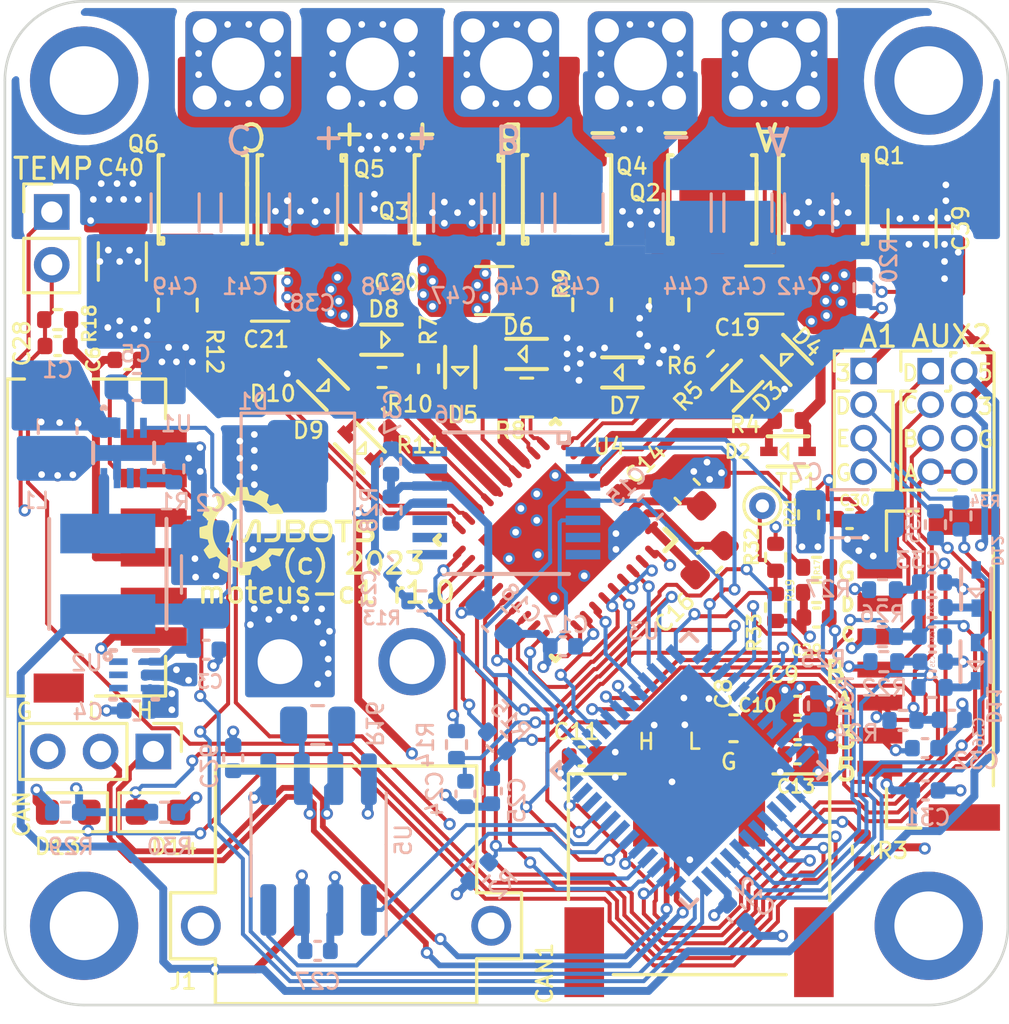
<source format=kicad_pcb>
(kicad_pcb (version 20221018) (generator pcbnew)
  (layers (0 "F.Cu" signal) (1 "In1.Cu" jumper) (2 "In2.Cu" signal) (31 "B.Cu" signal) (34 "B.Paste" user) (35 "F.Paste" user) (36 "B.SilkS" user "B.Silkscreen") (37 "F.SilkS" user "F.Silkscreen") (38 "B.Mask" user) (39 "F.Mask" user) (44 "Edge.Cuts" user))
  (net 0 "")
  (net 1 "V+")
  (net 2 "GND")
  (net 3 "Net-(U1-VCC)")
  (net 4 "+5V")
  (net 5 "+3V")
  (net 6 "/stm32g4/NRST")
  (net 7 "Net-(U4-VCP)")
  (net 8 "Net-(U4-CPL)")
  (net 9 "Net-(U4-CPH)")
  (net 10 "Net-(U4-DVDD)")
  (net 11 "/Current Sense/FCUR1")
  (net 12 "/Current Sense/FCUR2")
  (net 13 "/Current Sense/FCUR3")
  (net 14 "/VT Sense/VBAT_SENSE")
  (net 15 "/VT Sense/VTEMP_FET")
  (net 16 "/VT Sense/VTEMP_MOT")
  (net 17 "/aux2/AUX2_D")
  (net 18 "/aux2/AUX2_C")
  (net 19 "/aux2/AUX2_B")
  (net 20 "/aux2/AUX2_A")
  (net 21 "GNDPWR")
  (net 22 "/Gate Driver/GHA")
  (net 23 "/Gate Driver/GLA")
  (net 24 "/Gate Driver/GHB")
  (net 25 "/Gate Driver/GLB")
  (net 26 "/Gate Driver/GLC")
  (net 27 "/aux2/AUX2_I2C_PULLUP")
  (net 28 "/LED Sense/LED1")
  (net 29 "/LED Sense/LED2")
  (net 30 "/stm32g4/SWDIO")
  (net 31 "/stm32g4/SWCLK")
  (net 32 "/Gate Driver/GHC")
  (net 33 "Net-(U1-LX)")
  (net 34 "Net-(U1-MODE)")
  (net 35 "/Gate Driver/DRV8323_MISO")
  (net 36 "/Gate Driver/DRV8323_FAULT")
  (net 37 "/Current Sense/CUR1")
  (net 38 "/Current Sense/CUR2")
  (net 39 "/Current Sense/CUR3")
  (net 40 "/LED Sense/DAC")
  (net 45 "/Gate Driver/DRV8323_MOSI")
  (net 46 "/Gate Driver/MOTOR_ENABLE")
  (net 47 "/Gate Driver/MOTOR_HIZ")
  (net 48 "/Gate Driver/MOTOR1")
  (net 49 "/Gate Driver/MOTOR2")
  (net 50 "/Gate Driver/MOTOR3")
  (net 51 "/aux1/AUX1_A")
  (net 52 "/aux1/AUX1_C")
  (net 53 "/Gate Driver/DRV8323_CS")
  (net 54 "/aux1/AS5047_CS")
  (net 56 "/Gate Driver/DRV8323_SCLK")
  (net 57 "/aux1/AUX1_B")
  (net 58 "/CAN/CAN_RX")
  (net 59 "/CAN/CAN_TX")
  (net 60 "/stm32g4/AUX1_I2C_PULLUP")
  (net 62 "/aux2/AUX2P_D")
  (net 63 "/aux2/AUX2P_C")
  (net 64 "/aux2/AUX2P_B")
  (net 65 "/aux2/AUX2P_A")
  (net 66 "/CAN/CAN_P")
  (net 67 "/CAN/CAN_N")
  (net 68 "/H Bridge A/SXX_P")
  (net 69 "/H Bridge B/SXX_P")
  (net 70 "/H Bridge C/SXX_P")
  (net 71 "/H Bridge A/SXX_N")
  (net 72 "/H Bridge B/SXX_N")
  (net 73 "/H Bridge C/SXX_N")
  (net 75 "Net-(D11-Pad1)")
  (net 76 "Net-(D12-Pad1)")
  (net 77 "Net-(D13-A)")
  (net 78 "Net-(D14-A)")
  (net 79 "Net-(U6-VDD)")
  (net 86 "Net-(U3A-PB10)")
  (net 87 "/H Bridge A/GHX_Q")
  (net 88 "/H Bridge B/GHX_Q")
  (net 89 "/H Bridge C/GHX_Q")
  (net 90 "/H Bridge A/GLX_Q")
  (net 91 "/H Bridge B/GLX_Q")
  (net 92 "/H Bridge C/GLX_Q")
  (net 93 "/H Bridge A/OUTX")
  (net 94 "/H Bridge B/OUTX")
  (net 95 "/H Bridge C/OUTX")
  (net 96 "/H Bridge A/SPX_Q")
  (net 97 "/H Bridge B/SPX_Q")
  (net 98 "/H Bridge C/SPX_Q")
  (net 103 "/aux1/AUX1_D")
  (net 104 "/aux1/AUX1_E")
  (net 106 "/aux1/AUX1P_D")
  (net 107 "/aux1/AUX1P_E")
  (footprint "Resistor_SMD:R_0402_1005Metric" (layer "F.Cu") (at 161.45 100.44 -90)
    (fp_text reference "R21")
    (fp_text value "10k 1%" hide)
  )
  (footprint "Capacitor_SMD:C_1206_3216Metric" (layer "F.Cu") (at 141.05 92.2 180)
    (fp_text reference "C21")
    (fp_text value "0.1uF 100V" hide)
  )
  (footprint "moteus:AMASS_XT30PW-M" (layer "F.Cu") (at 143.925 116 180)
    (fp_text reference "J1")
    (fp_text value "XT30PW-M" hide)
  )
  (footprint "Capacitor_SMD:C_1206_3216Metric" (layer "F.Cu") (at 165.37 89.6 -90)
    (fp_text reference "C39")
    (fp_text value "4.7uF 100V" hide)
  )
  (footprint "Capacitor_SMD:C_0603_1608Metric" (layer "F.Cu") (at 156.85 99.55 -45)
    (fp_text reference "C14")
    (fp_text value "1uF 25V" hide)
  )
  (footprint "Capacitor_SMD:C_0402_1005Metric" (layer "F.Cu") (at 163 100.6 180)
    (fp_text reference "C30")
    (fp_text value "0.1uF" hide)
  )
  (footprint "moteus:SOD-523_STM" (layer "F.Cu") (at 160.67 98.04)
    (fp_text reference "D2")
    (fp_text value "BAT41KFILM" hide)
  )
  (footprint "moteus:NetTie-2_SMD_Pad0.2" (layer "F.Cu") (at 156.175 93.06 -90)
    (fp_text reference "NT3" hide)
    (fp_text value "NetTie_2" hide)
  )
  (footprint "moteus:M2.5_MOUNT" (layer "F.Cu") (at 134 84)
    (fp_text reference "MOUNT1" hide)
    (fp_text value "M2.5_MOUNT" hide)
  )
  (footprint "Capacitor_SMD:C_0402_1005Metric" (layer "F.Cu") (at 133 94.05)
    (fp_text reference "C28")
    (fp_text value "0.1uF" hide)
  )
  (footprint "moteus:TSON Advance_TOS" (layer "F.Cu") (at 142.25 88.5 -90)
    (fp_text reference "Q5")
    (fp_text value "TPN19008QM_LQ" hide)
  )
  (footprint "LED_SMD:LED_0603_1608Metric" (layer "F.Cu") (at 136.8 111.7)
    (fp_text reference "D14")
    (fp_text value "LED" hide)
  )
  (footprint "moteus:M2.5_MOUNT" (layer "F.Cu") (at 134 116)
    (fp_text reference "MOUNT3" hide)
    (fp_text value "M2.5_MOUNT" hide)
  )
  (footprint "Connector_PinHeader_2.00mm:PinHeader_1x02_P2.00mm_Vertical" (layer "F.Cu") (at 132.775 88.975)
    (fp_text reference "TEMP1" hide)
    (fp_text value "Conn_01x02_Pin" hide)
  )
  (footprint "moteus:JST_S6B-ZR-SM4A-TF(LF)(SN)" (layer "F.Cu") (at 136.64 101.3 -90)
    (fp_text reference "SWD1" hide)
    (fp_text value "S6B-ZR-SM4A-TF(LF)(SN)" hide)
  )
  (footprint "Resistor_SMD:R_0402_1005Metric" (layer "F.Cu") (at 158 94.6 45)
    (fp_text reference "R5")
    (fp_text value "0" hide)
  )
  (footprint "moteus:M2.5_MOUNT" (layer "F.Cu") (at 166 84)
    (fp_text reference "MOUNT2" hide)
    (fp_text value "M2.5_MOUNT" hide)
  )
  (footprint "moteus:TSON Advance_TOS" (layer "F.Cu") (at 138.5 88.5 90)
    (fp_text reference "Q6")
    (fp_text value "TPN19008QM_LQ" hide)
  )
  (footprint "moteus:RTA0040B" (layer "F.Cu") (at 151.857969 101.390813 -135)
    (fp_text reference "U4")
    (fp_text value "DRV8323SRTAR" hide)
  )
  (footprint "Resistor_SMD:R_0402_1005Metric" (layer "F.Cu") (at 160.68 96.87)
    (fp_text reference "R4")
    (fp_text value "0" hide)
  )
  (footprint "moteus:SOD-523_STM" (layer "F.Cu") (at 160.625 94.575 -45)
    (fp_text reference "D4")
    (fp_text value "BAT41KFILM" hide)
  )
  (footprint "moteus:SOD-523_STM" (layer "F.Cu") (at 145.27 93.81 180)
    (fp_text reference "D8")
    (fp_text value "BAT41KFILM" hide)
  )
  (footprint "TestPoint:TestPoint_THTPad_D1.0mm_Drill0.5mm" (layer "F.Cu") (at 159.7 100.1)
    (fp_text reference "TP1")
    (fp_text value "TestPoint" hide)
  )
  (footprint "moteus:POWER_M2.5" (layer "F.Cu") (at 155.08 83.375)
    (fp_text reference "VN1" hide)
    (fp_text value "Conn_01x01" hide)
  )
  (footprint "Resistor_SMD:R_0402_1005Metric" (layer "F.Cu") (at 160.2 102.05 -90)
    (fp_text reference "R32")
    (fp_text value "DNP" hide)
  )
  (footprint "moteus:SOD-523_STM" (layer "F.Cu") (at 148.25 94.85 90)
    (fp_text reference "D5")
    (fp_text value "BAT41KFILM" hide)
  )
  (footprint "Resistor_SMD:R_0402_1005Metric" (layer "F.Cu") (at 161.75 102.43)
    (fp_text reference "R17")
    (fp_text value "100k 1%" hide)
  )
  (footprint "moteus:SOD-523_STM" (layer "F.Cu") (at 158.75 95.55 45)
    (fp_text reference "D3")
    (fp_text value "BAT41KFILM" hide)
  )
  (footprint "Capacitor_SMD:C_1206_3216Metric" (layer "F.Cu") (at 159.77 91.93 180)
    (fp_text reference "C19")
    (fp_text value "0.1uF 100V" hide)
  )
  (footprint "Connector_PinHeader_2.00mm:PinHeader_1x03_P2.00mm_Vertical" (layer "F.Cu") (at 136.625 109.4 -90)
    (fp_text reference "CAN_DBG1" hide)
    (fp_text value "Conn_01x03_Pin" hide)
  )
  (footprint "moteus:JST_S3B-PH-SM4-TB(LF)(SN)" (layer "F.Cu") (at 157.3 111.25 180)
    (fp_text reference "CAN1")
    (fp_text value "S3B-PH-SM4-TB(LF)(SN)" hide)
  )
  (footprint "Capacitor_SMD:C_0603_1608Metric" (layer "F.Cu") (at 158.605 108.52 180)
    (fp_text reference "C8")
    (fp_text value "4.7uF" hide)
  )
  (footprint "moteus:POWER_M2.5" (layer "F.Cu") (at 160.16 83.375)
    (fp_text reference "X1" hide)
    (fp_text value "Conn_01x01" hide)
  )
  (footprint "Resistor_SMD:R_0402_1005Metric" (layer "F.Cu") (at 163.4874 113.1318 90)
    (fp_text reference "R3")
    (fp_text value "2k" hide)
  )
  (footprint "Capacitor_SMD:C_0402_1005Metric" (layer "F.Cu") (at 161.03 107.67)
    (fp_text reference "C9")
    (fp_text value "0.1uF" hide)
  )
  (footprint "Capacitor_SMD:C_0402_1005Metric" (layer "F.Cu") (at 152.86 109.59)
    (fp_text reference "C11")
    (fp_text value "0.1uF" hide)
  )
  (footprint "Resistor_SMD:R_0402_1005Metric" (layer "F.Cu") (at 133 93.05)
    (fp_text reference "R18")
    (fp_text value "10k 1%" hide)
  )
  (footprint "Capacitor_SMD:C_0402_1005Metric" (layer "F.Cu") (at 161.03 109.51 180)
    (fp_text reference "C13")
    (fp_text value "0.1uF" hide)
  )
  (footprint "moteus:TSON Advance_TOS" (layer "F.Cu") (at 148.2 88.5 -90)
    (fp_text reference "Q3")
    (fp_text value "TPN19008QM_LQ" hide)
  )
  (footprint "moteus:SOD-523_STM" (layer "F.Cu") (at 143.05 95.53 135)
    (fp_text reference "D10")
    (fp_text value "BAT41KFILM" hide)
  )
  (footprint "moteus:M2.5_MOUNT" (layer "F.Cu") (at 166 116)
    (fp_text reference "MOUNT4" hide)
    (fp_text value "M2.5_MOUNT" hide)
  )
  (footprint "Resistor_SMD:R_0805_2012Metric" (layer "F.Cu") (at 156.175 92.4925 -90)
    (fp_text reference "R6")
    (fp_text value "2mOhm" hide)
  )
  (footprint "Resistor_SMD:R_0402_1005Metric" (layer "F.Cu") (at 145.29 95.24 180)
    (fp_text reference "R10")
    (fp_text value "0" hide)
  )
  (footprint "moteus:TSON Advance_TOS" (layer "F.Cu") (at 157.8 88.5 90)
    (fp_text reference "Q2")
    (fp_text value "TPN19008QM_LQ" hide)
  )
  (footprint "Resistor_SMD:R_0402_1005Metric" (layer "F.Cu") (at 145.14 96.81 135)
    (fp_text reference "R11")
    (fp_text value "0" hide)
  )
  (footprint "moteus:POWER_M2.5" (layer "F.Cu") (at 150 83.375)
    (fp_text reference "X2" hide)
    (fp_text value "Conn_01x01" hide)
  )
  (footprint "moteus:NetTie-2_SMD_Pad0.2" (layer "F.Cu") (at 153.25 91.9325 90)
    (fp_text reference "NT4" hide)
    (fp_text value "NetTie_2" hide)
  )
  (footprint "Resistor_SMD:R_0805_2012Metric" (layer "F.Cu") (at 137.55 92.5 -90)
    (fp_text reference "R12")
    (fp_text value "2mOhm" hide)
  )
  (footprint "Resistor_SMD:R_0402_1005Metric" (layer "F.Cu") (at 147.05 94.91 90)
    (fp_text reference "R7")
    (fp_text value "0" hide)
  )
  (footprint "moteus:SOD-523_STM" (layer "F.Cu") (at 144.45 97.91 135)
    (fp_text reference "D9")
    (fp_text value "BAT41KFILM" hide)
  )
  (footprint "Capacitor_SMD:C_1206_3216Metric" (layer "F.Cu") (at 135.45 90.85 -90)
    (fp_text reference "C40")
    (fp_text value "4.7uF 100V" hide)
  )
  (footprint "moteus:TSON Advance_TOS" (layer "F.Cu") (at 162 88.5 -90)
    (fp_text reference "Q1")
    (fp_text value "TPN19008QM_LQ" hide)
  )
  (footprint "Resistor_SMD:R_0402_1005Metric" (layer "F.Cu") (at 160.2 103.95 -90)
    (fp_text reference "R33")
    (fp_text value "DNP" hide)
  )
  (footprint "Resistor_SMD:R_0805_2012Metric" (layer "F.Cu") (at 153.25 92.4875 -90)
    (fp_text reference "R9")
    (fp_text value "2mOhm" hide)
  )
  (footprint "Resistor_SMD:R_0805_2012Metric" (layer "F.Cu") (at 150.77 96)
    (fp_text reference "R8")
    (fp_text value "0" hide)
  )
  (footprint "moteus:TSON Advance_TOS" (layer "F.Cu") (at 152.3 88.5 90)
    (fp_text reference "Q4")
    (fp_text value "TPN19008QM_LQ" hide)
  )
  (footprint "moteus:NetTie-2_SMD_Pad0.2" (layer "F.Cu") (at 153.2 93.0425 -90)
    (fp_text reference "NT5" hide)
    (fp_text value "NetTie_2" hide)
  )
  (footprint "moteus:NetTie-2_SMD_Pad0.2" (layer "F.Cu") (at 137.525 91.9625 90)
    (fp_text reference "NT6" hide)
    (fp_text value "NetTie_2" hide)
  )
  (footprint "moteus:SOD-523_STM" (layer "F.Cu") (at 150.7639 94.35)
    (fp_text reference "D6")
    (fp_text value "BAT41KFILM" hide)
  )
  (footprint "Capacitor_SMD:C_0402_1005Metric" (layer "F.Cu") (at 161.75 104.33 180)
    (fp_text reference "C29")
    (fp_text value "0.1uF" hide)
  )
  (footprint "Capacitor_SMD:C_0402_1005Metric" (layer "F.Cu") (at 135.65 94.575 180)
    (fp_text reference "C6")
    (fp_text value "0.1uF" hide)
  )
  (footprint "Capacitor_SMD:C_1206_3216Metric" (layer "F.Cu") (at 149.54 91.95)
    (fp_text reference "C20")
    (fp_text value "0.1uF 100V" hide)
  )
  (footprint "moteus:SOD-523_STM" (layer "F.Cu") (at 154.4 95.05)
    (fp_text reference "D7")
    (fp_text value "BAT41KFILM" hide)
  )
  (footprint "moteus:NetTie-2_SMD_Pad0.2" (layer "F.Cu") (at 137.525 93.0375 -90)
    (fp_text reference "NT7" hide)
    (fp_text value "NetTie_2" hide)
  )
  (footprint "Connector_PinHeader_1.27mm:PinHeader_1x04_P1.27mm_Vertical" (layer "F.Cu") (at 163.535 94.9962)
    (fp_text reference "AUX1" hide)
    (fp_text value "Conn_01x04" hide)
  )
  (footprint "Capacitor_SMD:C_0402_1005Metric" (layer "F.Cu") (at 161.03 108.59)
    (fp_text reference "C10")
    (fp_text value "1uF" hide)
  )
  (footprint "Capacitor_SMD:C_0603_1608Metric" (layer "F.Cu") (at 157.7 102.16 45)
    (fp_text reference "C16")
    (fp_text value "47nF 100V" hide)
  )
  (footprint "moteus:POWER_M2.5" (layer "F.Cu") (at 139.84 83.375)
    (fp_text reference "X3" hide)
    (fp_text value "Conn_01x01" hide)
  )
  (footprint "LED_SMD:LED_0603_1608Metric" (layer "F.Cu") (at 133.4 111.7 180)
    (fp_text reference "D13")
    (fp_text value "LED" hide)
  )
  (footprint "moteus:JST_SM07B-GHS-TB(LF)(SN)" (layer "F.Cu") (at 166 106.3 90)
    (fp_text reference "AUX2")
    (fp_text value "SM07B-GHS-TB(LF)(SN)" hide)
  )
  (footprint "moteus:POWER_M2.5" (layer "F.Cu") (at 144.92 83.375)
    (fp_text reference "VP1" hide)
    (fp_text value "Conn_01x01" hide)
  )
  (footprint "Resistor_SMD:R_0402_1005Metric" (layer "F.Cu") (at 161.75 103.38 180)
    (fp_text reference "R19")
    (fp_text value "4.7k 1%" hide)
  )
  (footprint "moteus:NetTie-2_SMD_Pad0.2" (layer "F.Cu") (at 156.175 91.925 90)
    (fp_text reference "NT2" hide)
    (fp_text value "NetTie_2" hide)
  )
  (footprint "Connector_PinHeader_1.27mm:PinHeader_2x04_P1.27mm_Vertical" (layer "F.Cu") (at 166.075 95)
    (fp_text reference "AUX2H1" hide)
    (fp_text value "Conn_02x04_Odd_Even" hide)
  )
  (footprint "Resistor_SMD:R_0402_1005Metric" (layer "B.Cu") (at 164.25 105.05)
    (fp_text reference "R26")
    (fp_text value "100" hide)
  )
  (footprint "Resistor_SMD:R_0402_1005Metric" (layer "B.Cu") (at 145.63 100.265 90)
    (fp_text reference "R28")
    (fp_text value "0" hide)
  )
  (footprint "Resistor_SMD:R_0402_1005Metric" (layer "B.Cu") (at 137.05 111.7)
    (fp_text reference "R30")
    (fp_text value "560" hide)
  )
  (footprint "Capacitor_SMD:C_0402_1005Metric" (layer "B.Cu") (at 152.14 105.42)
    (fp_text reference "C17")
    (fp_text value "1uF" hide)
  )
  (footprint "Capacitor_SMD:C_0402_1005Metric" (layer "B.Cu") (at 166.875 108.2)
    (fp_text reference "C36")
    (fp_text value "DNP" hide)
  )
  (footprint "Capacitor_SMD:C_1206_3216Metric" (layer "B.Cu") (at 148.15 89 -90)
    (fp_text reference "C47")
    (fp_text value "4.7uF 100V" hide)
  )
  (footprint "Resistor_SMD:R_0402_1005Metric" (layer "B.Cu") (at 137.4 98.7 90)
    (fp_text reference "R1")
    (fp_text value "0" hide)
  )
  (footprint "Capacitor_SMD:C_0603_1608Metric" (layer "B.Cu") (at 155.45 100.15 45)
    (fp_text reference "C15")
    (fp_text value "0.1uF 100V" hide)
  )
  (footprint "Resistor_SMD:R_0402_1005Metric" (layer "B.Cu") (at 163.55 91.84 -90)
    (fp_text reference "R20")
    (fp_text value "47k NTC" hide)
  )
  (footprint "Resistor_SMD:R_0402_1005Metric" (layer "B.Cu") (at 164.25 103.275)
    (fp_text reference "R27")
    (fp_text value "100" hide)
  )
  (footprint "Resistor_SMD:R_0402_1005Metric" (layer "B.Cu") (at 149.64 109.02 -45)
    (fp_text reference "R15")
    (fp_text value "22" hide)
  )
  (footprint "Capacitor_SMD:C_0402_1005Metric" (layer "B.Cu") (at 149.45 110.9 -90)
    (fp_text reference "C25")
    (fp_text value "1000pF" hide)
  )
  (footprint "Capacitor_SMD:C_0402_1005Metric" (layer "B.Cu") (at 166.125 105.05)
    (fp_text reference "C34")
    (fp_text value "DNP" hide)
  )
  (footprint "Capacitor_SMD:C_1206_3216Metric" (layer "B.Cu") (at 140.1 89 -90)
    (fp_text reference "C41")
    (fp_text value "4.7uF 100V" hide)
  )
  (footprint "Resistor_SMD:R_0402_1005Metric" (layer "B.Cu") (at 164.3 106)
    (fp_text reference "R25")
    (fp_text value "100" hide)
  )
  (footprint "Resistor_SMD:R_0402_1005Metric" (layer "B.Cu") (at 148.11 109.14 -90)
    (fp_text reference "R14")
    (fp_text value "22" hide)
  )
  (footprint "Capacitor_SMD:C_0402_1005Metric" (layer "B.Cu") (at 145.35 102.35 135)
    (fp_text reference "C23")
    (fp_text value "1000pF" hide)
  )
  (footprint "Capacitor_SMD:C_1206_3216Metric" (layer "B.Cu") (at 163 100.4)
    (fp_text reference "C7")
    (fp_text value "10uF" hide)
  )
  (footprint "Capacitor_SMD:C_1206_3216Metric" (layer "B.Cu") (at 152.75 89 -90)
    (fp_text reference "C45")
    (fp_text value "4.7uF 100V" hide)
  )
  (footprint "Capacitor_SMD:C_0603_1608Metric" (layer "B.Cu") (at 149.55 104.4 135)
    (fp_text reference "C18")
    (fp_text value "1uF" hide)
  )
  (footprint "moteus:UFQFPN-48_7X7X0P55MM" (layer "B.Cu") (at 156.91704 110.112299 -45)
    (fp_text reference "U3")
    (fp_text value "STM32G474CEU6" hide)
  )
  (footprint "moteus:SOD-523_STM" (layer "B.Cu") (at 167.775 106 90)
    (fp_text reference "D11")
    (fp_text value "BAT41KFILM" hide)
  )
  (footprint "Diode_SMD:D_SMB" (layer "B.Cu") (at 142.1 100.25 -90)
    (fp_text reference "D1")
    (fp_text value "SMBJ51D-M3/I" hide)
  )
  (footprint "Resistor_SMD:R_0402_1005Metric" (layer "B.Cu") (at 161.825 107.675 90)
    (fp_text reference "R31")
    (fp_text value "2k" hide)
  )
  (footprint "Capacitor_SMD:C_0402_1005Metric" (layer "B.Cu") (at 166.125 103)
    (fp_text reference "C33")
    (fp_text value "DNP" hide)
  )
  (footprint "Capacitor_SMD:C_0805_2012Metric" (layer "B.Cu") (at 133 97.1 -90)
    (fp_text reference "C1")
    (fp_text value "1uF 100V" hide)
  )
  (footprint "moteus:IND_4018-WE-LQS_WRE" (layer "B.Cu") (at 134.9 102.675002 90)
    (fp_text reference "L1")
    (fp_text value "47uH" hide)
  )
  (footprint "Capacitor_SMD:C_0402_1005Metric" (layer "B.Cu") (at 139.65 109.65 90)
    (fp_text reference "C26")
    (fp_text value "0.1uF" hide)
  )
  (footprint "Capacitor_SMD:C_0402_1005Metric" (layer "B.Cu") (at 158.725 115.525 -45)
    (fp_text reference "C12")
    (fp_text value "0.1uF" hide)
  )
  (footprint "Resistor_SMD:R_0402_1005Metric" (layer "B.Cu") (at 166.125 106.975 180)
    (fp_text reference "R22")
    (fp_text value "2k" hide)
  )
  (footprint "Resistor_SMD:R_0402_1005Metric" (layer "B.Cu") (at 167.2212 100.4826 -90)
    (fp_text reference "R34")
    (fp_text value "100" hide)
  )
  (footprint "Resistor_SMD:R_0402_1005Metric" (layer "B.Cu") (at 133.3 111.7 180)
    (fp_text reference "R29")
    (fp_text value "560" hide)
  )
  (footprint "moteus:21-0487A_MXM" (layer "B.Cu") (at 135.5 98.1 -90)
    (fp_text reference "U1")
    (fp_text value "MAX15062BATA+T" hide)
  )
  (footprint "moteus:TSSOP14_OSM" (layer "B.Cu") (at 150 100 180)
    (fp_text reference "U6")
    (fp_text value "AS5047P-ATSM" hide)
  )
  (footprint "Resistor_SMD:R_0402_1005Metric" (layer "B.Cu") (at 165.025 108.225)
    (fp_text reference "R24")
    (fp_text value "100" hide)
  )
  (footprint "Resistor_SMD:R_0402_1005Metric" (layer "B.Cu") (at 146.8 103.7 180)
    (fp_text reference "R13")
    (fp_text value "22" hide)
  )
  (footprint "Resistor_SMD:R_0402_1005Metric" (layer "B.Cu") (at 166.256 100.8128 -90)
    (fp_text reference "R35")
    (fp_text value "100" hide)
  )
  (footprint "Resistor_SMD:R_0402_1005Metric" (layer "B.Cu") (at 166.125 103.95 180)
    (fp_text reference "R23")
    (fp_text value "2k" hide)
  )
  (footprint "moteus:SOIC-8_3.9x4.9mm_P1.27mm" (layer "B.Cu") (at 142.885 112.925 90)
    (fp_text reference "U5")
    (fp_text value "TCAN1057AEV-Q1")
  )
  (footprint "Resistor_SMD:R_0402_1005Metric" (layer "B.Cu") (at 148.975 113.95 45)
    (fp_text reference "R2")
    (fp_text value "2k" hide)
  )
  (footprint "Capacitor_SMD:C_1206_3216Metric" (layer "B.Cu") (at 161.45 89 -90)
    (fp_text reference "C42")
    (fp_text value "4.7uF 100V" hide)
  )
  (footprint "Capacitor_SMD:C_0402_1005Metric" (layer "B.Cu") (at 165.875 110.875)
    (fp_text reference "C31")
    (fp_text value "1uF" hide)
  )
  (footprint "Capacitor_SMD:C_0402_1005Metric" (layer "B.Cu") (at 136 107.85 180)
    (fp_text reference "C4")
    (fp_text value "1uF" hide)
  )
  (footprint "Capacitor_SMD:C_1206_3216Metric" (layer "B.Cu") (at 142.7 89 -90)
    (fp_text reference "C38")
    (fp_text value "4.7uF 100V" hide)
  )
  (footprint "moteus:SOD-523_STM" (layer "B.Cu") (at 167.8 103.25 90)
    (fp_text reference "D12")
    (fp_text value "BAT41KFILM" hide)
  )
  (footprint "Capacitor_SMD:C_0402_1005Metric" (layer "B.Cu") (at 142.85 116.95)
    (fp_text reference "C27")
    (fp_text value "0.1uF" hide)
  )
  (footprint "Capacitor_SMD:C_0402_1005Metric" (layer "B.Cu") (at 148.45 111.01 -90)
    (fp_text reference "C24")
    (fp_text value "1000pF" hide)
  )
  (footprint "moteus:DSE0006A" (layer "B.Cu") (at 135.899999 106.500001 180)
    (fp_text reference "U2")
    (fp_text value "TLV70233DSER" hide)
  )
  (footprint "Capacitor_SMD:C_1206_3216Metric" (layer "B.Cu") (at 150.45 89 -90)
    (fp_text reference "C46")
    (fp_text value "4.7uF 100V" hide)
  )
  (footprint "Capacitor_SMD:C_1206_3216Metric" (layer "B.Cu") (at 156.85 89 -90)
    (fp_text reference "C44")
    (fp_text value "4.7uF 100V" hide)
  )
  (footprint "Capacitor_SMD:C_1206_3216Metric" (layer "B.Cu") (at 138.6 102.7 90)
    (fp_text reference "C2")
    (fp_text value "22uF" hide)
  )
  (footprint "moteus:NetTie-2_SMD_Pad0.254mm" (layer "B.Cu") (at 134.83 98.1)
    (fp_text reference "NT1" hide)
    (fp_text value "NetTie_2" hide)
  )
  (footprint "Capacitor_SMD:C_0402_1005Metric" (layer "B.Cu") (at 138.63 105.55)
    (fp_text reference "C3")
    (fp_text value "1uF" hide)
  )
  (footprint "Capacitor_SMD:C_1206_3216Metric" (layer "B.Cu") (at 137.45 89 -90)
    (fp_text reference "C49")
    (fp_text value "4.7uF 100V" hide)
  )
  (footprint "Capacitor_SMD:C_1206_3216Metric" (layer "B.Cu") (at 159.15 89 -90)
    (fp_text reference "C43")
    (fp_text value "4.7uF 100V" hide)
  )
  (footprint "Capacitor_SMD:C_0402_1005Metric" (layer "B.Cu") (at 145.63 98.42 90)
    (fp_text reference "C37")
    (fp_text value "0.1uF" hide)
  )
  (footprint "Resistor_SMD:R_0805_2012Metric" (layer "B.Cu") (at 142.85 108.4 180)
    (fp_text reference "R16")
    (fp_text value "120" hide)
  )
  (footprint "Capacitor_SMD:C_0402_1005Metric" (layer "B.Cu") (at 165.86 109.275)
    (fp_text reference "C32")
    (fp_text value "1uF" hide)
  )
  (footprint "Capacitor_SMD:C_1206_3216Metric" (layer "B.Cu") (at 145.4 89 -90)
    (fp_text reference "C48")
    (fp_text value "4.7uF 100V" hide)
  )
  (footprint "Capacitor_SMD:C_0402_1005Metric" (layer "B.Cu") (at 166.15 106)
    (fp_text reference "C35")
    (fp_text value "DNP" hide)
  )
  (footprint "Capacitor_SMD:C_0603_1608Metric" (layer "B.Cu") (at 136 95.6)
    (fp_text reference "C5")
    (fp_text value "1uF" hide)
  )
  (gr_poly (pts (xy 144.945031 100.772775) (xy 144.505823 100.772775) (xy 144.498653 100.772886) (xy 144.491728 100.773221) (xy 144.485049 100.773779) (xy 144.478616 100.77456) (xy 144.47243 100.775565) (xy 144.46649 100.776793) (xy 144.460798 100.778244) (xy 144.455353 100.779918) (xy 144.450157 100.781816) (xy 144.445209 100.783937) (xy 144.440509 100.786281) (xy 144.436059 100.788848) (xy 144.431859 100.791638) (xy 144.427908 100.794652) (xy 144.424208 100.797889) (xy 144.420759 100.801349) (xy 144.417539 100.804983) (xy 144.414527 100.808741) (xy 144.411722 100.812623) (xy 144.409126 100.816629) (xy 144.406736 100.820759) (xy 144.404555 100.825013) (xy 144.402582 100.829391) (xy 144.400816 100.833893) (xy 144.399258 100.838519) (xy 144.397908 100.843269) (xy 144.396765 100.848143) (xy 144.39583 100.853142) (xy 144.395103 100.858264) (xy 144.394584 100.86351) (xy 144.394272 100.86888) (xy 144.394168 100.874374) (xy 144.394255 100.879125) (xy 144.394517 100.883852) (xy 144.394956 100.888557) (xy 144.395574 100.893243) (xy 144.396371 100.897909) (xy 144.397349 100.902559) (xy 144.398511 100.907193) (xy 144.399857 100.911813) (xy 144.40061 100.914106) (xy 144.401432 100.91637) (xy 144.402322 100.918606) (xy 144.40328 100.920813) (xy 144.404306 100.92299) (xy 144.405401 100.925138) (xy 144.406563 100.927255) (xy 144.407794 100.929342) (xy 144.409093 100.931397) (xy 144.410461 100.933422) (xy 144.411896 100.935414) (xy 144.4134 100.937374) (xy 144.414972 100.939302) (xy 144.416612 100.941197) (xy 144.418321 100.943058) (xy 144.420097 100.944886) (xy 144.42197 100.946695) (xy 144.423917 100.948452) (xy 144.425938 100.950157) (xy 144.428033 100.95181) (xy 144.430201 100.953413) (xy 144.432443 100.954964) (xy 144.434758 100.956465) (xy 144.437146 100.957917) (xy 144.439607 100.959318) (xy 144.442141 100.96067) (xy 144.444747 100.961974) (xy 144.447426 100.963229) (xy 144.450176 100.964436) (xy 144.452999 100.965595) (xy 144.455893 100.966707) (xy 144.458859 100.967772) (xy 144.465084 100.969682) (xy 144.471755 100.971342) (xy 144.478869 100.972751) (xy 144.486425 100.973907) (xy 144.494421 100.974809) (xy 144.502856 100.975455) (xy 144.511728 100.975844) (xy 144.521036 100.975974) (xy 144.72159 100.975974) (xy 144.732428 100.976061) (xy 144.743016 100.976322) (xy 144.753352 100.976756) (xy 144.763438 100.977363) (xy 144.773273 100.978145) (xy 144.782859 100.9791) (xy 144.792194 100.980228) (xy 144.801279 100.981531) (xy 144.810115 100.983006) (xy 144.818702 100.984656) (xy 144.827039 100.986479) (xy 144.835127 100.988476) (xy 144.842967 100.990646) (xy 144.850558 100.99299) (xy 144.8579 100.995508) (xy 144.864994 100.998199) (xy 144.871874 101.001029) (xy 144.878574 101.00396) (xy 144.885094 101.006995) (xy 144.891432 101.010132) (xy 144.897589 101.013373) (xy 144.903564 101.016717) (xy 144.909357 101.020164) (xy 144.914968 101.023715) (xy 144.920395 101.02737) (xy 144.925639 101.031129) (xy 144.9307 101.034992) (xy 144.935576 101.03896) (xy 144.940268 101.043032) (xy 144.944775 101.047209) (xy 144.949097 101.051491) (xy 144.953233 101.055878) (xy 144.957197 101.060357) (xy 144.961003 101.064914) (xy 144.964651 101.069549) (xy 144.96814 101.074263) (xy 144.971472 101.079056) (xy 144.974645 101.083928) (xy 144.977661 101.08888) (xy 144.980518 101.093912) (xy 144.983217 101.099025) (xy 144.985758 101.104219) (xy 144.988141 101.109494) (xy 144.990366 101.114852) (xy 144.992432 101.120291) (xy 144.994341 101.125813) (xy 144.996091 101.131417) (xy 144.997683 101.137105) (xy 144.997683 101.137106) (xy 144.997684 101.137106) (xy 144.997685 101.137106) (xy 145.000519 101.148517) (xy 145.002971 101.15993) (xy 145.005041 101.17135) (xy 145.006731 101.18278) (xy 145.008042 101.194221) (xy 145.008977 101.205678) (xy 145.009537 101.217154) (xy 145.009724 101.228652) (xy 145.009482 101.242152) (xy 145.00876 101.25537) (xy 145.007561 101.26831) (xy 145.005887 101.280973) (xy 145.003742 101.293364) (xy 145.002493 101.299457) (xy 145.001128 101.305484) (xy 144.999647 101.311444) (xy 144.99805 101.317338) (xy 144.996337 101.323166) (xy 144.994509 101.328929) (xy 144.99253 101.334587) (xy 144.990411 101.340153) (xy 144.988152 101.345625) (xy 144.985755 101.351005) (xy 144.983219 101.356292) (xy 144.980545 101.361485) (xy 144.977732 101.366585) (xy 144.974781 101.371593) (xy 144.971692 101.376507) (xy 144.968465 101.381329) (xy 144.965101 101.386057) (xy 144.961599 101.390693) (xy 144.95796 101.395235) (xy 144.954185 101.399684) (xy 144.950272 101.404041) (xy 144.946223 101.408304) (xy 144.942032 101.41244) (xy 144.937696 101.416464) (xy 144.933215 101.420377) (xy 144.928588 101.424177) (xy 144.923817 101.427864) (xy 144.918901 101.43144) (xy 144.91384 101.434902) (xy 144.908635 101.438251) (xy 144.903286 101.441487) (xy 144.897793 101.44461) (xy 144.892156 101.44762) (xy 144.886375 101.450515) (xy 144.880451 101.453297) (xy 144.874384 101.455964) (xy 144.868173 101.458517) (xy 144.86182 101.460956) (xy 144.855309 101.463263) (xy 144.848624 101.465421) (xy 144.841766 101.46743) (xy 144.834734 101.46929) (xy 144.827528 101.471002) (xy 144.820148 101.472564) (xy 144.804869 101.475243) (xy 144.788895 101.477327) (xy 144.772226 101.478815) (xy 144.754863 101.479708) (xy 144.736805 101.480006) (xy 144.259497 101.480006) (xy 144.259497 101.330119) (xy 144.741832 101.330119) (xy 144.749343 101.330002) (xy 144.756597 101.329649) (xy 144.763595 101.329061) (xy 144.770337 101.328238) (xy 144.776822 101.327182) (xy 144.783052 101.325892) (xy 144.789028 101.324368) (xy 144.794748 101.322612) (xy 144.800215 101.320623) (xy 144.805427 101.318402) (xy 144.810386 101.315949) (xy 144.815092 101.313265) (xy 144.819546 101.310349) (xy 144.823747 101.307204) (xy 144.827696 101.303827) (xy 144.831393 101.300221) (xy 144.834854 101.296434) (xy 144.838091 101.292513) (xy 144.841104 101.288459) (xy 144.843895 101.28427) (xy 144.846462 101.279947) (xy 144.848806 101.27549) (xy 144.850927 101.270899) (xy 144.852825 101.266173) (xy 144.854499 101.261312) (xy 144.85595 101.256316) (xy 144.857178 101.251185) (xy 144.858183 101.245918) (xy 144.858964 101.240515) (xy 144.859522 101.234977) (xy 144.859857 101.229303) (xy 144.859969 101.223492) (xy 144.859869 101.218395) (xy 144.859572 101.213322) (xy 144.859075 101.208275) (xy 144.858381 101.203252) (xy 144.857488 101.198254) (xy 144.856396 101.19328) (xy 144.855106 101.188332) (xy 144.853618 101.183408) (xy 144.852789 101.180972) (xy 144.851888 101.178577) (xy 144.850918 101.176222) (xy 144.849877 101.173906) (xy 144.848766 101.17163) (xy 144.847586 101.169393) (xy 144.846337 101.167195) (xy 144.845019 101.165036) (xy 144.843633 101.162916) (xy 144.84218 101.160834) (xy 144.840658 101.158791) (xy 144.83907 101.156786) (xy 144.837415 101.154819) (xy 144.835694 101.15289) (xy 144.833907 101.150999) (xy 144.832054 101.149144) (xy 144.830102 101.147355) (xy 144.828067 101.14561) (xy 144.825948 101.143908) (xy 144.823745 101.142249) (xy 144.821458 101.140633) (xy 144.819088 101.139061) (xy 144.816634 101.137533) (xy 144.814096 101.136048) (xy 144.811475 101.134606) (xy 144.808769 101.133207) (xy 144.80598 101.131852) (xy 144.803108 101.130541) (xy 144.800151 101.129273) (xy 144.797111 101.128048) (xy 144.793987 101.126867) (xy 144.79078 101.125729) (xy 144.787478 101.124648) (xy 144.78407 101.123639) (xy 144.776941 101.121832) (xy 144.769393 101.120308) (xy 144.761428 101.119065) (xy 144.753047 101.1181) (xy 144.744252 101.117413) (xy 144.735045 101.117002) (xy 144.725427 101.116865) (xy 144.526064 101.116865) (xy 144.515398 101.116782) (xy 144.50498 101.11653) (xy 144.49481 101.116111) (xy 144.484888 101.115524) (xy 144.475214 101.114768) (xy 144.465788 101.113845) (xy 144.456611 101.112752) (xy 144.447681 101.111491) (xy 144.438999 101.110061) (xy 144.430566 101.108461) (xy 144.42238 101.106693) (xy 144.414443 101.104754) (xy 144.406753 101.102646) (xy 144.399312 101.100368) (xy 144.392119 101.09792) (xy 144.385173 101.095302) (xy 144.378444 101.092544) (xy 144.371897 101.089677) (xy 144.365533 101.086702) (xy 144.359352 101.083619) (xy 144.353354 101.080427) (xy 144.347538 101.077126) (xy 144.341906 101.073717) (xy 144.336457 101.070199) (xy 144.33119 101.066573) (xy 144.326107 101.062838) (xy 144.321206 101.058995) (xy 144.316489 101.055044) (xy 144.311954 101.050983) (xy 144.307603 101.046815) (xy 144.303434 101.042537) (xy 144.299448 101.038152) (xy 144.295651 101.033676) (xy 144.292001 101.029129) (xy 144.288496 101.024511) (xy 144.285138 101.019823) (xy 144.281926 101.015064) (xy 144.278861 101.010235) (xy 144.275943 101.005335) (xy 144.273172 101.000366) (xy 144.270548 100.995327) (xy 144.268071 100.990218) (xy 144.265743 100.98504) (xy 144.263562 100.979792) (xy 144.261529 100.974476) (xy 144.259645 100.969091) (xy 144.257908 100.963637) (xy 144.256321 100.958115) (xy 144.253487 100.947003) (xy 144.251035 100.93589) (xy 144.248966 100.924778) (xy 144.247276 100.913665) (xy 144.245964 100.902553) (xy 144.245029 100.89144) (xy 144.244469 100.880328) (xy 144.244283 100.869215) (xy 144.244517 100.856) (xy 144.245219 100.843046) (xy 144.246382 100.830352) (xy 144.248003 100.817919) (xy 144.250076 100.805746) (xy 144.252598 100.793834) (xy 144.255563 100.782182) (xy 144.258966 100.77079) (xy 144.26087 100.765207) (xy 144.262911 100.759721) (xy 144.265088 100.754329) (xy 144.267402 100.749032) (xy 144.269854 100.74383) (xy 144.272442 100.738722) (xy 144.275169 100.733708) (xy 144.278033 100.728787) (xy 144.281035 100.72396) (xy 144.284175 100.719225) (xy 144.287454 100.714582) (xy 144.290871 100.710031) (xy 144.294427 100.705571) (xy 144.298122 100.701203) (xy 144.301957 100.696925) (xy 144.30593 100.692738) (xy 144.310068 100.688678) (xy 144.314346 100.684732) (xy 144.318764 100.680901) (xy 144.323322 100.677183) (xy 144.328022 100.67358) (xy 144.332863 100.670091) (xy 144.337846 100.666715) (xy 144.342972 100.663452) (xy 144.34824 100.660302) (xy 144.353651 100.657266) (xy 144.359205 100.654342) (xy 144.364903 100.651531) (xy 144.370746 100.648833) (xy 144.376732 100.646246) (xy 144.382864 100.643772) (xy 144.389141 100.641409) (xy 144.395571 100.639197) (xy 144.402158 100.637124) (xy 144.408903 100.635192) (xy 144.415806 100.633401) (xy 144.430088 100.630242) (xy 144.445002 100.627651) (xy 144.460548 100.625629) (xy 144.476727 100.624182) (xy 144.493538 100.623311) (xy 144.510982 100.62302) (xy 144.945031 100.62302)) (fill solid) (layer "F.SilkS"))
  (gr_poly (pts (xy 141.445387 101.183937) (xy 141.445108 101.199942) (xy 141.444273 101.215612) (xy 141.442882 101.230948) (xy 141.440939 101.245949) (xy 141.438443 101.260614) (xy 141.436989 101.267822) (xy 141.435397 101.274945) (xy 141.433668 101.281985) (xy 141.431802 101.288941) (xy 141.429799 101.295814) (xy 141.42766 101.302602) (xy 141.42535 101.309292) (xy 141.422885 101.315867) (xy 141.420263 101.322327) (xy 141.417486 101.328672) (xy 141.414552 101.334903) (xy 141.411461 101.341019) (xy 141.408213 101.34702) (xy 141.404807 101.352906) (xy 141.401242 101.358678) (xy 141.39752 101.364335) (xy 141.393638 101.369878) (xy 141.389597 101.375305) (xy 141.385397 101.380618) (xy 141.381036 101.385816) (xy 141.376515 101.390899) (xy 141.371833 101.395868) (xy 141.366984 101.400713) (xy 141.361961 101.405424) (xy 141.356764 101.410002) (xy 141.351394 101.414447) (xy 141.34585 101.418758) (xy 141.340133 101.422936) (xy 141.334241 101.426981) (xy 141.328177 101.430892) (xy 141.321938 101.43467) (xy 141.315526 101.438315) (xy 141.308941 101.441827) (xy 141.302181 101.445205) (xy 141.295248 101.448449) (xy 141.288142 101.451561) (xy 141.280862 101.454539) (xy 141.273408 101.457384) (xy 141.267343 101.459555) (xy 141.261154 101.461605) (xy 141.254842 101.463537) (xy 141.248405 101.465354) (xy 141.241844 101.46706) (xy 141.235159 101.468657) (xy 141.22835 101.470149) (xy 141.221417 101.471539) (xy 141.210714 101.473449) (xy 141.199736 101.475109) (xy 141.188482 101.476518) (xy 141.176951 101.477674) (xy 141.165141 101.478576) (xy 141.15305 101.479222) (xy 141.140676 101.479611) (xy 141.12802 101.479741) (xy 140.837243 101.479741) (xy 140.837243 101.329855) (xy 141.119024 101.329855) (xy 141.131413 101.32968) (xy 141.143281 101.329156) (xy 141.154624 101.328278) (xy 141.160099 101.327705) (xy 141.165442 101.327043) (xy 141.170653 101.326291) (xy 141.175732 101.325449) (xy 141.180679 101.324516) (xy 141.185494 101.323492) (xy 141.190176 101.322377) (xy 141.194726 101.321169) (xy 141.199142 101.31987) (xy 141.203426 101.318477) (xy 141.207568 101.31703) (xy 141.211611 101.315514) (xy 141.215553 101.313931) (xy 141.219394 101.31228) (xy 141.223133 101.310564) (xy 141.226771 101.30878) (xy 141.230306 101.306931) (xy 141.233737 101.305017) (xy 141.237065 101.303037) (xy 141.240288 101.300993) (xy 141.243406 101.298884) (xy 141.246419 101.296711) (xy 141.249325 101.294475) (xy 141.252124 101.292176) (xy 141.254817 101.289813) (xy 141.257401 101.287389) (xy 141.259884 101.284904) (xy 141.262275 101.282359) (xy 141.264573 101.279756) (xy 141.266777 101.277093) (xy 141.268889 101.27437) (xy 141.270907 101.271587) (xy 141.272833 101.268745) (xy 141.274665 101.265842) (xy 141.276404 101.262878) (xy 141.278051 101.259854) (xy 141.279604 101.256769) (xy 141.281065 101.253623) (xy 141.282432 101.250416) (xy 141.283706 101.247148) (xy 141.284888 101.243817) (xy 141.285976 101.240425) (xy 141.286169 101.239874) (xy 141.28635 101.239311) (xy 141.286522 101.238739) (xy 141.286687 101.23816) (xy 141.286999 101.236984) (xy 141.287299 101.235795) (xy 141.289153 101.224286) (xy 141.29092 101.212776) (xy 141.292564 101.201267) (xy 141.294046 101.189758) (xy 141.294089 101.18887) (xy 141.294122 101.187992) (xy 141.294161 101.186252) (xy 141.294176 101.184511) (xy 141.294178 101.182746) (xy 141.29431 101.182746) (xy 141.29431 100.622888) (xy 141.445387 100.622888)) (fill solid) (layer "F.SilkS"))
  (gr_poly (pts (xy 139.827142 100.607874) (xy 139.83849 100.608475) (xy 139.849466 100.609475) (xy 139.86007 100.610876) (xy 139.870302 100.612678) (xy 139.880162 100.614881) (xy 139.88965 100.617485) (xy 139.898765 100.62049) (xy 139.907509 100.623897) (xy 139.915881 100.627706) (xy 139.92388 100.631916) (xy 139.931508 100.636528) (xy 139.938763 100.641543) (xy 139.945646 100.646961) (xy 139.952157 100.652781) (xy 139.958297 100.659004) (xy 139.964064 100.665555) (xy 139.969459 100.672361) (xy 139.974482 100.67942) (xy 139.979133 100.686733) (xy 139.983411 100.6943) (xy 139.987318 100.70212) (xy 139.990853 100.710192) (xy 139.994015 100.718518) (xy 139.996806 100.727097) (xy 139.999224 100.735928) (xy 140.001271 100.745011) (xy 140.002945 100.754347) (xy 140.004247 100.763934) (xy 140.005178 100.773773) (xy 140.005736 100.783864) (xy 140.005922 100.794206) (xy 140.005922 101.30075) (xy 140.00597 101.303422) (xy 140.006113 101.306028) (xy 140.006353 101.308568) (xy 140.006687 101.311044) (xy 140.007115 101.313455) (xy 140.007638 101.315801) (xy 140.008254 101.318081) (xy 140.008964 101.320296) (xy 140.009767 101.322447) (xy 140.010663 101.324532) (xy 140.011651 101.326552) (xy 140.012731 101.328507) (xy 140.013902 101.330397) (xy 140.015164 101.332221) (xy 140.016517 101.333981) (xy 140.01796 101.335675) (xy 140.019478 101.337286) (xy 140.021054 101.338794) (xy 140.022689 101.3402) (xy 140.024381 101.341502) (xy 140.02613 101.342702) (xy 140.027936 101.343798) (xy 140.029799 101.344791) (xy 140.031719 101.34568) (xy 140.033694 101.346465) (xy 140.035724 101.347146) (xy 140.03781 101.347723) (xy 140.03995 101.348196) (xy 140.042144 101.348563) (xy 140.044392 101.348826) (xy 140.046694 101.348984) (xy 140.049049 101.349037) (xy 140.053401 101.348899) (xy 140.05551 101.348726) (xy 140.057575 101.348484) (xy 140.059596 101.348173) (xy 140.061573 101.347793) (xy 140.063505 101.347344) (xy 140.065393 101.346825) (xy 140.067237 101.346237) (xy 140.069036 101.345579) (xy 140.070791 101.344852) (xy 140.072501 101.344056) (xy 140.074167 101.34319) (xy 140.075788 101.342254) (xy 140.077365 101.341248) (xy 140.078897 101.340173) (xy 140.080385 101.339028) (xy 140.081828 101.337814) (xy 140.083226 101.336529) (xy 140.08458 101.335175) (xy 140.085889 101.33375) (xy 140.087154 101.332256) (xy 140.088374 101.330691) (xy 140.089549 101.329057) (xy 140.090679 101.327352) (xy 140.091764 101.325577) (xy 140.092805 101.323732) (xy 140.093801 101.321816) (xy 140.095658 101.317774) (xy 140.097335 101.31345) (xy 140.30543 100.766424) (xy 140.308683 100.757343) (xy 140.31209 100.748503) (xy 140.315652 100.739906) (xy 140.319368 100.731551) (xy 140.323239 100.723439) (xy 140.327264 100.715569) (xy 140.331442 100.707943) (xy 140.335774 100.70056) (xy 140.34026 100.69342) (xy 140.344899 100.686524) (xy 140.349691 100.679871) (xy 140.354636 100.673463) (xy 140.359734 100.667298) (xy 140.364984 100.661378) (xy 140.370387 100.655703) (xy 140.375941 100.650272) (xy 140.381733 100.64513) (xy 140.387848 100.640319) (xy 140.394285 100.635841) (xy 140.401044 100.631694) (xy 140.408126 100.627878) (xy 140.41553 100.624395) (xy 140.423256 100.621243) (xy 140.431306 100.618423) (xy 140.439677 100.615935) (xy 140.448371 100.613778) (xy 140.457388 100.611954) (xy 140.466727 100.610461) (xy 140.476388 100.6093) (xy 140.486372 100.60847) (xy 140.496678 100.607973) (xy 140.507307 100.607807) (xy 140.519004 100.608007) (xy 140.530332 100.608607) (xy 140.54129 100.609607) (xy 140.551879 100.611008) (xy 140.562098 100.61281) (xy 140.571947 100.615013) (xy 140.581426 100.617617) (xy 140.590535 100.620622) (xy 140.599273 100.624029) (xy 140.607641 100.627838) (xy 140.615637 100.632048) (xy 140.623263 100.636661) (xy 140.630517 100.641675) (xy 140.6374 100.647093) (xy 140.643911 100.652913) (xy 140.65005 100.659136) (xy 140.655817 100.665687) (xy 140.661212 100.672493) (xy 140.666235 100.679552) (xy 140.670886 100.686865) (xy 140.675165 100.694432) (xy 140.679071 100.702252) (xy 140.682606 100.710325) (xy 140.685769 100.71865) (xy 140.688559 100.727229) (xy 140.690978 100.73606) (xy 140.693024 100.745143) (xy 140.694698 100.754479) (xy 140.696001 100.764066) (xy 140.696931 100.773905) (xy 140.697489 100.783996) (xy 140.697675 100.794338) (xy 140.697675 101.480006) (xy 140.546598 101.480006) (xy 140.546598 100.802143) (xy 140.546551 100.799306) (xy 140.546412 100.796549) (xy 140.546178 100.79387) (xy 140.545852 100.79127) (xy 140.545431 100.788748) (xy 140.544917 100.786302) (xy 140.544308 100.783933) (xy 140.543605 100.781638) (xy 140.542807 100.779418) (xy 140.541915 100.777271) (xy 140.540927 100.775198) (xy 140.539845 100.773196) (xy 140.538667 100.771266) (xy 140.537393 100.769406) (xy 140.536024 100.767616) (xy 140.534559 100.765895) (xy 140.53302 100.764285) (xy 140.531427 100.762776) (xy 140.529782 100.761371) (xy 140.528083 100.760068) (xy 140.526331 100.758869) (xy 140.524525 100.757772) (xy 140.522665 100.75678) (xy 140.520751 100.755891) (xy 140.518783 100.755105) (xy 140.516761 100.754424) (xy 140.514683 100.753847) (xy 140.512551 100.753375) (xy 140.510364 100.753007) (xy 140.508122 100.752744) (xy 140.505824 100.752586) (xy 140.503471 100.752534) (xy 140.501429 100.752574) (xy 140.499421 100.752695) (xy 140.497448 100.752896) (xy 140.495508 100.753177) (xy 140.493603 100.753537) (xy 140.491732 100.753978) (xy 140.489895 100.754498) (xy 140.488092 100.755097) (xy 140.486323 100.755775) (xy 140.484588 100.756532) (xy 140.482887 100.757368) (xy 140.481221 100.758282) (xy 140.479588 100.759275) (xy 140.47799 100.760345) (xy 140.476426 100.761494) (xy 140.474896 100.76272) (xy 140.473406 100.76401) (xy 140.471962 100.76535) (xy 140.470565 100.766739) (xy 140.469213 100.768177) (xy 140.467908 100.769666) (xy 140.466647 100.771204) (xy 140.465432 100.772791) (xy 140.464263 100.774428) (xy 140.463138 100.776115) (xy 140.462058 100.777851) (xy 140.461023 100.779637) (xy 140.460031 100.781473) (xy 140.459085 100.783358) (xy 140.458182 100.785293) (xy 140.457323 100.787277) (xy 140.456507 100.789311) (xy 140.24828 101.336337) (xy 140.245026 101.345442) (xy 140.241614 101.354302) (xy 140.238043 101.362917) (xy 140.234315 101.371287) (xy 140.230428 101.379412) (xy 140.226384 101.387292) (xy 140.222181 101.394927) (xy 140.21782 101.402317) (xy 140.213301 101.409463) (xy 140.208623 101.416363) (xy 140.203788 101.423018) (xy 140.198795 101.429429) (xy 140.193643 101.435594) (xy 140.188333 101.441515) (xy 140.182865 101.44719) (xy 140.177239 101.452621) (xy 140.171376 101.457763) (xy 140.165196 101.462574) (xy 140.158699 101.467053) (xy 140.151885 101.4712) (xy 140.144753 101.475015) (xy 140.137302 101.478499) (xy 140.129533 101.48165) (xy 140.121445 101.48447) (xy 140.113038 101.486959) (xy 140.104311 101.489115) (xy 140.095264 101.49094) (xy 140.085896 101.492433) (xy 140.076208 101.493594) (xy 140.066198 101.494423) (xy 140.055866 101.494921) (xy 140.045212 101.495087) (xy 140.033517 101.494885) (xy 140.022194 101.494281) (xy 140.011245 101.493274) (xy 140.000669 101.491864) (xy 139.990468 101.490052) (xy 139.980642 101.487838) (xy 139.971191 101.485223) (xy 139.962117 101.482205) (xy 139.953419 101.478786) (xy 139.945098 101.474965) (xy 139.937156 101.470744) (xy 139.929592 101.466121) (xy 139.922406 101.461098) (xy 139.915601 101.455674) (xy 139.909176 101.44985) (xy 139.903131 101.443625) (xy 139.897459 101.437071) (xy 139.892149 101.430255) (xy 139.887204 101.423178) (xy 139.882622 101.41584) (xy 139.878404 101.40824) (xy 139.874551 101.400377) (xy 139.871064 101.392251) (xy 139.867941 101.383863) (xy 139.865185 101.37521) (xy 139.862795 101.366294) (xy 139.860771 101.357114) (xy 139.859115 101.347668) (xy 139.857826 101.337958) (xy 139.856905 101.327982) (xy 139.856352 101.317741) (xy 139.856167 101.307233) (xy 139.856167 100.802011) (xy 139.856118 100.799174) (xy 139.855969 100.796416) (xy 139.855721 100.793738) (xy 139.855374 100.791138) (xy 139.854927 100.788616) (xy 139.854381 100.78617) (xy 139.853737 100.7838) (xy 139.852992 100.781506) (xy 139.852149 100.779286) (xy 139.851206 100.777139) (xy 139.850165 100.775065) (xy 139.849024 100.773064) (xy 139.847783 100.771134) (xy 139.846444 100.769274) (xy 139.845005 100.767484) (xy 139.843467 100.765763) (xy 139.841855 100.764152) (xy 139.840193 100.762644) (xy 139.838482 100.761239) (xy 139.83672 100.759936) (xy 139.83491 100.758736) (xy 139.833049 100.75764) (xy 139.831139 100.756648) (xy 139.82918 100.755758) (xy 139.827171 100.754973) (xy 139.825112 100.754292) (xy 139.823004 100.753715) (xy 139.820846 100.753243) (xy 139.818638 100.752875) (xy 139.816381 100.752612) (xy 139.814074 100.752454) (xy 139.811717 100.752402) (xy 139.80951 100.752442) (xy 139.807352 100.752563) (xy 139.805244 100.752763) (xy 139.803187 100.753044) (xy 139.801179 100.753405) (xy 139.799223 100.753846) (xy 139.797317 100.754366) (xy 139.795462 100.754965) (xy 139.793658 100.755643) (xy 139.791906 100.7564) (xy 139.790205 100.757236) (xy 139.788556 100.75815) (xy 139.786959 100.759143) (xy 139.785414 100.760213) (xy 139.783921 100.761362) (xy 139.782481 100.762588) (xy 139.781062 100.763878) (xy 139.779684 100.765217) (xy 139.778346 100.766606) (xy 139.777049 100.768045) (xy 139.775791 100.769533) (xy 139.774574 100.771071) (xy 139.773398 100.772659) (xy 139.772261 100.774296) (xy 139.771165 100.775982) (xy 139.77011 100.777719) (xy 139.769094 100.779505) (xy 139.768119 100.78134) (xy 139.767184 100.783225) (xy 139.76629 100.78516) (xy 139.765435 100.787145) (xy 139.764622 100.789179) (xy 139.50824 101.479741) (xy 139.3483 101.479741) (xy 139.613677 100.766292) (xy 139.616906 100.75721) (xy 139.620293 100.748371) (xy 139.623837 100.739774) (xy 139.627539 100.731419) (xy 139.631396 100.723306) (xy 139.63541 100.715437) (xy 139.63958 100.707811) (xy 139.643905 100.700427) (xy 139.648386 100.693288) (xy 139.653021 100.686391) (xy 139.65781 100.679739) (xy 139.662753 100.67333) (xy 139.667849 100.667166) (xy 139.673099 100.661246) (xy 139.678501 100.655571) (xy 139.684056 100.65014) (xy 139.689848 100.644998) (xy 139.695962 100.640187) (xy 139.702399 100.635708) (xy 139.709158 100.631561) (xy 139.71624 100.627746) (xy 139.723644 100.624263) (xy 139.731371 100.621111) (xy 139.73942 100.618291) (xy 139.747792 100.615803) (xy 139.756486 100.613646) (xy 139.765502 100.611821) (xy 139.774841 100.610329) (xy 139.784503 100.609167) (xy 139.794487 100.608338) (xy 139.804793 100.60784) (xy 139.815422 100.607674)) (fill solid) (layer "F.SilkS"))
  (gr_poly (pts (xy 143.035498 100.623045) (xy 143.041536 100.623119) (xy 143.047549 100.623243) (xy 143.053525 100.623417) (xy 143.074506 100.624598) (xy 143.094887 100.626506) (xy 143.114665 100.62914) (xy 143.133842 100.632502) (xy 143.152418 100.636591) (xy 143.170392 100.641409) (xy 143.187765 100.646956) (xy 143.204536 100.653232) (xy 143.220705 100.660239) (xy 143.236273 100.667976) (xy 143.25124 100.676445) (xy 143.265605 100.685646) (xy 143.279368 100.695579) (xy 143.29253 100.706245) (xy 143.305091 100.717645) (xy 143.31705 100.72978) (xy 143.329113 100.743554) (xy 143.340397 100.758188) (xy 143.350903 100.773681) (xy 143.360631 100.790034) (xy 143.369581 100.807248) (xy 143.377753 100.825323) (xy 143.385146 100.844258) (xy 143.391761 100.864056) (xy 143.397598 100.884715) (xy 143.402657 100.906237) (xy 143.406937 100.928621) (xy 143.410439 100.951868) (xy 143.413163 100.975979) (xy 143.415109 101.000954) (xy 143.416276 101.026793) (xy 143.416665 101.053497) (xy 143.416276 101.080052) (xy 143.415109 101.105742) (xy 143.413163 101.130568) (xy 143.410439 101.154529) (xy 143.406937 101.177626) (xy 143.402657 101.199858) (xy 143.397598 101.221227) (xy 143.391761 101.241732) (xy 143.385146 101.261373) (xy 143.377753 101.280151) (xy 143.369581 101.298066) (xy 143.360631 101.315119) (xy 143.350903 101.331308) (xy 143.340397 101.346635) (xy 143.329113 101.361099) (xy 143.31705 101.374701) (xy 143.305091 101.386624) (xy 143.29253 101.397837) (xy 143.279368 101.408337) (xy 143.265605 101.418124) (xy 143.25124 101.427197) (xy 143.236273 101.435556) (xy 143.220705 101.443198) (xy 143.204536 101.450124) (xy 143.187764 101.456332) (xy 143.170392 101.461821) (xy 143.152418 101.466591) (xy 143.133842 101.47064) (xy 143.114665 101.473967) (xy 143.094887 101.476571) (xy 143.074506 101.478452) (xy 143.053525 101.479609) (xy 143.047567 101.479782) (xy 143.041585 101.479906) (xy 143.035554 101.479981) (xy 143.029448 101.480005) (xy 142.912766 101.480005) (xy 142.889622 101.479593) (xy 142.867169 101.478356) (xy 142.845407 101.476295) (xy 142.824335 101.47341) (xy 142.803955 101.4697) (xy 142.784265 101.465167) (xy 142.765265 101.45981) (xy 142.746955 101.45363) (xy 142.729335 101.446626) (xy 142.712405 101.4388) (xy 142.696164 101.430151) (xy 142.680613 101.420679) (xy 142.66575 101.410385) (xy 142.651577 101.399268) (xy 142.638092 101.387329) (xy 142.625296 101.374569) (xy 142.61321 101.360967) (xy 142.601905 101.346502) (xy 142.591381 101.331175) (xy 142.581638 101.314986) (xy 142.572675 101.297934) (xy 142.564493 101.280019) (xy 142.557091 101.261241) (xy 142.550469 101.241599) (xy 142.544626 101.221094) (xy 142.539564 101.199726) (xy 142.53528 101.177493) (xy 142.531776 101.154396) (xy 142.529051 101.130435) (xy 142.527105 101.10561) (xy 142.525937 101.07992) (xy 142.525548 101.053365) (xy 142.52555 101.053233) (xy 142.675435 101.053233) (xy 142.675653 101.071315) (xy 142.676309 101.088753) (xy 142.677401 101.105547) (xy 142.67893 101.121696) (xy 142.680896 101.1372) (xy 142.683297 101.152061) (xy 142.686135 101.166279) (xy 142.689408 101.179852) (xy 142.693117 101.192783) (xy 142.697262 101.20507) (xy 142.701841 101.216714) (xy 142.706856 101.227715) (xy 142.712306 101.238074) (xy 142.71819 101.24779) (xy 142.724509 101.256864) (xy 142.731262 101.265296) (xy 142.738505 101.27313) (xy 142.746294 101.280458) (xy 142.754629 101.287281) (xy 142.76351 101.293598) (xy 142.772938 101.29941) (xy 142.782912 101.304717) (xy 142.793434 101.309518) (xy 142.804502 101.313814) (xy 142.816118 101.317605) (xy 142.828281 101.32089) (xy 142.840991 101.323669) (xy 142.85425 101.325944) (xy 142.868056 101.327713) (xy 142.882411 101.328976) (xy 142.897314 101.329734) (xy 142.912766 101.329987) (xy 143.029448 101.329987) (xy 143.035572 101.329937) (xy 143.041635 101.329788) (xy 143.047623 101.32954) (xy 143.053525 101.329193) (xy 143.066409 101.328266) (xy 143.07887 101.326924) (xy 143.090906 101.325166) (xy 143.10252 101.322994) (xy 143.113711 101.320407) (xy 143.124481 101.317405) (xy 143.134829 101.313989) (xy 143.144756 101.31016) (xy 143.154264 101.305916) (xy 143.163351 101.301258) (xy 143.17202 101.296187) (xy 143.18027 101.290702) (xy 143.188103 101.284805) (xy 143.195518 101.278494) (xy 143.202517 101.271771) (xy 143.2091 101.264635) (xy 143.209099 101.264635) (xy 143.215947 101.256152) (xy 143.222351 101.247024) (xy 143.228313 101.237253) (xy 143.233831 101.226838) (xy 143.238908 101.215781) (xy 143.243541 101.204082) (xy 143.247733 101.191742) (xy 143.251482 101.178761) (xy 143.25479 101.165139) (xy 143.257656 101.150878) (xy 143.26008 101.135978) (xy 143.262063 101.120439) (xy 143.263605 101.104262) (xy 143.264707 101.087448) (xy 143.265367 101.069997) (xy 143.265588 101.05191) (xy 143.265369 101.033822) (xy 143.264714 101.016371) (xy 143.263621 100.999554) (xy 143.262092 100.983372) (xy 143.260127 100.967826) (xy 143.257725 100.952913) (xy 143.254888 100.938636) (xy 143.251614 100.924992) (xy 143.247905 100.911983) (xy 143.243761 100.899608) (xy 143.239181 100.887866) (xy 143.234166 100.876758) (xy 143.228717 100.866283) (xy 143.222832 100.856441) (xy 143.216514 100.847232) (xy 143.209761 100.838656) (xy 143.203268 100.831447) (xy 143.196341 100.824654) (xy 143.18898 100.818277) (xy 143.181184 100.812317) (xy 143.172953 100.806774) (xy 143.164287 100.801649) (xy 143.155186 100.796941) (xy 143.145649 100.792651) (xy 143.135677 100.78878) (xy 143.125269 100.785328) (xy 143.114424 100.782295) (xy 143.103144 100.779682) (xy 143.091427 100.77749) (xy 143.079274 100.775717) (xy 143.066684 100.774366) (xy 143.053657 100.773436) (xy 143.047755 100.773088) (xy 143.041767 100.77284) (xy 143.035704 100.772692) (xy 143.02958 100.772642) (xy 142.912898 100.772642) (xy 142.897611 100.772901) (xy 142.882854 100.773677) (xy 142.868627 100.77497) (xy 142.85493 100.77678) (xy 142.841763 100.779106) (xy 142.829127 100.781948) (xy 142.81702 100.785306) (xy 142.805444 100.789178) (xy 142.794399 100.793566) (xy 142.783883 100.798467) (xy 142.773897 100.803883) (xy 142.764442 100.809812) (xy 142.755517 100.816254) (xy 142.747122 100.823209) (xy 142.739258 100.830676) (xy 142.731923 100.838656) (xy 142.725076 100.847238) (xy 142.718671 100.856465) (xy 142.71271 100.866337) (xy 142.707191 100.876853) (xy 142.702115 100.888013) (xy 142.697481 100.899817) (xy 142.69329 100.912265) (xy 142.689541 100.925356) (xy 142.686233 100.939091) (xy 142.683367 100.953469) (xy 142.680942 100.96849) (xy 142.678959 100.984154) (xy 142.677417 101.00046) (xy 142.676316 101.017409) (xy 142.675655 101.035) (xy 142.675435 101.053233) (xy 142.52555 101.053233) (xy 142.525937 101.02666) (xy 142.527105 101.000816) (xy 142.529051 100.975836) (xy 142.531776 100.951717) (xy 142.53528 100.928462) (xy 142.539564 100.906069) (xy 142.544626 100.88454) (xy 142.550469 100.863874) (xy 142.557091 100.844071) (xy 142.564493 100.825132) (xy 142.572675 100.807057) (xy 142.581638 100.789846) (xy 142.591381 100.7735) (xy 142.601905 100.758017) (xy 142.61321 100.7434) (xy 142.625296 100.729647) (xy 142.638092 100.716721) (xy 142.651577 100.704631) (xy 142.66575 100.693378) (xy 142.680613 100.682961) (xy 142.696164 100.673379) (xy 142.712405 100.664633) (xy 142.729335 100.656721) (xy 142.746955 100.649644) (xy 142.765265 100.643401) (xy 142.784265 100.637991) (xy 142.803955 100.633415) (xy 142.824335 100.629672) (xy 142.845407 100.626761) (xy 142.867169 100.624683) (xy 142.889622 100.623436) (xy 142.912766 100.62302) (xy 143.029448 100.62302)) (fill solid) (layer "F.SilkS"))
  (gr_poly (pts (xy 142.111261 100.623287) (xy 142.129269 100.624087) (xy 142.146583 100.62542) (xy 142.163202 100.627286) (xy 142.179127 100.629686) (xy 142.186828 100.631086) (xy 142.194357 100.632619) (xy 142.201711 100.634286) (xy 142.208892 100.636086) (xy 142.2159 100.638019) (xy 142.222733 100.640086) (xy 142.229428 100.642296) (xy 142.235967 100.644613) (xy 142.242353 100.647036) (xy 142.248586 100.649565) (xy 142.254666 100.652202) (xy 142.260594 100.654945) (xy 142.26637 100.657797) (xy 142.271995 100.660756) (xy 142.27747 100.663824) (xy 142.282795 100.667001) (xy 142.287971 100.670288) (xy 142.292999 100.673684) (xy 142.297878 100.67719) (xy 142.30261 100.680806) (xy 142.307195 100.684533) (xy 142.311633 100.688372) (xy 142.315928 100.692336) (xy 142.320079 100.69639) (xy 142.324088 100.700535) (xy 142.327953 100.70477) (xy 142.331675 100.709096) (xy 142.335253 100.713512) (xy 142.338687 100.71802) (xy 142.341978 100.722619) (xy 142.345124 100.72731) (xy 142.348126 100.732092) (xy 142.350983 100.736966) (xy 142.353696 100.741932) (xy 142.356264 100.74699) (xy 142.358686 100.752141) (xy 142.360963 100.757384) (xy 142.363095 100.76272) (xy 142.365067 100.768138) (xy 142.366914 100.773628) (xy 142.368637 100.779188) (xy 142.370234 100.784819) (xy 142.371706 100.790521) (xy 142.373052 100.796292) (xy 142.374272 100.802135) (xy 142.375365 100.808047) (xy 142.37633 100.814028) (xy 142.377169 100.82008) (xy 142.377879 100.8262) (xy 142.378461 100.83239) (xy 142.378914 100.838649) (xy 142.379239 100.844977) (xy 142.379499 100.857838) (xy 142.379378 100.867076) (xy 142.379015 100.876088) (xy 142.37841 100.884872) (xy 142.377562 100.89343) (xy 142.376472 100.901761) (xy 142.375139 100.909865) (xy 142.373563 100.917741) (xy 142.371743 100.925389) (xy 142.369681 100.93281) (xy 142.367374 100.940002) (xy 142.364824 100.946966) (xy 142.36203 100.953702) (xy 142.358992 100.960209) (xy 142.355709 100.966487) (xy 142.352182 100.972536) (xy 142.34841 100.978355) (xy 142.3444 100.983977) (xy 142.340157 100.989431) (xy 142.335681 100.994717) (xy 142.330973 100.999836) (xy 142.326032 101.004788) (xy 142.320859 101.009572) (xy 142.315453 101.014189) (xy 142.309814 101.018638) (xy 142.303943 101.02292) (xy 142.29784 101.027035) (xy 142.291504 101.030982) (xy 142.284935 101.034761) (xy 142.278134 101.038373) (xy 142.2711 101.041818) (xy 142.263834 101.045096) (xy 142.256336 101.048205) (xy 142.263842 101.051467) (xy 142.271132 101.054903) (xy 142.278205 101.058512) (xy 142.285062 101.062294) (xy 142.291702 101.066251) (xy 142.298126 101.070381) (xy 142.304335 101.074684) (xy 142.310327 101.079162) (xy 142.316104 101.083812) (xy 142.321666 101.088637) (xy 142.327013 101.093635) (xy 142.332145 101.098807) (xy 142.337062 101.104152) (xy 142.341765 101.109671) (xy 142.346253 101.115364) (xy 142.350527 101.12123) (xy 142.354539 101.12729) (xy 142.358291 101.133564) (xy 142.361783 101.140052) (xy 142.365015 101.146752) (xy 142.367988 101.153666) (xy 142.370701 101.160793) (xy 142.373154 101.168133) (xy 142.375349 101.175685) (xy 142.377284 101.183449) (xy 142.378961 101.191426) (xy 142.380379 101.199615) (xy 142.381539 101.208016) (xy 142.382441 101.216628) (xy 142.383085 101.225452) (xy 142.383472 101.234486) (xy 142.3836 101.243732) (xy 142.383535 101.250197) (xy 142.38334 101.256593) (xy 142.383015 101.262921) (xy 142.38256 101.26918) (xy 142.381976 101.27537) (xy 142.381263 101.28149) (xy 142.380421 101.287542) (xy 142.37945 101.293524) (xy 142.37835 101.299436) (xy 142.377121 101.305278) (xy 142.375765 101.31105) (xy 142.37428 101.316751) (xy 142.372667 101.322382) (xy 142.370927 101.327942) (xy 142.369059 101.333432) (xy 142.367064 101.33885) (xy 142.364932 101.344209) (xy 142.362655 101.349473) (xy 142.360232 101.354641) (xy 142.357665 101.359713) (xy 142.354952 101.36469) (xy 142.352095 101.369571) (xy 142.349093 101.374358) (xy 142.345947 101.37905) (xy 142.342656 101.383648) (xy 142.339222 101.388151) (xy 142.335643 101.392559) (xy 142.331922 101.396874) (xy 142.328056 101.401095) (xy 142.324048 101.405223) (xy 142.319896 101.409257) (xy 142.315602 101.413198) (xy 142.311162 101.41704) (xy 142.306573 101.420776) (xy 142.301836 101.424407) (xy 142.296949 101.427932) (xy 142.291914 101.431352) (xy 142.286729 101.434666) (xy 142.281396 101.437876) (xy 142.275915 101.440979) (xy 142.270284 101.443977) (xy 142.264504 101.44687) (xy 142.258576 101.449658) (xy 142.252499 101.45234) (xy 142.246273 101.454916) (xy 142.239898 101.457388) (xy 142.233375 101.459753) (xy 142.226702 101.462014) (xy 142.212861 101.466199) (xy 142.198326 101.469827) (xy 142.183096 101.472897) (xy 142.167171 101.475408) (xy 142.150552 101.477362) (xy 142.133238 101.478757) (xy 142.11523 101.479594) (xy 142.096527 101.479873) (xy 141.715659 101.479873) (xy 141.7113 101.479805) (xy 141.707079 101.4796) (xy 141.702994 101.479259) (xy 141.699047 101.478782) (xy 141.695238 101.478168) (xy 141.691566 101.477417) (xy 141.688031 101.476531) (xy 141.684635 101.475507) (xy 141.681376 101.474348) (xy 141.678255 101.473052) (xy 141.675272 101.471619) (xy 141.672427 101.47005) (xy 141.66972 101.468345) (xy 141.667151 101.466503) (xy 141.664721 101.464525) (xy 141.662429 101.462411) (xy 141.660275 101.46016) (xy 141.658259 101.457772) (xy 141.656382 101.455248) (xy 141.654644 101.452588) (xy 141.653044 101.449791) (xy 141.651583 101.446858) (xy 141.650261 101.443788) (xy 141.649078 101.440582) (xy 141.648033 101.43724) (xy 141.647128 101.433761) (xy 141.646362 101.430146) (xy 141.645734 101.426394) (xy 141.645247 101.422506) (xy 141.644898 101.418481) (xy 141.644689 101.41432) (xy 141.644619 101.410023) (xy 141.644619 101.317287) (xy 141.791859 101.317287) (xy 141.791876 101.318154) (xy 141.791925 101.318992) (xy 141.792006 101.319803) (xy 141.79212 101.320586) (xy 141.792266 101.321341) (xy 141.792445 101.322069) (xy 141.792656 101.322769) (xy 141.792899 101.32344) (xy 141.793175 101.324085) (xy 141.793483 101.324701) (xy 141.793824 101.32529) (xy 141.794197 101.325851) (xy 141.794602 101.326385) (xy 141.795039 101.326891) (xy 141.795509 101.32737) (xy 141.79601 101.327821) (xy 141.796544 101.328244) (xy 141.79711 101.32864) (xy 141.797708 101.329008) (xy 141.798339 101.329349) (xy 141.799001 101.329663) (xy 141.799695 101.329949) (xy 141.800422 101.330208) (xy 141.80118 101.330439) (xy 141.80197 101.330644) (xy 141.802793 101.330821) (xy 141.804533 101.331092) (xy 141.806401 101.331255) (xy 141.808396 101.33131) (xy 142.100364 101.33131) (xy 142.108779 101.331195) (xy 142.116908 101.330851) (xy 142.124752 101.330278) (xy 142.13231 101.329476) (xy 142.139582 101.328446) (xy 142.146568 101.327187) (xy 142.153267 101.325699) (xy 142.15968 101.323984) (xy 142.165806 101.322041) (xy 142.171645 101.31987) (xy 142.177196 101.317471) (xy 142.182461 101.314846) (xy 142.187438 101.311993) (xy 142.192127 101.308913) (xy 142.196528 101.305606) (xy 142.200641 101.302073) (xy 142.204463 101.298333) (xy 142.208039 101.294403) (xy 142.211371 101.290284) (xy 142.214457 101.285977) (xy 142.217299 101.281482) (xy 142.219896 101.276798) (xy 142.222248 101.271927) (xy 142.224354 101.266867) (xy 142.226216 101.26162) (xy 142.227833 101.256186) (xy 142.229205 101.250565) (xy 142.230332 101.244756) (xy 142.231214 101.238761) (xy 142.231851 101.232579) (xy 142.232244 101.22621) (xy 142.232391 101.219656) (xy 142.232262 101.212856) (xy 142.231875 101.206272) (xy 142.23123 101.199905) (xy 142.230326 101.193753) (xy 142.229165 101.187818) (xy 142.227746 101.182099) (xy 142.226068 101.176596) (xy 142.224133 101.171309) (xy 142.22194 101.166239) (xy 142.219489 101.161384) (xy 142.21678 101.156745) (xy 142.213813 101.152323) (xy 142.210588 101.148116) (xy 142.207106 101.144125) (xy 142.203366 101.14035) (xy 142.199368 101.136792) (xy 142.195112 101.133448) (xy 142.190598 101.130321) (xy 142.185827 101.12741) (xy 142.180798 101.124714) (xy 142.175512 101.122235) (xy 142.169968 101.119971) (xy 142.164166 101.117922) (xy 142.158107 101.11609) (xy 142.15179 101.114473) (xy 142.145216 101.113072) (xy 142.131295 101.110916) (xy 142.116344 101.109623) (xy 142.100364 101.109192) (xy 141.792257 101.109192) (xy 141.791859 101.119246) (xy 141.791859 101.317287) (xy 141.644619 101.317287) (xy 141.644619 100.979149) (xy 141.791859 100.979149) (xy 141.791956 100.980538) (xy 141.792041 100.981927) (xy 141.792075 100.982622) (xy 141.792101 100.983316) (xy 141.792118 100.984011) (xy 141.792124 100.984705) (xy 142.096527 100.984705) (xy 142.104646 100.984605) (xy 142.112508 100.984304) (xy 142.120112 100.983802) (xy 142.127458 100.983099) (xy 142.134548 100.982196) (xy 142.14138 100.981092) (xy 142.147954 100.979787) (xy 142.154271 100.978281) (xy 142.16033 100.976574) (xy 142.166132 100.974667) (xy 142.171676 100.972559) (xy 142.176962 100.97025) (xy 142.181991 100.967741) (xy 142.186762 100.965031) (xy 142.191276 100.96212) (xy 142.195531 100.959008) (xy 142.199529 100.955695) (xy 142.20327 100.952182) (xy 142.206752 100.948468) (xy 142.209977 100.944553) (xy 142.212943 100.940437) (xy 142.215652 100.936121) (xy 142.218104 100.931604) (xy 142.220297 100.926886) (xy 142.222232 100.921967) (xy 142.223909 100.916847) (xy 142.225329 100.911527) (xy 142.22649 100.906006) (xy 142.227393 100.900285) (xy 142.228038 100.894362) (xy 142.228425 100.888239) (xy 142.228555 100.881915) (xy 142.228434 100.875644) (xy 142.228071 100.869531) (xy 142.227465 100.863577) (xy 142.226618 100.857782) (xy 142.225527 100.852145) (xy 142.224194 100.846668) (xy 142.222618 100.84135) (xy 142.220799 100.836191) (xy 142.218736 100.831193) (xy 142.21643 100.826353) (xy 142.21388 100.821675) (xy 142.211086 100.817156) (xy 142.208048 100.812798) (xy 142.204765 100.8086) (xy 142.201238 100.804563) (xy 142.197466 100.800688) (xy 142.193426 100.796987) (xy 142.189094 100.793525) (xy 142.184471 100.790302) (xy 142.179557 100.787318) (xy 142.174351 100.784572) (xy 142.168854 100.782066) (xy 142.163065 100.779798) (xy 142.156985 100.777768) (xy 142.150613 100.775978) (xy 142.14395 100.774426) (xy 142.136995 100.773113) (xy 142.129749 100.772038) (xy 142.122211 100.771203) (xy 142.114382 100.770606) (xy 142.106262 100.770248) (xy 142.09785 100.770128) (xy 141.808396 100.770128) (xy 141.807383 100.770143) (xy 141.806401 100.770189) (xy 141.805451 100.770264) (xy 141.804533 100.77037) (xy 141.803647 100.770506) (xy 141.802793 100.770672) (xy 141.80197 100.770868) (xy 141.80118 100.771094) (xy 141.800422 100.77135) (xy 141.799695 100.771636) (xy 141.799001 100.771952) (xy 141.798339 100.772298) (xy 141.797708 100.772674) (xy 141.79711 100.77308) (xy 141.796544 100.773516) (xy 141.79601 100.773981) (xy 141.795509 100.774477) (xy 141.795039 100.775002) (xy 141.794602 100.775557) (xy 141.794197 100.776142) (xy 141.793824 100.776757) (xy 141.793483 100.777401) (xy 141.793175 100.778075) (xy 141.792899 100.778779) (xy 141.792656 100.779512) (xy 141.792445 100.780275) (xy 141.792266 100.781068) (xy 141.79212 100.78189) (xy 141.792006 100.782742) (xy 141.791925 100.783623) (xy 141.791876 100.784534) (xy 141.791859 100.785474) (xy 141.791859 100.979149) (xy 141.644619 100.979149) (xy 141.644619 100.692738) (xy 141.644688 100.688452) (xy 141.644897 100.684303) (xy 141.645243 100.680289) (xy 141.645729 100.67641) (xy 141.646353 100.672668) (xy 141.647117 100.669061) (xy 141.648018 100.66559) (xy 141.649059 100.662255) (xy 141.650238 100.659055) (xy 141.651557 100.655992) (xy 141.653013 100.653065) (xy 141.654609 100.650273) (xy 141.656343 100.647617) (xy 141.658217 100.645097) (xy 141.660228 100.642714) (xy 141.662379 100.640466) (xy 141.664668 100.638354) (xy 141.667097 100.636379) (xy 141.669664 100.634539) (xy 141.672369 100.632836) (xy 141.675214 100.631268) (xy 141.678197 100.629837) (xy 141.681319 100.628542) (xy 141.684579 100.627384) (xy 141.687979 100.626361) (xy 141.691517 100.625475) (xy 141.695194 100.624725) (xy 141.699009 100.624111) (xy 141.702964 100.623634) (xy 141.707057 100.623293) (xy 141.715659 100.62302) (xy 142.092558 100.62302)) (fill solid) (layer "F.SilkS"))
  (gr_poly (pts (xy 140.084927 99.386658) (xy 140.135752 99.388841) (xy 140.186765 99.392576) (xy 140.269976 99.682691) (xy 140.292615 99.686511) (xy 140.303965 99.688477) (xy 140.315352 99.690629) (xy 140.33173 99.694001) (xy 140.348022 99.697568) (xy 140.36423 99.701323) (xy 140.380357 99.705263) (xy 140.396403 99.709383) (xy 140.412369 99.713678) (xy 140.428259 99.718144) (xy 140.444072 99.722775) (xy 140.646214 99.49907) (xy 140.693494 99.518148) (xy 140.739971 99.538555) (xy 140.785624 99.560271) (xy 140.83043 99.583274) (xy 140.874368 99.607542) (xy 140.917416 99.633053) (xy 140.959552 99.659786) (xy 141.000755 99.687718) (xy 140.927863 99.980347) (xy 140.94509 99.994765) (xy 140.96205 100.009441) (xy 140.978745 100.024375) (xy 140.995182 100.039564) (xy 141.011365 100.055008) (xy 141.027298 100.070705) (xy 141.042986 100.086652) (xy 141.058434 100.10285) (xy 141.345507 100.010113) (xy 141.37646 100.049852) (xy 141.406202 100.090468) (xy 141.434713 100.131933) (xy 141.461974 100.174221) (xy 141.487962 100.217302) (xy 141.51266 100.261149) (xy 141.536046 100.305734) (xy 141.5581 100.351029) (xy 141.504654 100.406327) (xy 141.007634 100.406327) (xy 140.975474 100.361111) (xy 140.94119 100.317446) (xy 140.90484 100.275416) (xy 140.866479 100.235106) (xy 140.826166 100.196599) (xy 140.783955 100.159981) (xy 140.739904 100.125335) (xy 140.69407 100.092746) (xy 140.646509 100.062297) (xy 140.597277 100.034074) (xy 140.546431 100.00816) (xy 140.494029 99.984641) (xy 140.440125 99.963599) (xy 140.384777 99.94512) (xy 140.328042 99.929287) (xy 140.269976 99.916186) (xy 140.210845 99.905951) (xy 140.151903 99.898796) (xy 140.093235 99.894663) (xy 140.034929 99.893497) (xy 139.977069 99.895238) (xy 139.919742 99.89983) (xy 139.863035 99.907215) (xy 139.807034 99.917335) (xy 139.751824 99.930134) (xy 139.697493 99.945553) (xy 139.644125 99.963535) (xy 139.591808 99.984024) (xy 139.540628 100.00696) (xy 139.49067 100.032287) (xy 139.442021 100.059948) (xy 139.394768 100.089885) (xy 139.348995 100.12204) (xy 139.30479 100.156356) (xy 139.262239 100.192776) (xy 139.221428 100.231242) (xy 139.182442 100.271696) (xy 139.145369 100.314082) (xy 139.110295 100.358341) (xy 139.077305 100.404417) (xy 139.046486 100.452251) (xy 139.017923 100.501787) (xy 138.991704 100.552966) (xy 138.967915 100.605732) (xy 138.94664 100.660027) (xy 138.927968 100.715794) (xy 138.911983 100.772975) (xy 138.898773 100.831512) (xy 138.888538 100.890643) (xy 138.881383 100.949585) (xy 138.877251 101.008253) (xy 138.876084 101.06656) (xy 138.877826 101.124419) (xy 138.882418 101.181746) (xy 138.889803 101.238453) (xy 138.899924 101.294454) (xy 138.912724 101.349664) (xy 138.928144 101.403995) (xy 138.946128 101.457363) (xy 138.966618 101.50968) (xy 138.989556 101.56086) (xy 139.014886 101.610818) (xy 139.042549 101.659467) (xy 139.072488 101.70672) (xy 139.104647 101.752493) (xy 139.138967 101.796698) (xy 139.175391 101.839249) (xy 139.213861 101.88006) (xy 139.25432 101.919045) (xy 139.296712 101.956118) (xy 139.340977 101.991193) (xy 139.387059 102.024183) (xy 139.434901 102.055002) (xy 139.484445 102.083565) (xy 139.535633 102.109784) (xy 139.588408 102.133573) (xy 139.642713 102.154847) (xy 139.69849 102.17352) (xy 139.755682 102.189504) (xy 139.814231 102.202715) (xy 139.858659 102.210713) (xy 139.902991 102.216964) (xy 139.947193 102.221491) (xy 139.991226 102.22432) (xy 140.035056 102.225474) (xy 140.078645 102.224979) (xy 140.121957 102.222858) (xy 140.164955 102.219136) (xy 140.207603 102.213837) (xy 140.249864 102.206986) (xy 140.291702 102.198607) (xy 140.333081 102.188725) (xy 140.373963 102.177364) (xy 140.414313 102.164548) (xy 140.454093 102.150302) (xy 140.493268 102.134651) (xy 140.5318 102.117618) (xy 140.569654 102.099228) (xy 140.606792 102.079506) (xy 140.643179 102.058476) (xy 140.678778 102.036162) (xy 140.713552 102.012588) (xy 140.747464 101.987781) (xy 140.780479 101.961762) (xy 140.81256 101.934558) (xy 140.84367 101.906192) (xy 140.873772 101.876689) (xy 140.902831 101.846073) (xy 140.93081 101.814369) (xy 140.957672 101.781601) (xy 140.98338 101.747794) (xy 141.007899 101.712971) (xy 141.582706 101.712971) (xy 141.564986 101.7534) (xy 141.546266 101.793216) (xy 141.526563 101.832403) (xy 141.505894 101.870944) (xy 141.484277 101.908821) (xy 141.461727 101.946017) (xy 141.438263 101.982516) (xy 141.413902 102.0183) (xy 141.121405 101.945275) (xy 141.106982 101.962465) (xy 141.092292 101.979406) (xy 141.077343 101.9961) (xy 141.062138 102.012545) (xy 141.046686 102.028743) (xy 141.030992 102.044692) (xy 141.015062 102.060394) (xy 140.998903 102.075847) (xy 141.091639 102.36292) (xy 141.051944 102.393867) (xy 141.011361 102.423594) (xy 140.969919 102.452084) (xy 140.927647 102.47932) (xy 140.884576 102.505285) (xy 140.840734 102.529961) (xy 140.796151 102.553332) (xy 140.750856 102.57538) (xy 140.533898 102.366095) (xy 140.512945 102.373804) (xy 140.491858 102.38116) (xy 140.470641 102.388168) (xy 140.449297 102.394835) (xy 140.427829 102.401168) (xy 140.40624 102.407171) (xy 140.384534 102.412853) (xy 140.362712 102.418218) (xy 140.299345 102.713625) (xy 140.250161 102.720482) (xy 140.200651 102.725864) (xy 140.150838 102.729762) (xy 140.100742 102.732163) (xy 140.050386 102.733057) (xy 139.999791 102.732433) (xy 139.948979 102.730281) (xy 139.897972 102.72659) (xy 139.814761 102.43621) (xy 139.792073 102.432621) (xy 139.780716 102.430684) (xy 139.775046 102.429642) (xy 139.769384 102.428536) (xy 139.753001 102.425158) (xy 139.736694 102.421577) (xy 139.720464 102.4178) (xy 139.704314 102.413836) (xy 139.688243 102.409691) (xy 139.672256 102.405375) (xy 139.656351 102.400894) (xy 139.640532 102.396257) (xy 139.438391 102.620095) (xy 139.39111 102.600974) (xy 139.344633 102.580533) (xy 139.298981 102.558794) (xy 139.254175 102.535775) (xy 139.210237 102.511498) (xy 139.167189 102.485982) (xy 139.125052 102.459248) (xy 139.083849 102.431315) (xy 139.156874 102.138685) (xy 139.139609 102.124263) (xy 139.122631 102.109573) (xy 139.105933 102.094623) (xy 139.089505 102.079419) (xy 139.073337 102.063967) (xy 139.05742 102.048272) (xy 139.041745 102.032343) (xy 139.026302 102.016184) (xy 138.739097 102.10892) (xy 138.708144 102.069263) (xy 138.678402 102.028695) (xy 138.649891 101.987251) (xy 138.622631 101.944961) (xy 138.596642 101.901859) (xy 138.571945 101.857977) (xy 138.548559 101.813348) (xy 138.526504 101.768004) (xy 138.736054 101.551046) (xy 138.728334 101.530098) (xy 138.72095 101.509025) (xy 138.713905 101.487824) (xy 138.707198 101.466495) (xy 138.700833 101.445036) (xy 138.69481 101.423444) (xy 138.689132 101.40172) (xy 138.683799 101.379861) (xy 138.388392 101.316625) (xy 138.381497 101.267436) (xy 138.376095 101.217913) (xy 138.372191 101.168083) (xy 138.369788 101.117973) (xy 138.368893 101.067608) (xy 138.369509 101.017016) (xy 138.371642 100.966222) (xy 138.375295 100.915252) (xy 138.665543 100.832041) (xy 138.669313 100.809353) (xy 138.67131 100.797997) (xy 138.67348 100.786665) (xy 138.676897 100.770206) (xy 138.680496 100.753863) (xy 138.684275 100.737628) (xy 138.688231 100.721495) (xy 138.69236 100.705454) (xy 138.69666 100.689499) (xy 138.701128 100.673621) (xy 138.70576 100.657813) (xy 138.481922 100.455671) (xy 138.501005 100.408266) (xy 138.521426 100.361707) (xy 138.543158 100.31601) (xy 138.566175 100.271191) (xy 138.590452 100.227264) (xy 138.61596 100.184246) (xy 138.642675 100.142152) (xy 138.67057 100.100997) (xy 138.963199 100.17389) (xy 138.977584 100.156701) (xy 138.992256 100.139761) (xy 139.007203 100.123072) (xy 139.022416 100.106636) (xy 139.037883 100.090455) (xy 139.053594 100.074529) (xy 139.069537 100.05886) (xy 139.085701 100.04345) (xy 138.992833 99.756245) (xy 139.032533 99.725336) (xy 139.073132 99.695627) (xy 139.114595 99.667139) (xy 139.156891 99.639895) (xy 139.199987 99.613916) (xy 139.24385 99.589223) (xy 139.288448 99.565839) (xy 139.333748 99.543785) (xy 139.550707 99.753335) (xy 139.571665 99.745571) (xy 139.592765 99.738156) (xy 139.613998 99.731092) (xy 139.635357 99.72438) (xy 139.656833 99.718021) (xy 139.67842 99.712016) (xy 139.700109 99.706369) (xy 139.721892 99.70108) (xy 139.785392 99.40554) (xy 139.834538 99.39864) (xy 139.88403 99.393227) (xy 139.933841 99.389311) (xy 139.983945 99.386904) (xy 140.034316 99.386015)) (fill solid) (layer "F.SilkS"))
  (gr_poly (pts (xy 144.151678 100.772774) (xy 143.901514 100.772774) (xy 143.901514 101.479873) (xy 143.750569 101.479873) (xy 143.750569 100.772774) (xy 143.500407 100.772774) (xy 143.500407 100.62302) (xy 144.151678 100.62302)) (fill solid) (layer "F.SilkS"))
  (gr_line (start 169 84) (end 169 116) (stroke (width 0.1)) (layer "Edge.Cuts"))
  (gr_arc (start 169 116) (mid 168.12132 118.12132) (end 166 119) (stroke (width 0.1)) (layer "Edge.Cuts"))
  (gr_line (start 131 116) (end 131 84) (stroke (width 0.1)) (layer "Edge.Cuts"))
  (gr_arc (start 134 119) (mid 131.87868 118.12132) (end 131 116) (stroke (width 0.1)) (layer "Edge.Cuts"))
  (gr_line (start 166 119) (end 134 119) (stroke (width 0.1)) (layer "Edge.Cuts"))
  (gr_line (start 134 81) (end 166 81) (stroke (width 0.1)) (layer "Edge.Cuts"))
  (gr_arc (start 166 81) (mid 168.12132 81.87868) (end 169 84) (stroke (width 0.1)) (layer "Edge.Cuts"))
  (gr_arc (start 131 84) (mid 131.87868 81.87868) (end 134 81) (stroke (width 0.1)) (layer "Edge.Cuts"))
  (gr_text "+   +" (at 142.55 85.67 180) (layer "B.SilkS") (effects (font (size 1 1)) (justify left bottom mirror)))
  (gr_text "B" (at 149.47 85.61 180) (layer "B.SilkS") (effects (font (size 1 1)) (justify left bottom mirror)))
  (gr_text "-  -" (at 152.96 85.64 180) (layer "B.SilkS") (effects (font (size 1 1)) (justify left bottom mirror)))
  (gr_text "C" (at 139.27 85.62 180) (layer "B.SilkS") (effects (font (size 1 1)) (justify left bottom mirror)))
  (gr_text "A" (at 159.78 85.67 180) (layer "B.SilkS") (effects (font (size 1 1)) (justify left bottom mirror)))
  (gr_text "3" (at 162.42 95.43) (layer "F.SilkS") (effects (font (size 0.6 0.6) (thickness 0.1) bold) (justify left bottom)))
  (gr_text "L" (at 156.81 109.37) (layer "F.SilkS") (effects (font (size 0.6 0.6) (thickness 0.1) bold) (justify left bottom)))
  (gr_text "B" (at 161.97 106.87) (layer "F.SilkS") (effects (font (size 0.8 0.8) (thickness 0.15) bold) (justify left bottom)))
  (gr_text "L" (at 134.07 108.21) (layer "F.SilkS") (effects (font (size 0.6 0.6) (thickness 0.1) bold) (justify left bottom)))
  (gr_text "G" (at 158.06 110.14) (layer "F.SilkS") (effects (font (size 0.6 0.6) (thickness 0.1) bold) (justify left bottom)))
  (gr_text "G" (at 131.38 108.23) (layer "F.SilkS") (effects (font (size 0.6 0.6) (thickness 0.1) bold) (justify left bottom)))
  (gr_text "(c) 2023" (at 147 102.75) (layer "F.SilkS") (effects (font (size 0.8 0.8) (thickness 0.13)) (justify right bottom)))
  (gr_text "G" (at 167.78 97.94) (layer "F.SilkS") (effects (font (size 0.6 0.6) (thickness 0.1) bold) (justify left bottom)))
  (gr_text "TEMP" (at 131.2294 87.808) (layer "F.SilkS") (effects (font (size 0.8 0.8) (thickness 0.12)) (justify left bottom)))
  (gr_text "5" (at 162.4 110.57) (layer "F.SilkS") (effects (font (size 0.8 0.8) (thickness 0.15) bold) (justify left bottom)))
  (gr_text "C" (at 162.61 105.27) (layer "F.SilkS") (effects (font (size 0.5 0.5) (thickness 0.125) bold) (justify left bottom)))
  (gr_text "B" (at 150.78 85.53 180) (layer "F.SilkS") (effects (font (size 1 1)) (justify left bottom)))
  (gr_text "H" (at 154.92 109.38) (layer "F.SilkS") (effects (font (size 0.6 0.6) (thickness 0.1) bold) (justify left bottom)))
  (gr_text "A1" (at 163.2842 94.158) (layer "F.SilkS") (effects (font (size 0.8 0.8) (thickness 0.12)) (justify left bottom)))
  (gr_text "D" (at 162.39 96.68) (layer "F.SilkS") (effects (font (size 0.6 0.6) (thickness 0.1) bold) (justify left bottom)))
  (gr_text "-  -" (at 152.92 86.5) (layer "F.SilkS") (effects (font (size 1 1)) (justify left bottom)))
  (gr_text "CAN" (at 131.99 112.71 90) (layer "F.SilkS") (effects (font (size 0.6 0.6) (thickness 0.1) bold) (justify left bottom)))
  (gr_text "B" (at 164.94 97.92) (layer "F.SilkS") (effects (font (size 0.6 0.6) (thickness 0.1) bold) (justify left bottom)))
  (gr_text "A" (at 165 99.21) (layer "F.SilkS") (effects (font (size 0.6 0.6) (thickness 0.1) bold) (justify left bottom)))
  (gr_text "A" (at 162.37 108.07) (layer "F.SilkS") (effects (font (size 0.8 0.8) (thickness 0.15) bold) (justify left bottom)))
  (gr_text "moteus-c1 r1.0" (at 148.15 103.85) (layer "F.SilkS") (effects (font (size 0.8 0.8) (thickness 0.13)) (justify right bottom)))
  (gr_text "A" (at 160.38 85.52 180) (layer "F.SilkS") (effects (font (size 1 1)) (justify left bottom)))
  (gr_text "E" (at 162.42 97.91) (layer "F.SilkS") (effects (font (size 0.6 0.6) (thickness 0.1) bold) (justify left bottom)))
  (gr_text "G" (at 162.44 103.01) (layer "F.SilkS") (effects (font (size 0.7 0.7) (thickness 0.13) bold) (justify left bottom)))
  (gr_text "H" (at 135.92 108.21) (layer "F.SilkS") (effects (font (size 0.6 0.6) (thickness 0.1) bold) (justify left bottom)))
  (gr_text "D" (at 164.93 95.43) (layer "F.SilkS") (effects (font (size 0.6 0.6) (thickness 0.1) bold) (justify left bottom)))
  (gr_text "3" (at 167.79 96.69) (layer "F.SilkS") (effects (font (size 0.6 0.6) (thickness 0.1) bold) (justify left bottom)))
  (gr_text "3" (at 162.41 109.35) (layer "F.SilkS") (effects (font (size 0.8 0.8) (thickness 0.15) bold) (justify left bottom)))
  (gr_text "5" (at 167.79 95.4) (layer "F.SilkS") (effects (font (size 0.6 0.6) (thickness 0.1) bold) (justify left bottom)))
  (gr_text "D" (at 162.6 104.13) (layer "F.SilkS") (effects (font (size 0.5 0.5) (thickness 0.125) bold) (justify left bottom)))
  (gr_text "C" (at 141.01 85.52 180) (layer "F.SilkS") (effects (font (size 1 1)) (justify left bottom)))
  (gr_text "+  +" (at 143.34 86.55) (layer "F.SilkS") (effects (font (size 1 1)) (justify left bottom)))
  (gr_text "G" (at 162.41 99.21) (layer "F.SilkS") (effects (font (size 0.6 0.6) (thickness 0.1) bold) (justify left bottom)))
  (gr_text "C" (at 164.93 96.64) (layer "F.SilkS") (effects (font (size 0.6 0.6) (thickness 0.1) bold) (justify left bottom)))
  (segment (start 160.725 101.915) (end 160.725 99.676) (width 0.1524) (layer "F.Cu") (net 1))
  (segment (start 161.24 102.43) (end 160.725 101.915) (width 0.1524) (layer "F.Cu") (net 1))
  (segment (start 160.725 99.676) (end 159.899 98.85) (width 0.1524) (layer "F.Cu") (net 1))
  (segment (start 159.899 98.85) (end 158.15 98.85) (width 0.1524) (layer "F.Cu") (net 1))
  (via (at 162.7 92.4) (size 0.458) (drill 0.254) (layers "F.Cu" "B.Cu") (net 1))
  (via (at 162.95 89) (size 0.458) (drill 0.254) (layers "F.Cu" "B.Cu") (net 1))
  (via (at 141.7 89.35) (size 0.458) (drill 0.254) (layers "F.Cu" "B.Cu") (net 1))
  (via (at 134.95 88.5) (size 0.458) (drill 0.254) (layers "F.Cu" "B.Cu") (net 1))
  (via (at 139.9 98.3) (size 0.458) (drill 0.254) (layers "F.Cu" "B.Cu") (net 1))
  (via (at 146 86.1) (size 0.458) (drill 0.254) (layers "F.Cu" "B.Cu") (net 1))
  (via (at 132.375 96.925) (size 0.458) (drill 0.254) (layers "F.Cu" "B.Cu") (net 1))
  (via (at 166.1036 89.205) (size 0.458) (drill 0.254) (layers "F.Cu" "B.Cu") (net 1))
  (via (at 148.9 91.75) (size 0.458) (drill 0.254) (layers "F.Cu" "B.Cu") (net 1))
  (via (at 134.35 88.5) (size 0.458) (drill 0.254) (layers "F.Cu" "B.Cu") (net 1))
  (via (at 143.65 92.35) (size 0.458) (drill 0.254) (layers "F.Cu" "B.Cu") (net 1))
  (via (at 140.45 99.3) (size 0.458) (drill 0.254) (layers "F.Cu" "B.Cu") (net 1))
  (via (at 141.7 91.6) (size 0.458) (drill 0.254) (layers "F.Cu" "B.Cu") (net 1))
  (via (at 140.45 98.65) (size 0.458) (drill 0.254) (layers "F.Cu" "B.Cu") (net 1))
  (via (at 162.45 91.85) (size 0.458) (drill 0.254) (layers "F.Cu" "B.Cu") (net 1))
  (via (at 149.2 91.3) (size 0.458) (drill 0.254) (layers "F.Cu" "B.Cu") (net 1))
  (via (at 133.075 96.95) (size 0.458) (drill 0.254) (layers "F.Cu" "B.Cu") (net 1))
  (via (at 143.2 88.95) (size 0.458) (drill 0.254) (layers "F.Cu" "B.Cu") (net 1))
  (via (at 143.6 91.45) (size 0.458) (drill 0.254) (layers "F.Cu" "B.Cu") (net 1))
  (via (at 144.5 86.6) (size 0.458) (drill 0.254) (layers "F.Cu" "B.Cu") (net 1))
  (via (at 162.5 88.6) (size 0.458) (drill 0.254) (layers "F.Cu" "B.Cu") (net 1))
  (via (at 140.45 97.4) (size 0.458) (drill 0.254) (layers "F.Cu" "B.Cu") (net 1))
  (via (at 146.85 92.1) (size 0.458) (drill 0.254) (layers "F.Cu" "B.Cu") (net 1))
  (via (at 166.65 88.55) (size 0.458) (drill 0.254) (layers "F.Cu" "B.Cu") (net 1))
  (via (at 141.25 88.95) (size 0.458) (drill 0.254) (layers "F.Cu" "B.Cu") (net 1))
  (via (at 141.7 92.2) (size 0.458) (drill 0.254) (layers "F.Cu" "B.Cu") (net 1))
  (via (at 148.15 89) (size 0.458) (drill 0.254) (layers "F.Cu" "B.Cu") (net 1))
  (via (at 139.9 99) (size 0.458) (drill 0.254) (layers "F.Cu" "B.Cu") (net 1))
  (via (at 162.5 89.4) (size 0.458) (drill 0.254) (layers "F.Cu" "B.Cu") (net 1))
  (via (at 147.2 92.55) (size 0.458) (drill 0.254) (layers "F.Cu" "B.Cu") (net 1))
  (via (at 162.8 91.35) (size 0.458) (drill 0.254) (layers "F.Cu" "B.Cu") (net 1))
  (via (at 162.126682 92.899905) (size 0.458) (drill 0.254) (layers "F.Cu" "B.Cu") (net 1))
  (via (at 134.65 87.9) (size 0.458) (drill 0.254) (layers "F.Cu" "B.Cu") (net 1))
  (via (at 165.5194 89.205) (size 0.458) (drill 0.254) (layers "F.Cu" "B.Cu") (net 1))
  (via (at 145.4 86.1) (size 0.458) (drill 0.254) (layers "F.Cu" "B.Cu") (net 1))
  (via (at 142.75 88.55) (size 0.458) (drill 0.254) (layers "F.Cu" "B.Cu") (net 1))
  (via (at 147.2 89) (size 0.458) (drill 0.254) (layers "F.Cu" "B.Cu") (net 1))
  (via (at 142.75 89.35) (size 0.458) (drill 0.254) (layers "F.Cu" "B.Cu") (net 1))
  (via (at 145.1 86.6) (size 0.458) (drill 0.254) (layers "F.Cu" "B.Cu") (net 1))
  (via (at 135.5 88.5) (size 0.458) (drill 0.254) (layers "F.Cu" "B.Cu") (net 1))
  (via (at 140.45 98) (size 0.458) (drill 0.254) (layers "F.Cu" "B.Cu") (net 1))
  (via (at 148.7 88.6) (size 0.458) (drill 0.254) (layers "F.Cu" "B.Cu") (net 1))
  (via (at 135.85 87.9) (size 0.458) (drill 0.254) (layers "F.Cu" "B.Cu") (net 1))
  (via (at 135.25 87.9) (size 0.458) (drill 0.254) (layers "F.Cu" "B.Cu") (net 1))
  (via (at 148.9 92.65) (size 0.458) (drill 0.254) (layers "F.Cu" "B.Cu") (net 1))
  (via (at 141.7 88.55) (size 0.458) (drill 0.254) (layers "F.Cu" "B.Cu") (net 1))
  (via (at 143.35 92.8) (size 0.458) (drill 0.254) (layers "F.Cu" "B.Cu") (net 1))
  (via (at 145 88.85) (size 0.458) (drill 0.254) (layers "F.Cu" "B.Cu") (net 1))
  (via (at 147.65 88.6) (size 0.458) (drill 0.254) (layers "F.Cu" "B.Cu") (net 1))
  (via (at 161.45 88.6) (size 0.458) (drill 0.254) (layers "F.Cu" "B.Cu") (net 1))
  (via (at 145.7 86.6) (size 0.458) (drill 0.254) (layers "F.Cu" "B.Cu") (net 1))
  (via (at 162.1 91.45) (size 0.458) (drill 0.254) (layers "F.Cu" "B.Cu") (net 1))
  (via (at 149.2 92.2) (size 0.458) (drill 0.254) (layers "F.Cu" "B.Cu") (net 1))
  (via (at 145 88.3) (size 0.458) (drill 0.254) (layers "F.Cu" "B.Cu") (net 1))
  (via (at 162.1 92.35) (size 0.458) (drill 0.254) (layers "F.Cu" "B.Cu") (net 1))
  (via (at 158.15 98.85) (size 0.458) (drill 0.254) (layers "F.Cu" "B.Cu") (net 1))
  (via (at 143.35 91.9) (size 0.458) (drill 0.254) (layers "F.Cu" "B.Cu") (net 1))
  (via (at 157.6 98.45) (size 0.458) (drill 0.254) (layers "F.Cu" "B.Cu") (net 1))
  (via (at 161.45 89.4) (size 0.458) (drill 0.254) (layers "F.Cu" "B.Cu") (net 1))
  (via (at 142.2 88.95) (size 0.458) (drill 0.254) (layers "F.Cu" "B.Cu") (net 1))
  (via (at 149.15 89) (size 0.458) (drill 0.254) (layers "F.Cu" "B.Cu") (net 1))
  (via (at 133.775 96.975) (size 0.458) (drill 0.254) (layers "F.Cu" "B.Cu") (net 1))
  (via (at 157.1 98.8) (size 0.458) (drill 0.254) (layers "F.Cu" "B.Cu") (net 1))
  (via (at 157.7 99.1) (size 0.458) (drill 0.254) (layers "F.Cu" "B.Cu") (net 1))
  (via (at 139.9 97.65) (size 0.458) (drill 0.254) (layers "F.Cu" "B.Cu") (net 1))
  (via (at 143.85 92.9) (size 0.458) (drill 0.254) (layers "F.Cu" "B.Cu") (net 1))
  (via (at 164.9098 89.2304) (size 0.458) (drill 0.254) (layers "F.Cu" "B.Cu") (net 1))
  (via (at 147.2 91.6) (size 0.458) (drill 0.254) (layers "F.Cu" "B.Cu") (net 1))
  (via (at 161.95 89) (size 0.458) (drill 0.254) (layers "F.Cu" "B.Cu") (net 1))
  (via (at 166.7132 89.205) (size 0.458) (drill 0.254) (layers "F.Cu" "B.Cu") (net 1))
  (via (at 148.7 89.4) (size 0.458) (drill 0.254) (layers "F.Cu" "B.Cu") (net 1))
  (via (at 146.85 91.15) (size 0.458) (drill 0.254) (layers "F.Cu" "B.Cu") (net 1))
  (via (at 161.557 93.1166) (size 0.458) (drill 0.254) (layers "F.Cu" "B.Cu") (net 1))
  (via (at 166.65 87.95) (size 0.458) (drill 0.254) (layers "F.Cu" "B.Cu") (net 1))
  (via (at 161 89) (size 0.458) (drill 0.254) (layers "F.Cu" "B.Cu") (net 1))
  (via (at 147.65 89.4) (size 0.458) (drill 0.254) (layers "F.Cu" "B.Cu") (net 1))
  (via (at 136.05 88.5) (size 0.458) (drill 0.254) (layers "F.Cu" "B.Cu") (net 1))
  (via (at 134.25 89.3) (size 0.458) (drill 0.254) (layers "F.Cu" "B.Cu") (net 1))
  (via (at 146.3 86.6) (size 0.458) (drill 0.254) (layers "F.Cu" "B.Cu") (net 1))
  (via (at 144.8 86.1) (size 0.458) (drill 0.254) (layers "F.Cu" "B.Cu") (net 1))
  (segment (start 144.3866 107.4422) (end 146.4186 109.4742) (width 0.3) (layer "F.Cu") (net 2))
  (segment (start 162.920369 101.367668) (end 162.920369 100.950369) (width 0.3) (layer "F.Cu") (net 2))
  (segment (start 144.3866 100.381) (end 144.3866 107.4422) (width 0.3) (layer "F.Cu") (net 2))
  (segment (start 160.2 104.46) (end 160.86 104.46) (width 0.2) (layer "F.Cu") (net 2))
  (segment (start 136.44 102.05) (end 138.15 102.05) (width 0.3) (layer "F.Cu") (net 2))
  (segment (start 161.449996 105.049996) (end 161.5 105.049996) (width 0.2) (layer "F.Cu") (net 2))
  (segment (start 134.45 95.02) (end 134.375 94.945) (width 0.3) (layer "F.Cu") (net 2))
  (segment (start 160.375 110.175) (end 159.3 111.25) (width 0.3) (layer "F.Cu") (net 2))
  (segment (start 152.671142 104.678858) (end 152.792002 104.799718) (width 0.1524) (layer "F.Cu") (net 2))
  (segment (start 136.44 102.05) (end 134.45 102.05) (width 0.3) (layer "F.Cu") (net 2))
  (segment (start 162.920369 100.950369) (end 162.52 100.55) (width 0.3) (layer "F.Cu") (net 2))
  (segment (start 151.807753 105.792247) (end 151.4 106.2) (width 0.1524) (layer "F.Cu") (net 2))
  (segment (start 152.792002 105.305552) (end 152.305307 105.792247) (width 0.1524) (layer "F.Cu") (net 2))
  (segment (start 161.27 104.33) (end 161.27 104.87) (width 0.2) (layer "F.Cu") (net 2))
  (segment (start 134.375 94.945) (end 134.745 94.575) (width 0.3) (layer "F.Cu") (net 2))
  (segment (start 133.51 93.05) (end 133.51 94.02) (width 0.3) (layer "F.Cu") (net 2))
  (segment (start 134.45 102.05) (end 134.45 95.02) (width 0.3) (layer "F.Cu") (net 2))
  (segment (start 160.55 110) (end 160.375 110.175) (width 0.3) (layer "F.Cu") (net 2))
  (segment (start 160.55 109.51) (end 160.55 110) (width 0.3) (layer "F.Cu") (net 2))
  (segment (start 160.86 104.46) (end 161.27 104.87) (width 0.2) (layer "F.Cu") (net 2))
  (segment (start 161.27 103.41) (end 161.24 103.38) (width 0.3) (layer "F.Cu") (net 2))
  (segment (start 161.27 104.87) (end 161.449996 105.049996) (width 0.2) (layer "F.Cu") (net 2))
  (segment (start 152.671142 104.678858) (end 152.8 104.807716) (width 0.1524) (layer "F.Cu") (net 2))
  (segment (start 133.51 94.02) (end 133.48 94.05) (width 0.3) (layer "F.Cu") (net 2))
  (segment (start 161.71 100.55) (end 161.45 100.81) (width 0.3) (layer "F.Cu") (net 2))
  (segment (start 152.792002 104.799718) (end 152.792002 105.305552) (width 0.1524) (layer "F.Cu") (net 2))
  (segment (start 164.15 102.25) (end 163.9 102) (width 0.3) (layer "F.Cu") (net 2))
  (segment (start 134.375 94.945) (end 133.48 94.05) (width 0.3) (layer "F.Cu") (net 2))
  (segment (start 162.52 100.55) (end 161.71 100.55) (width 0.3) (layer "F.Cu") (net 2))
  (segment (start 161.27 104.33) (end 161.27 103.41) (width 0.3) (layer "F.Cu") (net 2))
  (segment (start 152.305307 105.792247) (end 151.807753 105.792247) (width 0.1524) (layer "F.Cu") (net 2))
  (segment (start 138.15 102.05) (end 138.2 102.1) (width 0.3) (layer "F.Cu") (net 2))
  (segment (start 164.15 102.55) (end 164.15 102.25) (width 0.3) (layer "F.Cu") (net 2))
  (segment (start 134.745 94.575) (end 135.17 94.575) (width 0.3) (layer "F.Cu") (net 2))
  (via (at 138.3922 97.8918) (size 0.458) (drill 0.254) (layers "F.Cu" "B.Cu") (net 2))
  (via (at 146.4186 109.4742) (size 0.458) (drill 0.254) (layers "F.Cu" "B.Cu") (net 2))
  (via (at 138.4 98.8) (size 0.458) (drill 0.254) (layers "F.Cu" "B.Cu") (net 2))
  (via (at 138.9 106.15) (size 0.458) (drill 0.254) (layers "F.Cu" "B.Cu") (net 2))
  (via (at 151.4 106.2) (size 0.458) (drill 0.254) (layers "F.Cu" "B.Cu") (net 2))
  (via (at 160.439398 116.383) (size 0.458) (drill 0.254) (layers "F.Cu" "B.Cu") (net 2))
  (via (at 163.35 101.8) (size 0.458) (drill 0.254) (layers "F.Cu" "B.Cu") (net 2))
  (via (at 167.3 103.25) (size 0.458) (drill 0.254) (layers "F.Cu" "B.Cu") (net 2))
  (via (at 138.225 102.8) (size 0.458) (drill 0.254) (layers "F.Cu" "B.Cu") (net 2))
  (via (at 167.2 110.875) (size 0.458) (drill 0.254) (layers "F.Cu" "B.Cu") (net 2))
  (via (at 144.3866 100.381) (size 0.458) (drill 0.254) (layers "F.Cu" "B.Cu") (net 2))
  (via (at 154.125 109.425) (size 0.458) (drill 0.254) (layers "F.Cu" "B.Cu") (net 2))
  (via (at 162.920369 101.367668) (size 0.458) (drill 0.254) (layers "F.Cu" "B.Cu") (net 2))
  (via (at 147.7 111.05) (size 0.458) (drill 0.254) (layers "F.Cu" "B.Cu") (net 2))
  (via (at 139 102.75) (size 0.458) (drill 0.254) (layers "F.Cu" "B.Cu") (net 2))
  (via (at 167.3 106) (size 0.458) (drill 0.254) (layers "F.Cu" "B.Cu") (net 2))
  (via (at 137.9604 106.7056) (size 0.458) (drill 0.254) (layers "F.Cu" "B.Cu") (net 2))
  (via (at 138.2 102.1) (size 0.458) (drill 0.254) (layers "F.Cu" "B.Cu") (net 2))
  (via (at 137.9604 98.2982) (size 0.458) (drill 0.254) (layers "F.Cu" "B.Cu") (net 2))
  (via (at 155.6 108.4) (size 0.458) (drill 0.254) (layers "F.Cu" "B.Cu") (net 2))
  (via (at 156.725 107.375) (size 0.458) (drill 0.254) (layers "F.Cu" "B.Cu") (net 2))
  (via (at 162.3 108.8) (size 0.458) (drill 0.254) (layers "F.Cu" "B.Cu") (net 2))
  (via (at 162.25 107.575) (size 0.458) (drill 0.254) (layers "F.Cu" "B.Cu") (net 2))
  (via (at 144.75 111.75) (size 0.458) (drill 0.254) (layers "F.Cu" "B.Cu") (net 2))
  (via (at 143.5 114.15) (size 0.458) (drill 0.254) (layers "F.Cu" "B.Cu") (net 2))
  (via (at 156.95 113.5) (size 0.458) (drill 0.254) (layers "F.Cu" "B.Cu") (net 2))
  (via (at 137.499806 106.306418) (size 0.458) (drill 0.254) (layers "F.Cu" "B.Cu") (net 2))
  (via (at 163.9 102) (size 0.458) (drill 0.254) (layers "F.Cu" "B.Cu") (net 2))
  (via (at 161.5 105.049996) (size 0.458) (drill 0.254) (layers "F.Cu" "B.Cu") (net 2))
  (via (at 163.6 101.3) (size 0.458) (drill 0.254) (layers "F.Cu" "B.Cu") (net 2))
  (via (at 167.272 107.5946) (size 0.458) (drill 0.254) (layers "F.Cu" "B.Cu") (net 2))
  (via (at 139.65 108.65) (size 0.458) (drill 0.254) (layers "F.Cu" "B.Cu") (net 2))
  (via (at 134.85 107.85) (size 0.458) (drill 0.254) (layers "F.Cu" "B.Cu") (net 2))
  (via (at 160.375 110.175) (size 0.458) (drill 0.254) (layers "F.Cu" "B.Cu") (net 2))
  (via (at 157.675 107.4) (size 0.458) (drill 0.254) (layers "F.Cu" "B.Cu") (net 2))
  (via (at 154.125 110.375) (size 0.458) (drill 0.254) (layers "F.Cu" "B.Cu") (net 2))
  (via (at 156.76 108.39) (size 0.458) (drill 0.254) (layers "F.Cu" "B.Cu") (net 2))
  (via (at 156.275 110.55) (size 0.458) (drill 0.254) (layers "F.Cu" "B.Cu") (net 2))
  (segment (start 151.66 105.42) (end 151.55 105.53) (width 0.1524) (layer "B.Cu") (net 2))
  (segment (start 143.52 115.4) (end 143.52 114.17) (width 0.3) (layer "B.Cu") (net 2))
  (segment (start 145.010589 102.010589) (end 145.139411 102.010589) (width 0.3) (layer "B.Cu") (net 2))
  (segment (start 167.355 108.2) (end 167.355 108.26) (width 0.3) (layer "B.Cu") (net 2))
  (segment (start 151.198956 104.948008) (end 151.66 105.409052) (width 0.3) (layer "B.Cu") (net 2))
  (segment (start 151.66 105.409052) (end 151.66 105.42) (width 0.3) (layer "B.Cu") (net 2))
  (segment (start 167.355002 107.677602) (end 167.272 107.5946) (width 0.3) (layer "B.Cu") (net 2))
  (segment (start 144.79 111.71) (end 144.75 111.75) (width 0.3) (layer "B.Cu") (net 2))
  (segment (start 145.0216 100.4826) (end 144.4882 100.4826) (width 0.3) (layer "B.Cu") (net 2))
  (segment (start 135.25 98.22) (end 135.13 98.1) (width 0.3) (layer "B.Cu") (net 2))
  (segment (start 151.55 106.05) (end 151.4 106.2) (width 0.3) (layer "B.Cu") (net 2))
  (segment (start 145.0216 101.999578) (end 145.010589 102.010589) (width 0.3) (layer "B.Cu") (net 2))
  (segment (start 137.31 98.1) (end 137.4 98.19) (width 0.3) (layer "B.Cu") (net 2))
  (segment (start 161.825 107.165) (end 161.84 107.165) (width 0.3) (layer "B.Cu") (net 2))
  (segment (start 150.098008 104.948008) (end 151.198956 104.948008) (width 0.3) (layer "B.Cu") (net 2))
  (segment (start 139.65 109.17) (end 139.65 108.65) (width 0.3) (layer "B.Cu") (net 2))
  (segment (start 146.39 98.7) (end 145.63 97.94) (width 0.3) (layer "B.Cu") (net 2))
  (segment (start 138.35 100.975) (end 138.35 98.95) (width 0.6) (layer "B.Cu") (net 2))
  (segment (start 148.45 111.49) (end 149.34 111.49) (width 0.3) (layer "B.Cu") (net 2))
  (segment (start 147.09805 98.7) (end 146.39 98.7) (width 0.3) (layer "B.Cu") (net 2))
  (segment (start 144.79 110.45) (end 144.79 111.71) (width 0.3) (layer "B.Cu") (net 2))
  (segment (start 167.355 108.2) (end 167.355001 108.2) (width 0.1524) (layer "B.Cu") (net 2))
  (segment (start 152.0193 100.726199) (end 152.0193 103.172721) (width 0.1524) (layer "B.Cu") (net 2))
  (segment (start 149.34 111.49) (end 149.45 111.38) (width 0.3) (layer "B.Cu") (net 2))
  (segment (start 135.52 107.85) (end 134.85 107.85) (width 0.3) (layer "B.Cu") (net 2))
  (segment (start 145.63 97.94) (end 145.0216 98.5484) (width 0.3) (layer "B.Cu") (net 2))
  (segment (start 138.45 101.075) (end 138.35 100.975) (width 0.6) (layer "B.Cu") (net 2))
  (segment (start 152.2572 104.8228) (end 151.66 105.42) (width 0.1524) (layer "B.Cu") (net 2))
  (segment (start 167.355001 108.2) (end 167.355002 108.200001) (width 0.1524) (layer "B.Cu") (net 2))
  (segment (start 152.0955 100.649999) (end 152.0193 100.726199) (width 0.1524) (layer "B.Cu") (net 2))
  (segment (start 151.55 105.53) (end 151.55 106.05) (width 0.3) (layer "B.Cu") (net 2))
  (segment (start 138.6 101.225) (end 138.45 101.075) (width 0.3) (layer "B.Cu") (net 2))
  (segment (start 145.0216 98.5484) (end 145.0216 100.4826) (width 0.3) (layer "B.Cu") (net 2))
  (segment (start 159.064411 115.864411) (end 159.583 116.383) (width 0.3) (layer "B.Cu") (net 2))
  (segment (start 148.14 111.49) (end 147.7 111.05) (width 0.3) (layer "B.Cu") (net 2))
  (segment (start 166.63 106) (end 167.3 106) (width 0.3) (layer "B.Cu") (net 2))
  (segment (start 166.355 110.875) (end 167.2 110.875) (width 0.3) (layer "B.Cu") (net 2))
  (segment (start 139.11 105.55) (end 139.11 105.94) (width 0.3) (layer "B.Cu") (net 2))
  (segment (start 148.45 111.49) (end 148.14 111.49) (width 0.3) (layer "B.Cu") (net 2))
  (segment (start 152.90195 100.649999) (end 152.0955 100.649999) (width 0.1524) (layer "B.Cu") (net 2))
  (segment (start 135.13 98.1) (end 137.31 98.1) (width 0.6) (layer "B.Cu") (net 2))
  (segment (start 161.84 107.165) (end 162.25 107.575) (width 0.3) (layer "B.Cu") (net 2))
  (segment (start 166.605 103) (end 167.05 103) (width 0.3) (layer "B.Cu") (net 2))
  (segment (start 159.583 116.383) (end 160.439398 116.383) (width 0.3) (layer "B.Cu") (net 2))
  (segment (start 135.25 99.0525) (end 135.25 98.22) (width 0.3) (layer "B.Cu") (net 2))
  (segment (start 143.33 115.59) (end 143.52 115.4) (width 0.3) (layer "B.Cu") (net 2))
  (segment (start 143.52 114.17) (end 143.5 114.15) (width 0.3) (layer "B.Cu") (net 2))
  (segment (start 152.2572 103.410621) (end 152.2572 104.8228) (width 0.1524) (layer "B.Cu") (net 2))
  (segment (start 167.355002 108.200001) (end 167.355002 107.677602) (width 0.3) (layer "B.Cu") (net 2))
  (segment (start 167.355 108.26) (end 166.34 109.275) (width 0.3) (layer "B.Cu") (net 2))
  (segment (start 166.605 105.975) (end 166.63 106) (width 0.1524) (layer "B.Cu") (net 2))
  (segment (start 139.11 105.94) (end 138.9 106.15) (width 0.3) (layer "B.Cu") (net 2))
  (segment (start 167.05 103) (end 167.3 103.25) (width 0.3) (layer "B.Cu") (net 2))
  (segment (start 166.605 105.05) (end 166.605 105.975) (width 0.1524) (layer "B.Cu") (net 2))
  (segment (start 145.0216 100.4826) (end 145.0216 101.999578) (width 0.3) (layer "B.Cu") (net 2))
  (segment (start 138.45 98.85) (end 138.4 98.8) (width 0.3) (layer "B.Cu") (net 2))
  (segment (start 152.0193 103.172721) (end 152.2572 103.410621) (width 0.1524) (layer "B.Cu") (net 2))
  (segment (start 143.33 116.95) (end 143.33 115.59) (width 0.3) (layer "B.Cu") (net 2))
  (segment (start 144.4882 100.4826) (end 144.3866 100.381) (width 0.3) (layer "B.Cu") (net 2))
  (segment (start 135.75 97.1475) (end 135.75 96.125) (width 0.3) (layer "B.Cu") (net 3))
  (segment (start 135.75 96.125) (end 135.225 95.6) (width 0.3) (layer "B.Cu") (net 3))
  (segment (start 142.25 115.9) (end 142.25 114.1) (width 0.3) (layer "F.Cu") (net 4))
  (segment (start 138.95 117.65) (end 140.5 117.65) (width 0.3) (layer "F.Cu") (net 4))
  (segment (start 164.15 110.05) (end 164.457899 110.357899) (width 0.3) (layer "F.Cu") (net 4))
  (segment (start 164.457899 110.586501) (end 164.4018 110.6426) (width 0.3) (layer "F.Cu") (net 4))
  (segment (start 140.5 117.65) (end 142.25 115.9) (width 0.3) (layer "F.Cu") (net 4))
  (segment (start 164.457899 110.357899) (end 164.457899 110.586501) (width 0.3) (layer "F.Cu") (net 4))
  (via (at 164.4018 110.6426) (size 0.458) (drill 0.254) (layers "F.Cu" "B.Cu") (net 4))
  (via (at 142.25 114.1) (size 0.458) (drill 0.254) (layers "F.Cu" "B.Cu") (net 4))
  (via (at 138.95 117.65) (size 0.458) (drill 0.254) (layers "F.Cu" "B.Cu") (net 4))
  (segment (start 160.711378 116.9672) (end 165.264289 112.414289) (width 0.3) (layer "B.Cu") (net 4))
  (segment (start 138.575 104.2) (end 134.9 104.2) (width 0.8) (layer "B.Cu") (net 4))
  (segment (start 132.404 113) (end 135.4 113) (width 0.3) (layer "B.Cu") (net 4))
  (segment (start 141.618 118.4658) (end 155.3848 118.4658) (width 0.3) (layer "B.Cu") (net 4))
  (segment (start 136.94905 106.000002) (end 137.399052 105.55) (width 0.3) (layer "B.Cu") (net 4))
  (segment (start 138.15 104.625) (end 138.575 104.2) (width 0.3) (layer "B.Cu") (net 4))
  (segment (start 168.542 101.722114) (end 168.542 109.3472) (width 0.3) (layer "B.Cu") (net 4))
  (segment (start 138.15 105.55) (end 138.15 104.625) (width 0.5) (layer "B.Cu") (net 4))
  (segment (start 167.345 95) (end 168.524 96.179) (width 0.3) (layer "B.Cu") (net 4))
  (segment (start 138.8572 97.4072) (end 138.5975 97.1475) (width 0.1524) (layer "B.Cu") (net 4))
  (segment (start 167.731 111.094948) (end 166.411659 112.414289) (width 0.3) (layer "B.Cu") (net 4))
  (segment (start 138.6 104.175) (end 138.575 104.2) (width 0.3) (layer "B.Cu") (net 4))
  (segment (start 165.395 112.283578) (end 165.395 110.875) (width 0.3) (layer "B.Cu") (net 4))
  (segment (start 133.85 104.2) (end 131.6 106.45) (width 0.3) (layer "B.Cu") (net 4))
  (segment (start 168.542 109.3472) (end 167.731 110.1582) (width 0.3) (layer "B.Cu") (net 4))
  (segment (start 168.524 101.704114) (end 168.542 101.722114) (width 0.3) (layer "B.Cu") (net 4))
  (segment (start 137.399052 105.55) (end 138.15 105.55) (width 0.3) (layer "B.Cu") (net 4))
  (segment (start 165.395 110.875) (end 164.6342 110.875) (width 0.3) (layer "B.Cu") (net 4))
  (segment (start 131.6 112.196) (end 132.404 113) (width 0.3) (layer "B.Cu") (net 4))
  (segment (start 137 114.6) (end 137 117.353) (width 0.3) (layer "B.Cu") (net 4))
  (segment (start 135.4 113) (end 137 114.6) (width 0.3) (layer "B.Cu") (net 4))
  (segment (start 134.9 104.2) (end 133.85 104.2) (width 0.3) (layer "B.Cu") (net 4))
  (segment (start 142.37 116.95) (end 142.37 115.52) (width 0.3) (layer "B.Cu") (net 4))
  (segment (start 167.731 110.1582) (end 167.731 111.094948) (width 0.3) (layer "B.Cu") (net 4))
  (segment (start 137.2746 117.6276) (end 138.9276 117.6276) (width 0.3) (layer "B.Cu") (net 4))
  (segment (start 137 117.353) (end 137.2746 117.6276) (width 0.3) (layer "B.Cu") (net 4))
  (segment (start 155.3848 118.4658) (end 156.8834 116.9672) (width 0.3) (layer "B.Cu") (net 4))
  (segment (start 164.6342 110.875) (end 164.4018 110.6426) (width 0.3) (layer "B.Cu") (net 4))
  (segment (start 139.7032 103.0718) (end 139.7032 100.2532) (width 0.1524) (layer "B.Cu") (net 4))
  (segment (start 131.6 106.45) (end 131.6 112.196) (width 0.3) (layer "B.Cu") (net 4))
  (segment (start 136.52 106.000002) (end 136.94905 106.000002) (width 0.3) (layer "B.Cu") (net 4))
  (segment (start 138.9276 117.6276) (end 138.95 117.65) (width 0.3) (layer "B.Cu") (net 4))
  (segment (start 165.264289 112.414289) (end 165.395 112.283578) (width 0.3) (layer "B.Cu") (net 4))
  (segment (start 138.6 104.175) (end 139.7032 103.0718) (width 0.1524) (layer "B.Cu") (net 4))
  (segment (start 140.8022 117.65) (end 141.618 118.4658) (width 0.3) (layer "B.Cu") (net 4))
  (segment (start 142.25 114.1) (end 142.25 115.4) (width 0.3) (layer "B.Cu") (net 4))
  (segment (start 138.5975 97.1475) (end 136.250001 97.1475) (width 0.1524) (layer "B.Cu") (net 4))
  (segment (start 156.8834 116.9672) (end 160.711378 116.9672) (width 0.3) (layer "B.Cu") (net 4))
  (segment (start 168.524 96.179) (end 168.524 101.704114) (width 0.3) (layer "B.Cu") (net 4))
  (segment (start 138.8572 99.4072) (end 138.8572 97.4072) (width 0.1524) (layer "B.Cu") (net 4))
  (segment (start 139.7032 100.2532) (end 138.8572 99.4072) (width 0.1524) (layer "B.Cu") (net 4))
  (segment (start 138.95 117.65) (end 140.8022 117.65) (width 0.3) (layer "B.Cu") (net 4))
  (segment (start 142.37 115.52) (end 142.25 115.4) (width 0.3) (layer "B.Cu") (net 4))
  (segment (start 166.411659 112.414289) (end 165.264289 112.414289) (width 0.3) (layer "B.Cu") (net 4))
  (segment (start 131.8968 89.8532) (end 131.8968 94.1782) (width 0.1524) (layer "F.Cu") (net 5))
  (segment (start 164.7034 93.8278) (end 163.535 94.9962) (width 0.3) (layer "F.Cu") (net 5))
  (segment (start 149.277031 102.911093) (end 148.3 103.888124) (width 0.2) (layer "F.Cu") (net 5))
  (segment (start 164.15 108.8) (end 164.15 108.85) (width 0.2) (layer "F.Cu") (net 5))
  (segment (start 168.3388 94.3612) (end 167.8054 93.8278) (width 0.3) (layer "F.Cu") (net 5))
  (segment (start 136.44 105.05) (end 135.1 105.05) (width 0.3) (layer "F.Cu") (net 5))
  (segment (start 167.8054 93.8278) (end 165.979104 92.001504) (width 0.1524) (layer "F.Cu") (net 5))
  (segment (start 132.775 88.975) (end 131.8968 89.8532) (width 0.1524) (layer "F.Cu") (net 5))
  (segment (start 160.2 100.900018) (end 160.199994 100.900012) (width 0.1524) (layer "F.Cu") (net 5))
  (segment (start 168.3388 95.2762) (end 168.3388 94.3612) (width 0.3) (layer "F.Cu") (net 5))
  (segment (start 163.4874 113.6418) (end 163.9934 113.6418) (width 0.3) (layer "F.Cu") (net 5))
  (segment (start 167.8054 93.8278) (end 164.7034 93.8278) (width 0.3) (layer "F.Cu") (net 5))
  (segment (start 152.38 109.895) (end 152.05 110.225) (width 0.3) (layer "F.Cu") (net 5))
  (segment (start 135.1 105.05) (end 134.65 105.5) (width 0.3) (layer "F.Cu") (net 5))
  (segment (start 165.8052 113.0302) (end 165.85 113.075) (width 0.3) (layer "F.Cu") (net 5))
  (segment (start 152.38 109.59) (end 152.38 109.895) (width 0.3) (layer "F.Cu") (net 5))
  (segment (start 131.4074 94.6676) (end 131.4074 96.468932) (width 0.1524) (layer "F.Cu") (net 5))
  (segment (start 160.2 101.54) (end 160.2 100.900018) (width 0.1524) (layer "F.Cu") (net 5))
  (segment (start 131.5956 96.657132) (end 131.5956 100.1206) (width 0.1524) (layer "F.Cu") (net 5))
  (segment (start 163.9934 113.6418) (end 164.605 113.0302) (width 0.3) (layer "F.Cu") (net 5))
  (segment (start 165.979104 92.001504) (end 164.221504 92.001504) (width 0.1524) (layer "F.Cu") (net 5))
  (segment (start 167.345 96.27) (end 168.3388 95.2762) (width 0.3) (layer "F.Cu") (net 5))
  (segment (start 131.5956 100.1206) (end 131.75 100.275) (width 0.1524) (layer "F.Cu") (net 5))
  (segment (start 164.15 108.85) (end 164.675 109.375) (width 0.2) (layer "F.Cu") (net 5))
  (segment (start 131.8968 94.1782) (end 131.4074 94.6676) (width 0.1524) (layer "F.Cu") (net 5))
  (segment (start 148.3 103.888124) (end 148.3 104.15) (width 0.2) (layer "F.Cu") (net 5))
  (segment (start 131.4074 96.468932) (end 131.5956 96.657132) (width 0.1524) (layer "F.Cu") (net 5))
  (segment (start 164.605 113.0302) (end 165.8052 113.0302) (width 0.3) (layer "F.Cu") (net 5))
  (via (at 164.221504 92.001504) (size 0.458) (drill 0.254) (layers "F.Cu" "B.Cu") (net 5))
  (via (at 160.55 107.075) (size 0.458) (drill 0.254) (layers "F.Cu" "B.Cu") (net 5))
  (via (at 160.199994 100.900012) (size 0.458) (drill 0.254) (layers "F.Cu" "B.Cu") (net 5))
  (via (at 161.125 106.975) (size 0.458) (drill 0.254) (layers "F.Cu" "B.Cu") (net 5))
  (via (at 161.2 101.65) (size 0.458) (drill 0.254) (layers "F.Cu" "B.Cu") (net 5))
  (via (at 137.3254 107.8232) (size 0.458) (drill 0.254) (layers "F.Cu" "B.Cu") (net 5))
  (via (at 133.7 110.8) (size 0.458) (drill 0.254) (layers "F.Cu" "B.Cu") (net 5))
  (via (at 164.75 109.35) (size 0.458) (drill 0.254) (layers "F.Cu" "B.Cu") (net 5))
  (via (at 140.45 111.15) (size 0.458) (drill 0.254) (layers "F.Cu" "B.Cu") (net 5))
  (via (at 152.05 110.225) (size 0.458) (drill 0.254) (layers "F.Cu" "B.Cu") (net 5))
  (via (at 157.875 115.6) (size 0.458) (drill 0.254) (layers "F.Cu" "B.Cu") (net 5))
  (via (at 134.65 105.5) (size 0.458) (drill 0.254) (layers "F.Cu" "B.Cu") (net 5))
  (via (at 167.9832 101.6002) (size 0.458) (drill 0.254) (layers "F.Cu" "B.Cu") (net 5))
  (via (at 148.3 104.15) (size 0.458) (drill 0.254) (layers "F.Cu" "B.Cu") (net 5))
  (via (at 131.75 100.275) (size 0.458) (drill 0.254) (layers "F.Cu" "B.Cu") (net 5))
  (via (at 137.3254 107.2136) (size 0.458) (drill 0.254) (layers "F.Cu" "B.Cu") (net 5))
  (via (at 165.85 113.075) (size 0.458) (drill 0.254) (layers "F.Cu" "B.Cu") (net 5))
  (via (at 161.8 101.65) (size 0.458) (drill 0.254) (layers "F.Cu" "B.Cu") (net 5))
  (via (at 148.125 114.8) (size 0.458) (drill 0.254) (layers "F.Cu" "B.Cu") (net 5))
  (via (at 161.825 110.175) (size 0.458) (drill 0.254) (layers "F.Cu" "B.Cu") (net 5))
  (segment (start 159.89 108.2) (end 160.55 107.54) (width 0.3) (layer "B.Cu") (net 5))
  (segment (start 160.55 107.54) (end 160.55 107.075) (width 0.3) (layer "B.Cu") (net 5))
  (segment (start 158.385589 115.185589) (end 158.289411 115.185589) (width 0.3) (layer "B.Cu") (net 5))
  (segment (start 146.034999 99.350001) (end 147.09805 99.350001) (width 0.3) (layer "B.Cu") (net 5))
  (segment (start 152.529867 109.745133) (end 152.05 110.225) (width 0.3) (layer "B.Cu") (net 5))
  (segment (start 168.122 101.3462) (end 168.122 101.4614) (width 0.25) (layer "B.Cu") (net 5))
  (segment (start 168.122 101.3462) (end 168.122 97.047) (width 0.25) (layer "B.Cu") (net 5))
  (segment (start 149.315 103.538984) (end 149.001992 103.851992) (width 0.3) (layer "B.Cu") (net 5))
  (segment (start 157.768679 114.14592) (end 158.385589 114.76283) (width 0.3) (layer "B.Cu") (net 5))
  (segment (start 149.315 100.815) (end 149.315 103.538984) (width 0.3) (layer "B.Cu") (net 5))
  (segment (start 161.976344 110.023656) (end 161.825 110.175) (width 0.3) (layer "B.Cu") (net 5))
  (segment (start 160.243553 107.856447) (end 161.125 106.975) (width 0.3) (layer "B.Cu") (net 5))
  (segment (start 136.499998 107.830002) (end 136.48 107.85) (width 0.3) (layer "B.Cu") (net 5))
  (segment (start 152.529867 109.614213) (end 152.529867 109.745133) (width 0.3) (layer "B.Cu") (net 5))
  (segment (start 158.289411 115.185589) (end 157.875 115.6) (width 0.3) (layer "B.Cu") (net 5))
  (segment (start 147.850001 99.350001) (end 149.315 100.815) (width 0.3) (layer "B.Cu") (net 5))
  (segment (start 152.144482 110.225) (end 152.529867 110.610385) (width 0.3) (layer "B.Cu") (net 5))
  (segment (start 160.243553 108.553553) (end 160.243553 107.856447) (width 0.3) (layer "B.Cu") (net 5))
  (segment (start 161.269239 108.942082) (end 161.598556 108.942082) (width 0.3) (layer "B.Cu") (net 5))
  (segment (start 158.385589 114.76283) (end 158.385589 115.185589) (width 0.3) (layer "B.Cu") (net 5))
  (segment (start 140.98 110.62) (end 140.98 110.45) (width 0.3) (layer "B.Cu") (net 5))
  (segment (start 133.81 111.7) (end 133.81 110.91) (width 0.3) (layer "B.Cu") (net 5))
  (segment (start 133.81 110.91) (end 133.7 110.8) (width 0.3) (layer "B.Cu") (net 5))
  (segment (start 149.001992 103.851992) (end 148.703984 104.15) (width 0.1524) (layer "B.Cu") (net 5))
  (segment (start 136.499998 107) (end 136.499998 107.830002) (width 0.3) (layer "B.Cu") (net 5))
  (segment (start 161.976344 109.31987) (end 161.976344 110.023656) (width 0.3) (layer "B.Cu") (net 5))
  (segment (start 152.05 110.225) (end 152.144482 110.225) (width 0.3) (layer "B.Cu") (net 5))
  (segment (start 168.122 101.5376) (end 168.122 101.3462) (width 0.25) (layer "B.Cu") (net 5))
  (segment (start 164.675 109.375) (end 165.28 109.375) (width 0.2) (layer "B.Cu") (net 5))
  (segment (start 140.45 111.15) (end 140.98 110.62) (width 0.3) (layer "B.Cu") (net 5))
  (segment (start 168.122 97.047) (end 167.345 96.27) (width 0.25) (layer "B.Cu") (net 5))
  (segment (start 163.55 91.33) (end 164.221504 92.001504) (width 0.1524) (layer "B.Cu") (net 5))
  (segment (start 148.703984 104.15) (end 148.3 104.15) (width 0.2) (layer "B.Cu") (net 5))
  (segment (start 161.598556 108.942082) (end 161.976344 109.31987) (width 0.3) (layer "B.Cu") (net 5))
  (segment (start 148.614376 114.310624) (end 148.125 114.8) (width 0.3) (layer "B.Cu") (net 5))
  (segment (start 147.09805 99.350001) (end 147.850001 99.350001) (width 0.3) (layer "B.Cu") (net 5))
  (segment (start 165.28 109.375) (end 165.38 109.275) (width 0.2) (layer "B.Cu") (net 5))
  (segment (start 168.122 101.4614) (end 167.9832 101.6002) (width 0.25) (layer "B.Cu") (net 5))
  (segment (start 136.54 111.7) (end 133.81 111.7) (width 0.3) (layer "B.Cu") (net 5))
  (segment (start 145.63 99.755) (end 146.034999 99.350001) (width 0.3) (layer "B.Cu") (net 5))
  (segment (start 145.63 98.9) (end 145.63 99.755) (width 0.3) (layer "B.Cu") (net 5))
  (segment (start 160.950661 109.26066) (end 161.269239 108.942082) (width 0.3) (layer "B.Cu") (net 5))
  (segment (start 140.66 110.13) (end 140.98 110.45) (width 0.3) (layer "B.Cu") (net 5))
  (segment (start 139.65 110.13) (end 140.66 110.13) (width 0.3) (layer "B.Cu") (net 5))
  (segment (start 134.975 95.73) (end 134.975 98.485) (width 0.1524) (layer "F.Cu") (net 6))
  (segment (start 134.975 98.485) (end 135.54 99.05) (width 0.1524) (layer "F.Cu") (net 6))
  (segment (start 144.5278 108.8278) (end 147.85 112.15) (width 0.1524) (layer "F.Cu") (net 6))
  (segment (start 136.44 99.05) (end 137.34 99.05) (width 0.1524) (layer "F.Cu") (net 6))
  (segment (start 141.0278 108.8278) (end 144.5278 108.8278) (width 0.1524) (layer "F.Cu") (net 6))
  (segment (start 139.75 101.46) (end 139.75 107.55) (width 0.1524) (layer "F.Cu") (net 6))
  (segment (start 137.34 99.05) (end 139.75 101.46) (width 0.1524) (layer "F.Cu") (net 6))
  (segment (start 136.13 94.575) (end 134.975 95.73) (width 0.1524) (layer "F.Cu") (net 6))
  (segment (start 139.75 107.55) (end 141.0278 108.8278) (width 0.1524) (layer "F.Cu") (net 6))
  (segment (start 135.54 99.05) (end 136.44 99.05) (width 0.1524) (layer "F.Cu") (net 6))
  (via (at 154.23 106.92) (size 0.458) (drill 0.254) (layers "F.Cu" "B.Cu") (net 6))
  (via (at 147.85 112.15) (size 0.458) (drill 0.254) (layers "F.Cu" "B.Cu") (net 6))
  (segment (start 154.632893 107.492893) (end 154.26 107.12) (width 0.1524) (layer "B.Cu") (net 6))
  (segment (start 154.651187 107.492893) (end 154.632893 107.492893) (width 0.1524) (layer "B.Cu") (net 6))
  (segment (start 154.792461 100.224088) (end 155.085969 99.93058) (width 0.3) (layer "F.Cu") (net 7))
  (segment (start 155.085969 99.93058) (end 157.23058 99.93058) (width 0.3) (layer "F.Cu") (net 7))
  (segment (start 157.23058 99.93058) (end 157.398008 100.098008) (width 0.3) (layer "F.Cu") (net 7))
  (segment (start 155.499569 100.931195) (end 155.532143 100.931195) (width 0.3) (layer "F.Cu") (net 8))
  (segment (start 155.532143 100.931195) (end 157.151992 102.551044) (width 0.3) (layer "F.Cu") (net 8))
  (segment (start 157.151992 102.551044) (end 157.151992 102.708008) (width 0.3) (layer "F.Cu") (net 8))
  (segment (start 155.340678 100.38298) (end 155.82291 100.38298) (width 0.3) (layer "F.Cu") (net 9))
  (segment (start 157.051922 101.611992) (end 158.248008 101.611992) (width 0.3) (layer "F.Cu") (net 9))
  (segment (start 155.146016 100.577642) (end 155.266878 100.45678) (width 0.1524) (layer "F.Cu") (net 9))
  (segment (start 155.146016 100.577642) (end 155.340678 100.38298) (width 0.3) (layer "F.Cu") (net 9))
  (segment (start 155.82291 100.38298) (end 157.051922 101.611992) (width 0.3) (layer "F.Cu") (net 9))
  (segment (start 153.293679 104.762505) (end 153.293679 104.949996) (width 0.1524) (layer "F.Cu") (net 10))
  (segment (start 153.024694 104.49352) (end 153.293679 104.762505) (width 0.1524) (layer "F.Cu") (net 10))
  (segment (start 153.024694 104.325305) (end 153.024694 104.49352) (width 0.1524) (layer "F.Cu") (net 10))
  (via (at 153.293679 104.949996) (size 0.458) (drill 0.254) (layers "F.Cu" "B.Cu") (net 10))
  (segment (start 152.653822 105.446178) (end 152.797497 105.446178) (width 0.1524) (layer "B.Cu") (net 10))
  (segment (start 152.797497 105.446178) (end 153.293679 104.949996) (width 0.1524) (layer "B.Cu") (net 10))
  (segment (start 151.803157 107.81) (end 153.329158 106.284) (width 0.1524) (layer "F.Cu") (net 11))
  (segment (start 153.329158 106.284) (end 153.410042 106.284) (width 0.1524) (layer "F.Cu") (net 11))
  (segment (start 156.144042 103.55) (end 156.26 103.55) (width 0.1524) (layer "F.Cu") (net 11))
  (segment (start 150.67 107.81) (end 151.803157 107.81) (width 0.1524) (layer "F.Cu") (net 11))
  (segment (start 153.410042 106.284) (end 156.144042 103.55) (width 0.1524) (layer "F.Cu") (net 11))
  (via (at 150.67 107.81) (size 0.458) (drill 0.254) (layers "F.Cu" "B.Cu") (net 11))
  (via (at 156.26 103.55) (size 0.458) (drill 0.254) (layers "F.Cu" "B.Cu") (net 11))
  (segment (start 147.034913 104.2232) (end 147.1366 104.2232) (width 0.1524) (layer "B.Cu") (net 11))
  (segment (start 155.795223 104.014777) (end 156.26 103.55) (width 0.1524) (layer "B.Cu") (net 11))
  (segment (start 146.29 103.7) (end 146.511713 103.7) (width 0.1524) (layer "B.Cu") (net 11))
  (segment (start 147.1366 104.2232) (end 148.2 105.2866) (width 0.1524) (layer "B.Cu") (net 11))
  (segment (start 156.065401 106.078678) (end 155.795223 105.8085) (width 0.1524) (layer "B.Cu") (net 11))
  (segment (start 148.2 105.2866) (end 148.2 105.59171) (width 0.1524) (layer "B.Cu") (net 11))
  (segment (start 146.511713 103.7) (end 147.034913 104.2232) (width 0.1524) (layer "B.Cu") (net 11))
  (segment (start 145.689411 102.689411) (end 145.689411 103.099411) (width 0.3) (layer "B.Cu") (net 11))
  (segment (start 155.795223 105.8085) (end 155.795223 104.014777) (width 0.1524) (layer "B.Cu") (net 11))
  (segment (start 145.689411 103.099411) (end 146.29 103.7) (width 0.3) (layer "B.Cu") (net 11))
  (segment (start 146.29 103.7) (end 146.29 103.58) (width 0.1524) (layer "B.Cu") (net 11))
  (segment (start 150.41829 107.81) (end 150.67 107.81) (width 0.1524) (layer "B.Cu") (net 11))
  (segment (start 148.2 105.59171) (end 150.41829 107.81) (width 0.1524) (layer "B.Cu") (net 11))
  (segment (start 151.708289 108.3) (end 151.1 108.3) (width 0.1524) (layer "F.Cu") (net 12))
  (segment (start 153.444889 106.5634) (end 151.708289 108.3) (width 0.1524) (layer "F.Cu") (net 12))
  (segment (start 158.65 104.65) (end 158.5 104.8) (width 0.1524) (layer "F.Cu") (net 12))
  (segment (start 155.289172 104.8) (end 153.525772 106.5634) (width 0.1524) (layer "F.Cu") (net 12))
  (segment (start 158.5 104.8) (end 155.289172 104.8) (width 0.1524) (layer "F.Cu") (net 12))
  (segment (start 153.525772 106.5634) (end 153.444889 106.5634) (width 0.1524) (layer "F.Cu") (net 12))
  (via (at 151.1 108.3) (size 0.458) (drill 0.254) (layers "F.Cu" "B.Cu") (net 12))
  (via (at 158.65 104.65) (size 0.458) (drill 0.254) (layers "F.Cu" "B.Cu") (net 12))
  (segment (start 149.026121 109.65) (end 150.376121 108.3) (width 0.1524) (layer "B.Cu") (net 12))
  (segment (start 150.376121 108.3) (end 151.1 108.3) (width 0.1524) (layer "B.Cu") (net 12))
  (segment (start 158.65 105.197357) (end 157.768679 106.078678) (width 0.1524) (layer "B.Cu") (net 12))
  (segment (start 148.11 109.65) (end 148.4252 109.9652) (width 0.1524) (layer "B.Cu") (net 12))
  (segment (start 148.4252 109.9652) (end 148.4252 110.5052) (width 0.1524) (layer "B.Cu") (net 12))
  (segment (start 148.4252 110.5052) (end 148.45 110.53) (width 0.1524) (layer "B.Cu") (net 12))
  (segment (start 148.11 109.65) (end 149.026121 109.65) (width 0.1524) (layer "B.Cu") (net 12))
  (segment (start 158.65 104.65) (end 158.65 105.197357) (width 0.1524) (layer "B.Cu") (net 12))
  (segment (start 153.560621 106.8428) (end 153.641504 106.8428) (width 0.1524) (layer "F.Cu") (net 13))
  (segment (start 153.641504 106.8428) (end 154.822504 105.6618) (width 0.1524) (layer "F.Cu") (net 13))
  (segment (start 160.293192 105.6618) (end 160.48 105.474992) (width 0.1524) (layer "F.Cu") (net 13))
  (segment (start 154.822504 105.6618) (end 160.293192 105.6618) (width 0.1524) (layer "F.Cu") (net 13))
  (segment (start 151.443421 108.96) (end 153.560621 106.8428) (width 0.1524) (layer "F.Cu") (net 13))
  (segment (start 150.97 108.96) (end 151.443421 108.96) (width 0.1524) (layer "F.Cu") (net 13))
  (via (at 160.48 105.474992) (size 0.458) (drill 0.254) (layers "F.Cu" "B.Cu") (net 13))
  (via (at 150.97 108.96) (size 0.458) (drill 0.254) (layers "F.Cu" "B.Cu") (net 13))
  (segment (start 150.017376 109.380624) (end 150.438 108.96) (width 0.1524) (layer "B.Cu") (net 13))
  (segment (start 150.438 108.96) (end 150.97 108.96) (width 0.1524) (layer "B.Cu") (net 13))
  (segment (start 159.182893 107.317107) (end 160.48 106.02) (width 0.1524) (layer "B.Cu") (net 13))
  (segment (start 150.000624 109.380624) (end 150.000624 109.422776) (width 0.1524) (layer "B.Cu") (net 13))
  (segment (start 159.182893 107.492893) (end 159.182893 107.317107) (width 0.1524) (layer "B.Cu") (net 13))
  (segment (start 149.45 109.9734) (end 149.45 110.42) (width 0.1524) (layer "B.Cu") (net 13))
  (segment (start 150.000624 109.422776) (end 149.45 109.9734) (width 0.1524) (layer "B.Cu") (net 13))
  (segment (start 150.000624 109.380624) (end 150.017376 109.380624) (width 0.1524) (layer "B.Cu") (net 13))
  (segment (start 160.48 106.02) (end 160.48 105.474992) (width 0.1524) (layer "B.Cu") (net 13))
  (segment (start 162.23 104.605) (end 162.45 104.825) (width 0.1524) (layer "F.Cu") (net 14))
  (segment (start 162.23 103.41) (end 162.26 103.38) (width 0.3) (layer "F.Cu") (net 14))
  (segment (start 162.23 104.33) (end 162.23 104.605) (width 0.1524) (layer "F.Cu") (net 14))
  (segment (start 162.26 103.38) (end 162.26 102.43) (width 0.3) (layer "F.Cu") (net 14))
  (segment (start 162.23 104.33) (end 162.23 103.41) (width 0.3) (layer "F.Cu") (net 14))
  (via (at 162.45 104.825) (size 0.458) (drill 0.254) (layers "F.Cu" "B.Cu") (net 14))
  (segment (start 163.106401 110.106026) (end 163.1064 111.179172) (width 0.1524) (layer "B.Cu") (net 14))
  (segment (start 163.1064 111.179172) (end 163.3611 111.433873) (width 0.1524) (layer "B.Cu") (net 14))
  (segment (start 161.644781 114.096998) (end 160.548186 114.096998) (width 0.1524) (layer "B.Cu") (net 14))
  (segment (start 163.1572 107.053778) (end 163.1572 110.055227) (width 0.1524) (layer "B.Cu") (net 14))
  (segment (start 162.45 104.825) (end 162.45 106.346578) (width 0.1524) (layer "B.Cu") (net 14))
  (segment (start 163.3611 112.380679) (end 161.644781 114.096998) (width 0.1524) (layer "B.Cu") (net 14))
  (segment (start 160.548186 114.096998) (end 159.182893 112.731705) (width 0.1524) (layer "B.Cu") (net 14))
  (segment (start 162.45 106.346578) (end 163.1572 107.053778) (width 0.1524) (layer "B.Cu") (net 14))
  (segment (start 163.3611 111.433873) (end 163.3611 112.380679) (width 0.1524) (layer "B.Cu") (net 14))
  (segment (start 163.1572 110.055227) (end 163.106401 110.106026) (width 0.1524) (layer "B.Cu") (net 14))
  (segment (start 162.225 99.125) (end 162.115 99.125) (width 0.1524) (layer "F.Cu") (net 15))
  (segment (start 162.115 99.125) (end 161.45 99.79) (width 0.1524) (layer "F.Cu") (net 15))
  (segment (start 162.1666 99.1834) (end 162.1666 99.8456) (width 0.1524) (layer "F.Cu") (net 15))
  (segment (start 164.22437 92.611) (end 162.3952 94.44017) (width 0.1524) (layer "F.Cu") (net 15))
  (segment (start 162.3952 94.44017) (end 162.3952 98.9548) (width 0.1524) (layer "F.Cu") (net 15))
  (segment (start 162.1666 99.8456) (end 162.9956 99.8456) (width 0.1524) (layer "F.Cu") (net 15))
  (segment (start 163.48 100.33) (end 163.48 100.55) (width 0.1524) (layer "F.Cu") (net 15))
  (segment (start 162.3952 98.9548) (end 162.225 99.125) (width 0.1524) (layer "F.Cu") (net 15))
  (segment (start 162.225 99.125) (end 162.1666 99.1834) (width 0.1524) (layer "F.Cu") (net 15))
  (segment (start 162.9956 99.8456) (end 163.48 100.33) (width 0.1524) (layer "F.Cu") (net 15))
  (via (at 162.225 99.125) (size 0.458) (drill 0.254) (layers "F.Cu" "B.Cu") (net 15))
  (via (at 164.22437 92.611) (size 0.458) (drill 0.254) (layers "F.Cu" "B.Cu") (net 15))
  (segment (start 162.877801 107.169511) (end 161.9928 106.28451) (width 0.1524) (layer "B.Cu") (net 15))
  (segment (start 162.185095 110.6322) (end 162.8778 109.939495) (width 0.1524) (layer "B.Cu") (net 15))
  (segment (start 162.3286 99.2286) (end 162.225 99.125) (width 0.1524) (layer "B.Cu") (net 15))
  (segment (start 163.811 92.611) (end 163.55 92.35) (width 0.1524) (layer "B.Cu") (net 15))
  (segment (start 161.9928 106.28451) (end 161.9928 104.635621) (width 0.1524) (layer "B.Cu") (net 15))
  (segment (start 161.9928 104.635621) (end 162.3286 104.299821) (width 0.1524) (layer "B.Cu") (net 15))
  (segment (start 162.3286 104.299821) (end 162.3286 99.2286) (width 0.1524) (layer "B.Cu") (net 15))
  (segment (start 161.304213 110.610385) (end 161.326028 110.6322) (width 0.1524) (layer "B.Cu") (net 15))
  (segment (start 162.8778 109.939495) (end 162.877801 107.169511) (width 0.1524) (layer "B.Cu") (net 15))
  (segment (start 164.22437 92.611) (end 163.811 92.611) (width 0.1524) (layer "B.Cu") (net 15))
  (segment (start 161.326028 110.6322) (end 162.185095 110.6322) (width 0.1524) (layer "B.Cu") (net 15))
  (segment (start 159.728199 115.587194) (end 159.728199 114.986001) (width 0.1524) (layer "F.Cu") (net 16))
  (segment (start 131.875 99.225) (end 132.6 99.95) (width 0.1524) (layer "F.Cu") (net 16))
  (segment (start 132.775 92.765) (end 132.775 90.975) (width 0.1524) (layer "F.Cu") (net 16))
  (segment (start 132.6 99.95) (end 132.6 104.55) (width 0.1524) (layer "F.Cu") (net 16))
  (segment (start 132.6 104.55) (end 136.5718 108.5218) (width 0.1524) (layer "F.Cu") (net 16))
  (segment (start 137.4218 108.5218) (end 138.0072 109.1072) (width 0.1524) (layer "F.Cu") (net 16))
  (segment (start 159.728199 114.986001) (end 161.187268 113.526932) (width 0.1524) (layer "F.Cu") (net 16))
  (segment (start 154.4704 114.9352) (end 154.4704 115.598775) (width 0.1524) (layer "F.Cu") (net 16))
  (segment (start 149.418821 114.3654) (end 153.9006 114.3654) (width 0.1524) (layer "F.Cu") (net 16))
  (segment (start 136.5718 108.5218) (end 137.4218 108.5218) (width 0.1524) (layer "F.Cu") (net 16))
  (segment (start 132.52 94.05) (end 131.6868 94.8832) (width 0.1524) (layer "F.Cu") (net 16))
  (segment (start 132.52 93.08) (end 132.49 93.05) (width 0.1524) (layer "F.Cu") (net 16))
  (segment (start 155.813426 116.941801) (end 158.373592 116.941801) (width 0.1524) (layer "F.Cu") (net 16))
  (segment (start 138.0072 109.1072) (end 144.160621 109.1072) (width 0.1524) (layer "F.Cu") (net 16))
  (segment (start 132.52 94.05) (end 132.52 93.08) (width 0.1524) (layer "F.Cu") (net 16))
  (segment (start 131.875 96.5414) (end 131.875 99.225) (width 0.1524) (layer "F.Cu") (net 16))
  (segment (start 153.9006 114.3654) (end 154.4704 114.9352) (width 0.1524) (layer "F.Cu") (net 16))
  (segment (start 154.4704 115.598775) (end 155.813426 116.941801) (width 0.1524) (layer "F.Cu") (net 16))
  (segment (start 132.49 93.05) (end 132.775 92.765) (width 0.1524) (layer "F.Cu") (net 16))
  (segment (start 161.187268 113.526932) (end 161.494932 113.526932) (width 0.1524) (layer "F.Cu") (net 16))
  (segment (start 158.373592 116.941801) (end 159.728199 115.587194) (width 0.1524) (layer "F.Cu") (net 16))
  (segment (start 131.6868 94.8832) (end 131.6868 96.3532) (width 0.1524) (layer "F.Cu") (net 16))
  (segment (start 131.6868 96.3532) (end 131.875 96.5414) (width 0.1524) (layer "F.Cu") (net 16))
  (segment (start 144.160621 109.1072) (end 149.418821 114.3654) (width 0.1524) (layer "F.Cu") (net 16))
  (via (at 161.494932 113.526932) (size 0.458) (drill 0.254) (layers "F.Cu" "B.Cu") (net 16))
  (segment (start 160.685226 113.526932) (end 161.494932 113.526932) (width 0.1524) (layer "B.Cu") (net 16))
  (segment (start 159.536446 112.378152) (end 160.685226 113.526932) (width 0.1524) (layer "B.Cu") (net 16))
  (segment (start 162.8 107.45) (end 162.8 110.651532) (width 0.1524) (layer "F.Cu") (net 17))
  (segment (start 164.096999 111.3792) (end 164.732 111.3792) (width 0.1524) (layer "F.Cu") (net 17))
  (segment (start 152.75 112.45) (end 151.55 111.25) (width 0.1524) (layer "F.Cu") (net 17))
  (segment (start 163.197468 111.049) (end 163.766799 111.049) (width 0.1524) (layer "F.Cu") (net 17))
  (segment (start 156.725 106.5) (end 161.85 106.5) (width 0.1524) (layer "F.Cu") (net 17))
  (segment (start 154.925 108.3) (end 156.725 106.5) (width 0.1524) (layer "F.Cu") (net 17))
  (segment (start 166.637 102.3368) (end 166.5862 102.286) (width 0.1524) (layer "F.Cu") (net 17))
  (segment (start 166.637 109.4742) (end 166.637 102.3368) (width 0.1524) (layer "F.Cu") (net 17))
  (segment (start 163.766799 111.049) (end 164.096999 111.3792) (width 0.1524) (layer "F.Cu") (net 17))
  (segment (start 164.732 111.3792) (end 166.637 109.4742) (width 0.1524) (layer "F.Cu") (net 17))
  (segment (start 161.85 106.5) (end 162.8 107.45) (width 0.1524) (layer "F.Cu") (net 17))
  (segment (start 151.55 109.45) (end 152.7 108.3) (width 0.1524) (layer "F.Cu") (net 17))
  (segment (start 151.55 111.25) (end 151.55 109.45) (width 0.1524) (layer "F.Cu") (net 17))
  (segment (start 152.7 108.3) (end 154.925 108.3) (width 0.1524) (layer "F.Cu") (net 17))
  (segment (start 162.8 110.651532) (end 163.197468 111.049) (width 0.1524) (layer "F.Cu") (net 17))
  (via (at 166.5862 102.286) (size 0.458) (drill 0.254) (layers "F.Cu" "B.Cu") (net 17))
  (via (at 152.75 112.45) (size 0.458) (drill 0.254) (layers "F.Cu" "B.Cu") (net 17))
  (segment (start 164.76 103.275) (end 165.37 103.275) (width 0.3) (layer "B.Cu") (net 17))
  (segment (start 166.359 102.286) (end 166.5862 102.286) (width 0.1524) (layer "B.Cu") (net 17))
  (segment (start 153.528955 111.671045) (end 152.75 112.45) (width 0.1524) (layer "B.Cu") (net 17))
  (segment (start 153.590527 111.671045) (end 153.528955 111.671045) (width 0.1524) (layer "B.Cu") (net 17))
  (segment (start 165.37 103.275) (end 165.645 103) (width 0.3) (layer "B.Cu") (net 17))
  (segment (start 165.645 103) (end 166.359 102.286) (width 0.1524) (layer "B.Cu") (net 17))
  (segment (start 159.35 104.408287) (end 159.884513 104.9428) (width 0.1524) (layer "F.Cu") (net 18))
  (segment (start 160.746225 104.9428) (end 161.453425 105.65) (width 0.1524) (layer "F.Cu") (net 18))
  (segment (start 159.884513 104.9428) (end 160.746225 104.9428) (width 0.1524) (layer "F.Cu") (net 18))
  (segment (start 162.271579 105.65) (end 163.025 104.896579) (width 0.1524) (layer "F.Cu") (net 18))
  (segment (start 161.453425 105.65) (end 162.271579 105.65) (width 0.1524) (layer "F.Cu") (net 18))
  (segment (start 167.7572 105.0822) (end 167.7572 108.6678) (width 0.1524) (layer "F.Cu") (net 18))
  (segment (start 163.025 104.896579) (end 163.025 104.425) (width 0.1524) (layer "F.Cu") (net 18))
  (segment (start 167.325 104.65) (end 167.7572 105.0822) (width 0.1524) (layer "F.Cu") (net 18))
  (segment (start 167.7572 108.6678) (end 167.25 109.175) (width 0.1524) (layer "F.Cu") (net 18))
  (segment (start 159.35 103.9) (end 159.35 104.408287) (width 0.1524) (layer "F.Cu") (net 18))
  (via (at 167.25 109.175) (size 0.458) (drill 0.254) (layers "F.Cu" "B.Cu") (net 18))
  (via (at 167.325 104.65) (size 0.458) (drill 0.254) (layers "F.Cu" "B.Cu") (net 18))
  (via (at 163.025 104.425) (size 0.458) (drill 0.254) (layers "F.Cu" "B.Cu") (net 18))
  (via (at 159.35 103.9) (size 0.458) (drill 0.254) (layers "F.Cu" "B.Cu") (net 18))
  (segment (start 164.189089 109.8136) (end 166.6114 109.8136) (width 0.1524) (layer "B.Cu") (net 18))
  (segment (start 159.692772 114.655798) (end 161.927885 114.655798) (width 0.1524) (layer "B.Cu") (net 18))
  (segment (start 163.6652 110.94771) (end 163.6652 110.337489) (width 0.1524) (layer "B.Cu") (net 18))
  (segment (start 165.615 103.95) (end 165.615 105.02) (width 0.3) (layer "B.Cu") (net 18))
  (segment (start 163.9372 112.646483) (end 163.9372 111.219711) (width 0.1524) (layer "B.Cu") (net 18))
  (segment (start 161.927885 114.655798) (end 163.9372 112.646483) (width 0.1524) (layer "B.Cu") (net 18))
  (segment (start 164.76 105.05) (end 165.645 105.05) (width 0.3) (layer "B.Cu") (net 18))
  (segment (start 167.325 104.65) (end 167.1864 104.5114) (width 0.1524) (layer "B.Cu") (net 18))
  (segment (start 158.475786 113.438812) (end 159.692772 114.655798) (width 0.1524) (layer "B.Cu") (net 18))
  (segment (start 164.76 105.05) (end 164.135 104.425) (width 0.1524) (layer "B.Cu") (net 18))
  (segment (start 164.135 104.425) (end 163.025 104.425) (width 0.1524) (layer "B.Cu") (net 18))
  (segment (start 163.9372 111.219711) (end 163.6652 110.94771) (width 0.1524) (layer "B.Cu") (net 18))
  (segment (start 166.6114 109.8136) (end 167.25 109.175) (width 0.1524) (layer "B.Cu") (net 18))
  (segment (start 165.615 105.02) (end 165.645 105.05) (width 0.3) (layer "B.Cu") (net 18))
  (segment (start 166.1836 104.5114) (end 165.645 105.05) (width 0.1524) (layer "B.Cu") (net 18))
  (segment (start 167.1864 104.5114) (end 166.1836 104.5114) (width 0.1524) (layer "B.Cu") (net 18))
  (segment (start 158.475786 106.785786) (end 159.3866 105.874972) (width 0.1524) (layer "B.Cu") (net 18))
  (segment (start 159.3866 103.9366) (end 159.35 103.9) (width 0.1524) (layer "B.Cu") (net 18))
  (segment (start 163.6652 110.337489) (end 164.189089 109.8136) (width 0.1524) (layer "B.Cu") (net 18))
  (segment (start 159.3866 105.874972) (end 159.3866 103.9366) (width 0.1524) (layer "B.Cu") (net 18))
  (segment (start 155.029868 107.8) (end 153.25 107.8) (width 0.1524) (layer "F.Cu") (net 19))
  (segment (start 163.666131 110.5532) (end 163.0968 110.5532) (width 0.1524) (layer "F.Cu") (net 19))
  (segment (start 166.35 106.8) (end 166.35 109.3294) (width 0.1524) (layer "F.Cu") (net 19))
  (segment (start 161.965731 106.2206) (end 156.609268 106.2206) (width 0.1524) (layer "F.Cu") (net 19))
  (segment (start 163.0794 110.5358) (end 163.0794 107.334268) (width 0.1524) (layer "F.Cu") (net 19))
  (segment (start 163.0968 110.5532) (end 163.0794 110.5358) (width 0.1524) (layer "F.Cu") (net 19))
  (segment (start 166.05 106.5) (end 166.35 106.8) (width 0.1524) (layer "F.Cu") (net 19))
  (segment (start 164.859 110.8204) (end 164.859 110.831979) (width 0.1524) (layer "F.Cu") (net 19))
  (segment (start 163.0794 107.334268) (end 161.965731 106.2206) (width 0.1524) (layer "F.Cu") (net 19))
  (segment (start 166.35 109.3294) (end 164.859 110.8204) (width 0.1524) (layer "F.Cu") (net 19))
  (segment (start 156.609268 106.2206) (end 155.029868 107.8) (width 0.1524) (layer "F.Cu") (net 19))
  (segment (start 164.212731 111.0998) (end 163.666131 110.5532) (width 0.1524) (layer "F.Cu") (net 19))
  (segment (start 164.591179 111.0998) (end 164.212731 111.0998) (width 0.1524) (layer "F.Cu") (net 19))
  (segment (start 164.859 110.831979) (end 164.591179 111.0998) (width 0.1524) (layer "F.Cu") (net 19))
  (via (at 166.05 106.5) (size 0.458) (drill 0.254) (layers "F.Cu" "B.Cu") (net 19))
  (via (at 153.25 107.8) (size 0.458) (drill 0.254) (layers "F.Cu" "B.Cu") (net 19))
  (segment (start 166.05 106.5) (end 166.05 106.38) (width 0.1524) (layer "B.Cu") (net 19))
  (segment (start 164.525 106.5) (end 166.05 106.5) (width 0.1524) (layer "B.Cu") (net 19))
  (segment (start 163.385801 110.221757) (end 163.4366 110.170958) (width 0.1524) (layer "B.Cu") (net 19))
  (segment (start 166.05 106.38) (end 165.67 106) (width 0.1524) (layer "B.Cu") (net 19))
  (segment (start 153.94408 108.2) (end 153.54408 107.8) (width 0.1524) (layer "B.Cu") (net 19))
  (segment (start 163.4366 107.5884) (end 164.525 106.5) (width 0.1524) (layer "B.Cu") (net 19))
  (segment (start 165.65 106.925) (end 165.615 106.96) (width 0.1524) (layer "B.Cu") (net 19))
  (segment (start 165.615 106.975) (end 165.615 106.935) (width 0.1524) (layer "B.Cu") (net 19))
  (segment (start 165.615 106.935) (end 166.05 106.5) (width 0.1524) (layer "B.Cu") (net 19))
  (segment (start 153.54408 107.8) (end 153.25 107.8) (width 0.1524) (layer "B.Cu") (net 19))
  (segment (start 163.4366 110.170958) (end 163.4366 107.5884) (width 0.1524) (layer "B.Cu") (net 19))
  (segment (start 158.829339 113.085259) (end 160.120478 114.376398) (width 0.1524) (layer "B.Cu") (net 19))
  (segment (start 163.6405 112.512131) (end 163.6405 111.318142) (width 0.1524) (layer "B.Cu") (net 19))
  (segment (start 163.3858 111.063441) (end 163.385801 110.221757) (width 0.1524) (layer "B.Cu") (net 19))
  (segment (start 161.776233 114.376398) (end 163.6405 112.512131) (width 0.1524) (layer "B.Cu") (net 19))
  (segment (start 165.615 106.96) (end 165.615 106.975) (width 0.1524) (layer "B.Cu") (net 19))
  (segment (start 163.6405 111.318142) (end 163.3858 111.063441) (width 0.1524) (layer "B.Cu") (net 19))
  (segment (start 160.120478 114.376398) (end 161.776233 114.376398) (width 0.1524) (layer "B.Cu") (net 19))
  (segment (start 164.81 106) (end 165.67 106) (width 0.3) (layer "B.Cu") (net 19))
  (segment (start 163.04956 106.909296) (end 165.034296 106.909296) (width 0.1524) (layer "F.Cu") (net 20))
  (segment (start 156.493537 105.9412) (end 162.081463 105.9412) (width 0.1524) (layer "F.Cu") (net 20))
  (segment (start 165.425 107.3) (end 165.425 107.75) (width 0.1524) (layer "F.Cu") (net 20))
  (segment (start 155.057536 107.3772) (end 156.493537 105.9412) (width 0.1524) (layer "F.Cu") (net 20))
  (segment (start 162.081463 105.9412) (end 163.04956 106.909296) (width 0.1524) (layer "F.Cu") (net 20))
  (segment (start 153.826871 107.3772) (end 155.057536 107.3772) (width 0.1524) (layer "F.Cu") (net 20))
  (segment (start 165.034296 106.909296) (end 165.425 107.3) (width 0.1524) (layer "F.Cu") (net 20))
  (segment (start 153.773282 107.323611) (end 153.826871 107.3772) (width 0.1524) (layer "F.Cu") (net 20))
  (via (at 153.773282 107.323611) (size 0.458) (drill 0.254) (layers "F.Cu" "B.Cu") (net 20))
  (via (at 165.425 107.75) (size 0.458) (drill 0.254) (layers "F.Cu" "B.Cu") (net 20))
  (segment (start 165.535 108.225) (end 165.56 108.2) (width 0.3) (layer "B.Cu") (net 20))
  (segment (start 153.774799 107.323611) (end 154.297634 107.846446) (width 0.1524) (layer "B.Cu") (net 20))
  (segment (start 165.425 108.115) (end 165.425 107.75) (width 0.1524) (layer "B.Cu") (net 20))
  (segment (start 165.535 108.225) (end 165.425 108.115) (width 0.1524) (layer "B.Cu") (net 20))
  (segment (start 153.773282 107.323611) (end 153.774799 107.323611) (width 0.1524) (layer "B.Cu") (net 20))
  (segment (start 165.56 108.2) (end 166.395 108.2) (width 0.3) (layer "B.Cu") (net 20))
  (segment (start 142.538125 95.018125) (end 141.781875 95.018125) (width 0.3) (layer "F.Cu") (net 21))
  (segment (start 141.781875 95.018125) (end 141.7 95.1) (width 0.3) (layer "F.Cu") (net 21))
  (segment (start 160.54375 95.68) (end 160.54 95.68) (width 0.3) (layer "F.Cu") (net 21))
  (segment (start 161.136875 95.086875) (end 160.54375 95.68) (width 0.3) (layer "F.Cu") (net 21))
  (segment (start 155.700431 101.850431) (end 156.2 102.35) (width 0.1524) (layer "F.Cu") (net 21))
  (segment (start 155.499569 101.850431) (end 155.700431 101.850431) (width 0.1524) (layer "F.Cu") (net 21))
  (via (at 140.4 101.75) (size 0.458) (drill 0.254) (layers "F.Cu" "B.Cu") (net 21))
  (via (at 151.2 101.95) (size 0.458) (drill 0.254) (layers "F.Cu" "B.Cu") (net 21))
  (via (at 138.1 94.65) (size 0.458) (drill 0.254) (layers "F.Cu" "B.Cu") (net 21))
  (via (at 152.3 94.35) (size 0.458) (drill 0.254) (layers "F.Cu" "B.Cu") (net 21))
  (via (at 132.391436 98.916191) (size 0.458) (drill 0.254) (layers "F.Cu" "B.Cu") (net 21))
  (via (at 143.05 105.3) (size 0.458) (drill 0.254) (layers "F.Cu" "B.Cu") (net 21))
  (via (at 136.4 93.65) (size 0.458) (drill 0.254) (layers "F.Cu" "B.Cu") (net 21))
  (via (at 135.9 93.4) (size 0.458) (drill 0.254) (layers "F.Cu" "B.Cu") (net 21))
  (via (at 151.15 100.65) (size 0.458) (drill 0.254) (layers "F.Cu" "B.Cu") (net 21))
  (via (at 155.05 93) (size 0.458) (drill 0.254) (layers "F.Cu" "B.Cu") (net 21))
  (via (at 155.5 89.45) (size 0.458) (drill 0.254) (layers "F.Cu" "B.Cu") (net 21))
  (via (at 140.45 104) (size 0.458) (drill 0.254) (layers "F.Cu" "B.Cu") (net 21))
  (via (at 153.72 94.12) (size 0.458) (drill 0.254) (layers "F.Cu" "B.Cu") (net 21))
  (via (at 143 104) (size 0.458) (drill 0.254) (layers "F.Cu" "B.Cu") (net 21))
  (via (at 152.8 94.71) (size 0.458) (drill 0.254) (layers "F.Cu" "B.Cu") (net 21))
  (via (at 151.15 99.65) (size 0.458) (drill 0.254) (layers "F.Cu" "B.Cu") (net 21))
  (via (at 165.25 90.2) (size 0.458) (drill 0.254) (layers "F.Cu" "B.Cu") (net 21))
  (via (at 154.45 85.85) (size 0.458) (drill 0.254) (layers "F.Cu" "B.Cu") (net 21))
  (via (at 133 98.95) (size 0.458) (drill 0.254) (layers "F.Cu" "B.Cu") (net 21))
  (via (at 152.75 95.35) (size 0.458) (drill 0.254) (layers "F.Cu" "B.Cu") (net 21))
  (via (at 133.575 98.925) (size 0.458) (drill 0.254) (layers "F.Cu" "B.Cu") (net 21))
  (via (at 135.35 93.1) (size 0.458) (drill 0.254) (layers "F.Cu" "B.Cu") (net 21))
  (via (at 154.15 101.15) (size 0.458) (drill 0.254) (layers "F.Cu" "B.Cu") (net 21))
  (via (at 151.85 98.95) (size 0.458) (drill 0.254) (layers "F.Cu" "B.Cu") (net 21))
  (via (at 150.35 101.1) (size 0.458) (drill 0.254) (layers "F.Cu" "B.Cu") (net 21))
  (via (at 134.9 93.35) (size 0.458) (drill 0.254) (layers "F.Cu" "B.Cu") (net 21))
  (via (at 136.95 94.65) (size 0.458) (drill 0.254) (layers "F.Cu" "B.Cu") (net 21))
  (via (at 143.25 106.45) (size 0.458) (drill 0.254) (layers "F.Cu" "B.Cu") (net 21))
  (via (at 150.1 102.1) (size 0.458) (drill 0.254) (layers "F.Cu" "B.Cu") (net 21))
  (via (at 155.4 92.55) (size 0.458) (drill 0.254) (layers "F.Cu" "B.Cu") (net 21))
  (via (at 151.8 103.6) (size 0.458) (drill 0.254) (layers "F.Cu" "B.Cu") (net 21))
  (via (at 155.7 88.95) (size 0.458) (drill 0.254) (layers "F.Cu" "B.Cu") (net 21))
  (via (at 167.1196 90.5004) (size 0.458) (drill 0.254) (layers "F.Cu" "B.Cu") (net 21))
  (via (at 142.85 104.5) (size 0.458) (drill 0.254) (layers "F.Cu" "B.Cu") (net 21))
  (via (at 156.45 94.1) (size 0.458) (drill 0.254) (layers "F.Cu" "B.Cu") (net 21))
  (via (at 154.4 88.95) (size 0.458) (drill 0.254) (layers "F.Cu" "B.Cu") (net 21))
  (via (at 137.2 94.1) (size 0.458) (drill 0.254) (layers "F.Cu" "B.Cu") (net 21))
  (via (at 140.3 104.6) (size 0.458) (drill 0.254) (layers "F.Cu" "B.Cu") (net 21))
  (via (at 134.6 90.85) (size 0.458) (drill 0.254) (layers "F.Cu" "B.Cu") (net 21))
  (via (at 143.3 104.85) (size 0.458) (drill 0.254) (layers "F.Cu" "B.Cu") (net 21))
  (via (at 142.85 106.85) (size 0.458) (drill 0.254) (layers "F.Cu" "B.Cu") (net 21))
  (via (at 155.95 94.2) (size 0.458) (drill 0.254) (layers "F.Cu" "B.Cu") (net 21))
  (via (at 152.3 94.9) (size 0.458) (drill 0.254) (layers "F.Cu" "B.Cu") (net 21))
  (via (at 155.05 85.85) (size 0.458) (drill 0.254) (layers "F.Cu" "B.Cu") (net 21))
  (via (at 156.2 102.35) (size 0.458) (drill 0.254) (layers "F.Cu" "B.Cu") (net 21))
  (via (at 137.5 94.65) (size 0.458) (drill 0.254) (layers "F.Cu" "B.Cu") (net 21))
  (via (at 166.6 90.85) (size 0.458) (drill 0.254) (layers "F.Cu" "B.Cu") (net 21))
  (via (at 153.28 94.38) (size 0.458) (drill 0.254) (layers "F.Cu" "B.Cu") (net 21))
  (via (at 143.25 105.9) (size 0.458) (drill 0.254) (layers "F.Cu" "B.Cu") (net 21))
  (via (at 135.725 90.425) (size 0.458) (drill 0.254) (layers "F.Cu" "B.Cu") (net 21))
  (via (at 152.95 102.75) (size 0.458) (drill 0.254) (layers "F.Cu" "B.Cu") (net 21))
  (via (at 136.05 90.85) (size 0.458) (drill 0.254) (layers "F.Cu" "B.Cu") (net 21))
  (via (at 166.6 91.5) (size 0.458) (drill 0.254) (layers "F.Cu" "B.Cu") (net 21))
  (via (at 134.919017 90.419017) (size 0.458) (drill 0.254) (layers "F.Cu" "B.Cu") (net 21))
  (via (at 155.05 88.95) (size 0.458) (drill 0.254) (layers "F.Cu" "B.Cu") (net 21))
  (via (at 141 104.4) (size 0.458) (drill 0.254) (layers "F.Cu" "B.Cu") (net 21))
  (via (at 160.54 95.68) (size 0.458) (drill 0.254) (layers "F.Cu" "B.Cu") (net 21))
  (via (at 142.4 104) (size 0.458) (drill 0.254) (layers "F.Cu" "B.Cu") (net 21))
  (via (at 150.55 100.2) (size 0.458) (drill 0.254) (layers "F.Cu" "B.Cu") (net 21))
  (via (at 155.05 93.6) (size 0.458) (drill 0.254) (layers "F.Cu" "B.Cu") (net 21))
  (via (at 152.3 93.75) (size 0.458) (drill 0.254) (layers "F.Cu" "B.Cu") (net 21))
  (via (at 155.1 94.65) (size 0.458) (drill 0.254) (layers "F.Cu" "B.Cu") (net 21))
  (via (at 136.4 93.1) (size 0.458) (drill 0.254) (layers "F.Cu" "B.Cu") (net 21))
  (via (at 135.35 90.85) (size 0.458) (drill 0.254) (layers "F.Cu" "B.Cu") (net 21))
  (via (at 165.9 90.2) (size 0.458) (drill 0.254) (layers "F.Cu" "B.Cu") (net 21))
  (via (at 166.6 90.2) (size 0.458) (drill 0.254) (layers "F.Cu" "B.Cu") (net 21))
  (via (at 154.7 89.45) (size 0.458) (drill 0.254) (layers "F.Cu" "B.Cu") (net 21))
  (via (at 152.79 94.16) (size 0.458) (drill 0.254) (layers "F.Cu" "B.Cu") (net 21))
  (via (at 135.35 93.65) (size 0.458) (drill 0.254) (layers "F.Cu" "B.Cu") (net 21))
  (via (at 141.4 104.05) (size 0.458) (drill 0.254) (layers "F.Cu" "B.Cu") (net 21))
  (via (at 137.85 94.1) (size 0.458) (drill 0.254) (layers "F.Cu" "B.Cu") (net 21))
  (via (at 155.8 94.7) (size 0.458) (drill 0.254) (layers "F.Cu" "B.Cu") (net 21))
  (via (at 154.15 101.75) (size 0.458) (drill 0.254) (layers "F.Cu" "B.Cu") (net 21))
  (via (at 155.35 94.05) (size 0.458) (drill 0.254) (layers "F.Cu" "B.Cu") (net 21))
  (via (at 141.7 95.1) (size 0.458) (drill 0.254) (layers "F.Cu" "B.Cu") (net 21))
  (via (at 141.95 104.35) (size 0.458) (drill 0.254) (layers "F.Cu" "B.Cu") (net 21))
  (segment (start 159.84 97.2) (end 160.17 96.87) (width 0.384) (layer "F.Cu") (net 22))
  (segment (start 159.69 97.35) (end 159.84 97.2) (width 0.384) (layer "F.Cu") (net 22))
  (segment (start 159.9461 97.3061) (end 159.84 97.2) (width 0.3) (layer "F.Cu") (net 22))
  (segment (start 156.44 97.35) (end 159.69 97.35) (width 0.384) (layer "F.Cu") (net 22))
  (segment (start 154.475228 98.42) (end 155.37 98.42) (width 0.384) (layer "F.Cu") (net 22))
  (segment (start 155.37 98.42) (end 156.44 97.35) (width 0.384) (layer "F.Cu") (net 22))
  (segment (start 153.731801 99.163427) (end 154.475228 98.42) (width 0.384) (layer "F.Cu") (net 22))
  (segment (start 159.9461 98.04) (end 159.9461 97.3061) (width 0.3) (layer "F.Cu") (net 22))
  (segment (start 157.639376 95.463126) (end 158.238125 96.061875) (width 0.384) (layer "F.Cu") (net 23))
  (segment (start 154.03 97.46) (end 154.96 97.46) (width 0.384) (layer "F.Cu") (net 23))
  (segment (start 157.639376 94.960624) (end 157.639376 95.463126) (width 0.384) (layer "F.Cu") (net 23))
  (segment (start 154.96 97.46) (end 157.459376 94.960624) (width 0.384) (layer "F.Cu") (net 23))
  (segment (start 153.033679 98.456321) (end 154.03 97.46) (width 0.384) (layer "F.Cu") (net 23))
  (segment (start 157.459376 94.960624) (end 157.639376 94.960624) (width 0.384) (layer "F.Cu") (net 23))
  (segment (start 153.024694 98.456321) (end 153.033679 98.456321) (width 0.384) (layer "F.Cu") (net 23))
  (segment (start 147.2039 95.5739) (end 147.05 95.42) (width 0.384) (layer "F.Cu") (net 24))
  (segment (start 149.984137 99.163427) (end 147.05 96.22929) (width 0.384) (layer "F.Cu") (net 24))
  (segment (start 147.05 96.22929) (end 147.05 95.42) (width 0.384) (layer "F.Cu") (net 24))
  (segment (start 148.25 95.5739) (end 147.2039 95.5739) (width 0.384) (layer "F.Cu") (net 24))
  (segment (start 150.691244 98.456321) (end 149.8575 97.622577) (width 0.384) (layer "F.Cu") (net 25))
  (segment (start 150.04 94.35) (end 150.04 95.8175) (width 0.384) (layer "F.Cu") (net 25))
  (segment (start 149.8575 97.622577) (end 149.8575 96) (width 0.384) (layer "F.Cu") (net 25))
  (segment (start 150.04 95.8175) (end 149.8575 96) (width 0.384) (layer "F.Cu") (net 25))
  (segment (start 147.62 98.96) (end 147.260637 98.96) (width 0.384) (layer "F.Cu") (net 26))
  (segment (start 145.500624 97.170624) (end 145.500624 97.883126) (width 0.3) (layer "F.Cu") (net 26))
  (segment (start 148.923477 100.224088) (end 148.884088 100.224088) (width 0.384) (layer "F.Cu") (net 26))
  (segment (start 147.260637 98.96) (end 145.500624 97.199987) (width 0.384) (layer "F.Cu") (net 26))
  (segment (start 145.500624 97.199987) (end 145.500624 97.170624) (width 0.384) (layer "F.Cu") (net 26))
  (segment (start 145.500624 97.883126) (end 144.961875 98.421875) (width 0.3) (layer "F.Cu") (net 26))
  (segment (start 148.884088 100.224088) (end 147.62 98.96) (width 0.384) (layer "F.Cu") (net 26))
  (segment (start 168.156 107.2573) (end 168.156 105.6571) (width 0.1524) (layer "B.Cu") (net 27))
  (segment (start 167.9324 109.4426) (end 167.9324 107.4809) (width 0.1524) (layer "B.Cu") (net 27))
  (segment (start 158.122234 113.792365) (end 159.265067 114.935198) (width 0.1524) (layer "B.Cu") (net 27))
  (segment (start 163.9446 110.831979) (end 163.9446 110.453221) (width 0.1524) (layer "B.Cu") (net 27))
  (segment (start 168.1888 102.9149) (end 167.8 102.5261) (width 0.1524) (layer "B.Cu") (net 27))
  (segment (start 164.2166 111.103979) (end 163.9446 110.831979) (width 0.1524) (layer "B.Cu") (net 27))
  (segment (start 164.281221 110.1166) (end 167.2584 110.1166) (width 0.1524) (layer "B.Cu") (net 27))
  (segment (start 167.2584 110.1166) (end 167.9324 109.4426) (width 0.1524) (layer "B.Cu") (net 27))
  (segment (start 168.1888 104.8623) (end 168.1888 102.9149) (width 0.1524) (layer "B.Cu") (net 27))
  (segment (start 164.2166 112.851556) (end 164.2166 111.103979) (width 0.1524) (layer "B.Cu") (net 27))
  (segment (start 167.775 105.2761) (end 168.1888 104.8623) (width 0.1524) (layer "B.Cu") (net 27))
  (segment (start 168.156 105.6571) (end 167.775 105.2761) (width 0.1524) (layer "B.Cu") (net 27))
  (segment (start 167.9324 107.4809) (end 168.156 107.2573) (width 0.1524) (layer "B.Cu") (net 27))
  (segment (start 163.9446 110.453221) (end 164.281221 110.1166) (width 0.1524) (layer "B.Cu") (net 27))
  (segment (start 159.265067 114.935198) (end 162.132958 114.935198) (width 0.1524) (layer "B.Cu") (net 27))
  (segment (start 162.132958 114.935198) (end 164.2166 112.851556) (width 0.1524) (layer "B.Cu") (net 27))
  (segment (start 158.62442 117.500601) (end 160.287 115.838021) (width 0.1524) (layer "F.Cu") (net 28))
  (segment (start 134.1875 111.7) (end 134.1875 112.3625) (width 0.1524) (layer "F.Cu") (net 28))
  (segment (start 153.9116 115.830239) (end 155.581962 117.500601) (width 0.1524) (layer "F.Cu") (net 28))
  (segment (start 153.9116 115.166664) (end 153.9116 115.830239) (width 0.1524) (layer "F.Cu") (net 28))
  (segment (start 144.154868 109.925) (end 149.204868 114.975) (width 0.1524) (layer "F.Cu") (net 28))
  (segment (start 162.4714 113.592175) (end 162.4714 112.6238) (width 0.1524) (layer "F.Cu") (net 28))
  (segment (start 161.800043 114.263532) (end 162.4714 113.592175) (width 0.1524) (layer "F.Cu") (net 28))
  (segment (start 161.288868 114.263532) (end 161.800043 114.263532) (width 0.1524) (layer "F.Cu") (net 28))
  (segment (start 160.287 115.2654) (end 161.288868 114.263532) (width 0.1524) (layer "F.Cu") (net 28))
  (segment (start 134.1875 112.3625) (end 134.15 112.4) (width 0.1524) (layer "F.Cu") (net 28))
  (segment (start 149.204868 114.975) (end 153.719936 114.975) (width 0.1524) (layer "F.Cu") (net 28))
  (segment (start 155.581962 117.500601) (end 158.62442 117.500601) (width 0.1524) (layer "F.Cu") (net 28))
  (segment (start 153.719936 114.975) (end 153.9116 115.166664) (width 0.1524) (layer "F.Cu") (net 28))
  (segment (start 138.4 112.5) (end 140.975 109.925) (width 0.1524) (layer "F.Cu") (net 28))
  (segment (start 140.975 109.925) (end 144.154868 109.925) (width 0.1524) (layer "F.Cu") (net 28))
  (segment (start 160.287 115.838021) (end 160.287 115.2654) (width 0.1524) (layer "F.Cu") (net 28))
  (via (at 138.4 112.5) (size 0.458) (drill 0.254) (layers "F.Cu" "B.Cu") (net 28))
  (via (at 134.15 112.4) (size 0.458) (drill 0.254) (layers "F.Cu" "B.Cu") (net 28))
  (via (at 162.4714 112.6238) (size 0.458) (drill 0.254) (layers "F.Cu" "B.Cu") (net 28))
  (segment (start 134.25 112.5) (end 134.15 112.4) (width 0.1524) (layer "B.Cu") (net 28))
  (segment (start 162.446 112.5984) (end 162.4714 112.6238) (width 0.1524) (layer "B.Cu") (net 28))
  (segment (start 160.243553 111.671045) (end 161.170908 112.5984) (width 0.1524) (layer "B.Cu") (net 28))
  (segment (start 138.4 112.5) (end 134.25 112.5) (width 0.1524) (layer "B.Cu") (net 28))
  (segment (start 161.170908 112.5984) (end 162.446 112.5984) (width 0.1524) (layer "B.Cu") (net 28))
  (segment (start 138.1 109.75) (end 138.35 109.5) (width 0.1524) (layer "F.Cu") (net 29))
  (segment (start 154.191 115.050933) (end 154.191 115.714507) (width 0.1524) (layer "F.Cu") (net 29))
  (segment (start 153.784868 114.6448) (end 154.191 115.050933) (width 0.1524) (layer "F.Cu") (net 29))
  (segment (start 138.35 109.5) (end 144.125 109.5) (width 0.1524) (layer "F.Cu") (net 29))
  (segment (start 158.508688 117.221201) (end 160.0076 115.722289) (width 0.1524) (layer "F.Cu") (net 29))
  (segment (start 144.125 109.5) (end 149.2698 114.6448) (width 0.1524) (layer "F.Cu") (net 29))
  (segment (start 161.684311 113.984132) (end 162.0142 113.654243) (width 0.1524) (layer "F.Cu") (net 29))
  (segment (start 154.191 115.714507) (end 155.697694 117.221201) (width 0.1524) (layer "F.Cu") (net 29))
  (segment (start 160.0076 115.149668) (end 161.173137 113.984132) (width 0.1524) (layer "F.Cu") (net 29))
  (segment (start 155.697694 117.221201) (end 158.508688 117.221201) (width 0.1524) (layer "F.Cu") (net 29))
  (segment (start 162.0142 113.654243) (end 162.0142 113.0556) (width 0.1524) (layer "F.Cu") (net 29))
  (segment (start 135.95 111.6375) (end 136.0125 111.7) (width 0.1524) (layer "F.Cu") (net 29))
  (segment (start 135.95 110.95) (end 135.95 111.6375) (width 0.1524) (layer "F.Cu") (net 29))
  (segment (start 149.2698 114.6448) (end 153.784868 114.6448) (width 0.1524) (layer "F.Cu") (net 29))
  (segment (start 161.173137 113.984132) (end 161.684311 113.984132) (width 0.1524) (layer "F.Cu") (net 29))
  (segment (start 160.0076 115.722289) (end 160.0076 115.149668) (width 0.1524) (layer "F.Cu") (net 29))
  (via (at 138.1 109.75) (size 0.458) (drill 0.254) (layers "F.Cu" "B.Cu") (net 29))
  (via (at 162.0142 113.0556) (size 0.458) (drill 0.254) (layers "F.Cu" "B.Cu") (net 29))
  (via (at 135.95 110.95) (size 0.458) (drill 0.254) (layers "F.Cu" "B.Cu") (net 29))
  (segment (start 136.2 110.7) (end 135.95 110.95) (width 0.1524) (layer "B.Cu") (net 29))
  (segment (start 138.1 109.75) (end 138.1 110.05) (width 0.1524) (layer "B.Cu") (net 29))
  (segment (start 159.89 112.024598) (end 160.921002 113.0556) (width 0.1524) (layer "B.Cu") (net 29))
  (segment (start 138.1 110.05) (end 137.45 110.7) (width 0.1524) (layer "B.Cu") (net 29))
  (segment (start 160.921002 113.0556) (end 162.0142 113.0556) (width 0.1524) (layer "B.Cu") (net 29))
  (segment (start 137.45 110.7) (end 136.2 110.7) (width 0.1524) (layer "B.Cu") (net 29))
  (segment (start 138.25 100.55) (end 136.44 100.55) (width 0.1524) (layer "F.Cu") (net 30))
  (segment (start 139.4572 107.5928) (end 139.4572 101.7572) (width 0.1524) (layer "F.Cu") (net 30))
  (segment (start 139.4572 101.7572) (end 138.25 100.55) (width 0.1524) (layer "F.Cu") (net 30))
  (segment (start 138.4 108.65) (end 139.4572 107.5928) (width 0.1524) (layer "F.Cu") (net 30))
  (via (at 138.4 108.65) (size 0.458) (drill 0.254) (layers "F.Cu" "B.Cu") (net 30))
  (segment (start 157.4168 115.8832) (end 155.2032 118.0968) (width 0.1524) (layer "B.Cu") (net 30))
  (segment (start 155.2032 118.0968) (end 141.7993 118.0968) (width 0.1524) (layer "B.Cu") (net 30))
  (segment (start 140.0178 116.3153) (end 140.0178 113.471221) (width 0.1524) (layer "B.Cu") (net 30))
  (segment (start 157.4168 114.501146) (end 157.4168 115.8832) (width 0.1524) (layer "B.Cu") (net 30))
  (segment (start 141.7993 118.0968) (end 140.0178 116.3153) (width 0.1524) (layer "B.Cu") (net 30))
  (segment (start 138.7572 112.210621) (end 138.7572 109.0072) (width 0.1524) (layer "B.Cu") (net 30))
  (segment (start 138.7572 109.0072) (end 138.4 108.65) (width 0.1524) (layer "B.Cu") (net 30))
  (segment (start 157.415126 114.499472) (end 157.4168 114.501146) (width 0.1524) (layer "B.Cu") (net 30))
  (segment (start 140.0178 113.471221) (end 138.7572 112.210621) (width 0.1524) (layer "B.Cu") (net 30))
  (segment (start 137.34 103.55) (end 136.44 103.55) (width 0.1524) (layer "F.Cu") (net 31))
  (segment (start 138.4 107.3) (end 138.443 107.257) (width 0.1524) (layer "F.Cu") (net 31))
  (segment (start 138.443 107.257) (end 138.443 104.653) (width 0.1524) (layer "F.Cu") (net 31))
  (segment (start 138.443 104.653) (end 137.34 103.55) (width 0.1524) (layer "F.Cu") (net 31))
  (via (at 138.4 107.3) (size 0.458) (drill 0.254) (layers "F.Cu" "B.Cu") (net 31))
  (segment (start 139.1 112.122369) (end 139.1 108) (width 0.1524) (layer "B.Cu") (net 31))
  (segment (start 139.1 108) (end 138.4 107.3) (width 0.1524) (layer "B.Cu") (net 31))
  (segment (start 157.1374 115.217918) (end 157.1374 115.7126) (width 0.1524) (layer "B.Cu") (net 31))
  (segment (start 140.31155 116.213918) (end 140.31155 113.333919) (width 0.1524) (layer "B.Cu") (net 31))
  (segment (start 140.31155 113.333919) (end 139.1 112.122369) (width 0.1524) (layer "B.Cu") (net 31))
  (segment (start 157.1374 115.7126) (end 155.0326 117.8174) (width 0.1524) (layer "B.Cu") (net 31))
  (segment (start 141.915032 117.8174) (end 140.31155 116.213918) (width 0.1524) (layer "B.Cu") (net 31))
  (segment (start 155.0326 117.8174) (end 141.915032 117.8174) (width 0.1524) (layer "B.Cu") (net 31))
  (segment (start 156.418954 114.499472) (end 157.1374 115.217918) (width 0.1524) (layer "B.Cu") (net 31))
  (segment (start 149.630583 99.516981) (end 149.546981 99.516981) (width 0.1524) (layer "F.Cu") (net 32))
  (segment (start 145.8 95.24) (end 145.8 95.737874) (width 0.384) (layer "F.Cu") (net 32))
  (segment (start 145.8 95.24) (end 145.8 94.0039) (width 0.3) (layer "F.Cu") (net 32))
  (segment (start 145.8 95.737874) (end 149.604845 99.542719) (width 0.384) (layer "F.Cu") (net 32))
  (segment (start 145.8 94.0039) (end 145.9939 93.81) (width 0.3) (layer "F.Cu") (net 32))
  (segment (start 134.749999 101.000003) (end 134.9 101.150004) (width 0.3) (layer "B.Cu") (net 33))
  (segment (start 134.749999 99.0525) (end 134.749999 101.000003) (width 0.4) (layer "B.Cu") (net 33))
  (segment (start 136.250001 99.0525) (end 137.2425 99.0525) (width 0.3) (layer "B.Cu") (net 34))
  (segment (start 137.2425 99.0525) (end 137.4 99.21) (width 0.3) (layer "B.Cu") (net 34))
  (segment (start 149.1928 106.216619) (end 149.6 106.623819) (width 0.1524) (layer "F.Cu") (net 35))
  (segment (start 149.984137 103.618199) (end 149.1928 104.409536) (width 0.1524) (layer "F.Cu") (net 35))
  (segment (start 149.1928 104.409536) (end 149.1928 106.216619) (width 0.1524) (layer "F.Cu") (net 35))
  (segment (start 149.6 106.623819) (end 149.6 112.975002) (width 0.1524) (layer "F.Cu") (net 35))
  (via (at 149.6 112.975002) (size 0.458) (drill 0.254) (layers "F.Cu" "B.Cu") (net 35))
  (segment (start 149.6 112.975002) (end 149.6 113.325) (width 0.1524) (layer "B.Cu") (net 35))
  (segment (start 149.741798 113.1168) (end 149.6 112.975002) (width 0.1524) (layer "B.Cu") (net 35))
  (segment (start 154.589906 114.2072) (end 152.357283 114.2072) (width 0.1524) (layer "B.Cu") (net 35))
  (segment (start 149.6 113.325) (end 149.335624 113.589376) (width 0.1524) (layer "B.Cu") (net 35))
  (segment (start 151.266883 113.1168) (end 149.741798 113.1168) (width 0.1524) (layer "B.Cu") (net 35))
  (segment (start 155.358294 113.438812) (end 154.589906 114.2072) (width 0.1524) (layer "B.Cu") (net 35))
  (segment (start 152.357283 114.2072) (end 151.266883 113.1168) (width 0.1524) (layer "B.Cu") (net 35))
  (segment (start 148.888 104.007228) (end 148.888 106.342871) (width 0.1524) (layer "F.Cu") (net 36))
  (segment (start 149.630583 103.264645) (end 148.888 104.007228) (width 0.1524) (layer "F.Cu") (net 36))
  (segment (start 159.4488 115.471463) (end 159.4488 114.737821) (width 0.1524) (layer "F.Cu") (net 36))
  (segment (start 154.7498 114.7828) (end 154.7498 115.483043) (width 0.1524) (layer "F.Cu") (net 36))
  (segment (start 154.7498 115.483043) (end 155.929158 116.662401) (width 0.1524) (layer "F.Cu") (net 36))
  (segment (start 150.03904 114.060621) (end 154.027621 114.060621) (width 0.1524) (layer "F.Cu") (net 36))
  (segment (start 163.4874 112.6218) (end 162.9306 112.065) (width 0.1524) (layer "F.Cu") (net 36))
  (segment (start 148.888 106.342871) (end 149.1428 106.597671) (width 0.1524) (layer "F.Cu") (net 36))
  (segment (start 159.4488 114.737821) (end 162.121621 112.065) (width 0.1524) (layer "F.Cu") (net 36))
  (segment (start 149.1428 113.164381) (end 150.03904 114.060621) (width 0.1524) (layer "F.Cu") (net 36))
  (segment (start 162.121621 112.065) (end 162.7254 112.065) (width 0.1524) (layer "F.Cu") (net 36))
  (segment (start 154.027621 114.060621) (end 154.7498 114.7828) (width 0.1524) (layer "F.Cu") (net 36))
  (segment (start 155.929158 116.662401) (end 158.257862 116.662401) (width 0.1524) (layer "F.Cu") (net 36))
  (segment (start 162.9306 112.065) (end 162.7254 112.065) (width 0.1524) (layer "F.Cu") (net 36))
  (segment (start 149.1428 106.597671) (end 149.1428 113.164381) (width 0.1524) (layer "F.Cu") (net 36))
  (segment (start 158.257862 116.662401) (end 159.4488 115.471463) (width 0.1524) (layer "F.Cu") (net 36))
  (via (at 162.7254 112.065) (size 0.458) (drill 0.254) (layers "F.Cu" "B.Cu") (net 36))
  (segment (start 160.950661 110.963938) (end 162.051723 112.065) (width 0.1524) (layer "B.Cu") (net 36))
  (segment (start 162.051723 112.065) (end 162.7254 112.065) (width 0.1524) (layer "B.Cu") (net 36))
  (segment (start 148.216369 101.850431) (end 148.216369 101.943631) (width 0.1524) (layer "F.Cu") (net 37))
  (segment (start 148.216369 101.943631) (end 147.6162 102.5438) (width 0.1524) (layer "F.Cu") (net 37))
  (via (at 147.6162 102.5438) (size 0.458) (drill 0.254) (layers "F.Cu" "B.Cu") (net 37))
  (segment (start 147.31 103.7) (end 147.31 102.85) (width 0.1524) (layer "B.Cu") (net 37))
  (segment (start 147.31 102.85) (end 147.6162 102.5438) (width 0.1524) (layer "B.Cu") (net 37))
  (segment (start 148.569924 102.203986) (end 148.569924 102.242876) (width 0.1524) (layer "F.Cu") (net 38))
  (segment (start 148.0706 105.1064) (end 148.0706 107.9394) (width 0.1524) (layer "F.Cu") (net 38))
  (segment (start 148.569924 102.242876) (end 147.488 103.3248) (width 0.1524) (layer "F.Cu") (net 38))
  (segment (start 147.488 104.5238) (end 148.0706 105.1064) (width 0.1524) (layer "F.Cu") (net 38))
  (segment (start 147.488 103.3248) (end 147.488 104.5238) (width 0.1524) (layer "F.Cu") (net 38))
  (segment (start 148.0706 107.9394) (end 147.98 108.03) (width 0.1524) (layer "F.Cu") (net 38))
  (via (at 147.98 108.03) (size 0.458) (drill 0.254) (layers "F.Cu" "B.Cu") (net 38))
  (segment (start 148.11 108.16) (end 148.11 108.63) (width 0.1524) (layer "B.Cu") (net 38))
  (segment (start 147.98 108.03) (end 148.11 108.16) (width 0.1524) (layer "B.Cu") (net 38))
  (segment (start 147.7928 103.688215) (end 147.7928 104.4222) (width 0.1524) (layer "F.Cu") (net 39))
  (segment (start 148.35 107.39) (end 148.59 107.63) (width 0.1524) (layer "F.Cu") (net 39))
  (segment (start 147.7928 104.4222) (end 148.35 104.9794) (width 0.1524) (layer "F.Cu") (net 39))
  (segment (start 148.35 104.9794) (end 148.35 107.39) (width 0.1524) (layer "F.Cu") (net 39))
  (segment (start 148.923477 102.557538) (end 147.7928 103.688215) (width 0.1524) (layer "F.Cu") (net 39))
  (via (at 148.59 107.63) (size 0.458) (drill 0.254) (layers "F.Cu" "B.Cu") (net 39))
  (segment (start 148.59 107.63) (end 148.59 107.97) (width 0.1524) (layer "B.Cu") (net 39))
  (segment (start 148.59 107.97) (end 149.279376 108.659376) (width 0.1524) (layer "B.Cu") (net 39))
  (segment (start 159.7 100.1) (end 159.6 100.2) (width 0.1524) (layer "F.Cu") (net 40))
  (segment (start 160.16 103.4) (end 160.2 103.44) (width 0.1524) (layer "F.Cu") (net 40))
  (segment (start 159.6 100.2) (end 159.6 102.15) (width 0.1524) (layer "F.Cu") (net 40))
  (segment (start 160.2 103.44) (end 160.2 102.56) (width 0.1524) (layer "F.Cu") (net 40))
  (segment (start 157.2072 104.2822) (end 158.321221 104.2822) (width 0.1524) (layer "F.Cu") (net 40))
  (segment (start 159.6 102.15) (end 159.79 102.15) (width 0.1524) (layer "F.Cu") (net 40))
  (segment (start 159.203421 103.4) (end 160.16 103.4) (width 0.1524) (layer "F.Cu") (net 40))
  (segment (start 159.79 102.15) (end 160.2 102.56) (width 0.1524) (layer "F.Cu") (net 40))
  (segment (start 158.321221 104.2822) (end 159.203421 103.4) (width 0.1524) (layer "F.Cu") (net 40))
  (segment (start 157.125 104.2) (end 157.2072 104.2822) (width 0.1524) (layer "F.Cu") (net 40))
  (via (at 157.125 104.2) (size 0.458) (drill 0.254) (layers "F.Cu" "B.Cu") (net 40))
  (segment (start 156.418954 104.906046) (end 157.125 104.2) (width 0.1524) (layer "B.Cu") (net 40))
  (segment (start 156.418954 105.725126) (end 156.418954 104.906046) (width 0.1524) (layer "B.Cu") (net 40))
  (segment (start 150.337691 103.971753) (end 149.65 104.659444) (width 0.1524) (layer "F.Cu") (net 45))
  (segment (start 149.65 104.659444) (end 149.65 105.95) (width 0.1524) (layer "F.Cu") (net 45))
  (via (at 149.65 105.95) (size 0.458) (drill 0.254) (layers "F.Cu" "B.Cu") (net 45))
  (segment (start 151.862 107.805948) (end 150.006052 105.95) (width 0.1524) (layer "B.Cu") (net 45))
  (segment (start 150.006052 105.95) (end 149.65 105.95) (width 0.1524) (layer "B.Cu") (net 45))
  (segment (start 151.862 108.239241) (end 151.862 107.805948) (width 0.1524) (layer "B.Cu") (net 45))
  (segment (start 152.883419 109.26066) (end 151.862 108.239241) (width 0.1524) (layer "B.Cu") (net 45))
  (segment (start 150.899998 105.530766) (end 150.899998 105.65) (width 0.1524) (layer "F.Cu") (net 46))
  (segment (start 151.398351 105.032413) (end 150.899998 105.530766) (width 0.1524) (layer "F.Cu") (net 46))
  (via (at 150.899998 105.65) (size 0.458) (drill 0.254) (layers "F.Cu" "B.Cu") (net 46))
  (segment (start 153.236974 108.907105) (end 152.2352 107.905331) (width 0.1524) (layer "B.Cu") (net 46))
  (segment (start 152.2352 107.905331) (end 152.2352 107.748096) (width 0.1524) (layer "B.Cu") (net 46))
  (segment (start 150.899998 106.412894) (end 150.899998 105.65) (width 0.1524) (layer "B.Cu") (net 46))
  (segment (start 152.2352 107.748096) (end 150.899998 106.412894) (width 0.1524) (layer "B.Cu") (net 46))
  (segment (start 152.8348 105.7252) (end 152.06 106.5) (width 0.1524) (layer "F.Cu") (net 47))
  (segment (start 155.51 102.55) (end 155.163984 102.203984) (width 0.1524) (layer "F.Cu") (net 47))
  (segment (start 154.2144 104.100802) (end 154.2144 104.689379) (width 0.1524) (layer "F.Cu") (net 47))
  (segment (start 153.178579 105.7252) (end 152.8348 105.7252) (width 0.1524) (layer "F.Cu") (net 47))
  (segment (start 154.010001 103.896403) (end 154.2144 104.100802) (width 0.1524) (layer "F.Cu") (net 47))
  (segment (start 155.163984 102.203984) (end 155.146016 102.203984) (width 0.1524) (layer "F.Cu") (net 47))
  (segment (start 153.731801 103.618199) (end 154.010001 103.896399) (width 0.1524) (layer "F.Cu") (net 47))
  (segment (start 154.77 103.22) (end 154.461091 102.911091) (width 0.1524) (layer "F.Cu") (net 47))
  (segment (start 154.2144 104.689379) (end 153.178579 105.7252) (width 0.1524) (layer "F.Cu") (net 47))
  (segment (start 154.461091 102.911091) (end 154.438909 102.911091) (width 0.1524) (layer "F.Cu") (net 47))
  (segment (start 154.010001 103.896399) (end 154.010001 103.896403) (width 0.1524) (layer "F.Cu") (net 47))
  (via (at 154.010001 103.896403) (size 0.458) (drill 0.254) (layers "F.Cu" "B.Cu") (net 47))
  (via (at 152.06 106.5) (size 0.458) (drill 0.254) (layers "F.Cu" "B.Cu") (net 47))
  (via (at 154.77 103.22) (size 0.458) (drill 0.254) (layers "F.Cu" "B.Cu") (net 47))
  (via (at 155.51 102.55) (size 0.458) (drill 0.254) (layers "F.Cu" "B.Cu") (net 47))
  (segment (start 152.54 107.736579) (end 152.54 106.98) (width 0.1524) (layer "B.Cu") (net 47))
  (segment (start 153.294174 108.2572) (end 153.060621 108.2572) (width 0.1524) (layer "B.Cu") (net 47))
  (segment (start 154.77 103.22) (end 154.77 103.128496) (width 0.1524) (layer "B.Cu") (net 47))
  (segment (start 154.473421 103.22) (end 154.010001 103.68342) (width 0.1524) (layer "B.Cu") (net 47))
  (segment (start 152.54 106.98) (end 152.06 106.5) (width 0.1524) (layer "B.Cu") (net 47))
  (segment (start 155.348496 102.55) (end 155.51 102.55) (width 0.1524) (layer "B.Cu") (net 47))
  (segment (start 154.77 103.22) (end 154.473421 103.22) (width 0.1524) (layer "B.Cu") (net 47))
  (segment (start 153.590527 108.553553) (end 153.294174 108.2572) (width 0.1524) (layer "B.Cu") (net 47))
  (segment (start 153.060621 108.2572) (end 152.54 107.736579) (width 0.1524) (layer "B.Cu") (net 47))
  (segment (start 154.77 103.128496) (end 155.348496 102.55) (width 0.1524) (layer "B.Cu") (net 47))
  (segment (start 154.010001 103.68342) (end 154.010001 103.896403) (width 0.1524) (layer "B.Cu") (net 47))
  (segment (start 153.378249 104.121049) (end 153.7572 104.5) (width 0.1524) (layer "F.Cu") (net 48))
  (segment (start 153.378249 103.971751) (end 153.378249 104.121049) (width 0.1524) (layer "F.Cu") (net 48))
  (via (at 153.7572 104.5) (size 0.458) (drill 0.254) (layers "F.Cu" "B.Cu") (net 48))
  (segment (start 155.004741 107.139339) (end 155.004741 106.954741) (width 0.1524) (layer "B.Cu") (net 48))
  (segment (start 153.7572 105.7072) (end 153.7572 104.5) (width 0.1524) (layer "B.Cu") (net 48))
  (segment (start 155.004741 106.954741) (end 153.7572 105.7072) (width 0.1524) (layer "B.Cu") (net 48))
  (segment (start 154.085355 103.264645) (end 154.65 103.82929) (width 0.1524) (layer "F.Cu") (net 49))
  (segment (start 154.65 103.82929) (end 154.65 103.85) (width 0.1524) (layer "F.Cu") (net 49))
  (via (at 154.65 103.85) (size 0.458) (drill 0.254) (layers "F.Cu" "B.Cu") (net 49))
  (segment (start 155.358294 106.785786) (end 154.65 106.077492) (width 0.1524) (layer "B.Cu") (net 49))
  (segment (start 154.65 106.077492) (end 154.65 103.85) (width 0.1524) (layer "B.Cu") (net 49))
  (segment (start 154.792461 102.557538) (end 155.39 103.155077) (width 0.1524) (layer "F.Cu") (net 50))
  (segment (start 155.39 103.155077) (end 155.39 103.155117) (width 0.1524) (layer "F.Cu") (net 50))
  (via (at 155.39 103.155117) (size 0.458) (drill 0.254) (layers "F.Cu" "B.Cu") (net 50))
  (segment (start 155.39 106.110387) (end 155.39 103.155117) (width 0.1524) (layer "B.Cu") (net 50))
  (segment (start 155.711846 106.432233) (end 155.39 106.110387) (width 0.1524) (layer "B.Cu") (net 50))
  (segment (start 157.7 103.825) (end 158.2572 103.2678) (width 0.1524) (layer "F.Cu") (net 51))
  (segment (start 158.2572 103.2678) (end 158.6428 103.2678) (width 0.1524) (layer "F.Cu") (net 51))
  (via (at 157.7 103.825) (size 0.458) (drill 0.254) (layers "F.Cu" "B.Cu") (net 51))
  (via (at 158.6428 103.2678) (size 0.458) (drill 0.254) (layers "F.Cu" "B.Cu") (net 51))
  (segment (start 154.1782 97.9) (end 158.15 97.9) (width 0.1524) (layer "B.Cu") (net 51))
  (segment (start 158.6428 98.3928) (end 158.6428 103.2678) (width 0.1524) (layer "B.Cu") (net 51))
  (segment (start 157.415126 105.725126) (end 157.7 105.440252) (width 0.1524) (layer "B.Cu") (net 51))
  (segment (start 153.3782 98.7) (end 154.1782 97.9) (width 0.1524) (layer "B.Cu") (net 51))
  (segment (start 157.7 105.440252) (end 157.7 103.825) (width 0.1524) (layer "B.Cu") (net 51))
  (segment (start 152.90195 98.7) (end 153.3782 98.7) (width 0.1524) (layer "B.Cu") (net 51))
  (segment (start 158.15 97.9) (end 158.6428 98.3928) (width 0.1524) (layer "B.Cu") (net 51))
  (segment (start 152.90195 100) (end 152.993418 99.908532) (width 0.1524) (layer "B.Cu") (net 52))
  (segment (start 159.1072 105.447267) (end 158.122234 106.432233) (width 0.1524) (layer "B.Cu") (net 52))
  (segment (start 152.993418 99.908532) (end 155.158532 99.908532) (width 0.1524) (layer "B.Cu") (net 52))
  (segment (start 155.158532 99.908532) (end 158.146579 102.896579) (width 0.1524) (layer "B.Cu") (net 52))
  (segment (start 158.146579 103.5) (end 159.1072 104.460621) (width 0.1524) (layer "B.Cu") (net 52))
  (segment (start 159.1072 104.460621) (end 159.1072 105.447267) (width 0.1524) (layer "B.Cu") (net 52))
  (segment (start 158.146579 102.896579) (end 158.146579 103.5) (width 0.1524) (layer "B.Cu") (net 52))
  (segment (start 152.260828 106.9572) (end 153.213427 106.0046) (width 0.1524) (layer "F.Cu") (net 53))
  (segment (start 156.070621 103.0928) (end 156.449379 103.0928) (width 0.1524) (layer "F.Cu") (net 53))
  (segment (start 155.8028 103.360621) (end 156.070621 103.0928) (width 0.1524) (layer "F.Cu") (net 53))
  (segment (start 156.854063 103.497484) (end 157.357558 103.497484) (width 0.1524) (layer "F.Cu") (net 53))
  (segment (start 157.357558 103.497484) (end 158.355042 102.5) (width 0.1524) (layer "F.Cu") (net 53))
  (segment (start 156.449379 103.0928) (end 156.854063 103.497484) (width 0.1524) (layer "F.Cu") (net 53))
  (segment (start 151.510621 106.9572) (end 152.260828 106.9572) (width 0.1524) (layer "F.Cu") (net 53))
  (segment (start 150.4428 105.889379) (end 151.510621 106.9572) (width 0.1524) (layer "F.Cu") (net 53))
  (segment (start 151.044798 104.67886) (end 150.4428 105.280858) (width 0.1524) (layer "F.Cu") (net 53))
  (segment (start 158.355042 102.5) (end 159.1 102.5) (width 0.1524) (layer "F.Cu") (net 53))
  (segment (start 153.29431 106.0046) (end 155.8028 103.49611) (width 0.1524) (layer "F.Cu") (net 53))
  (segment (start 150.4428 105.280858) (end 150.4428 105.889379) (width 0.1524) (layer "F.Cu") (net 53))
  (segment (start 153.213427 106.0046) (end 153.29431 106.0046) (width 0.1524) (layer "F.Cu") (net 53))
  (segment (start 155.8028 103.49611) (end 155.8028 103.360621) (width 0.1524) (layer "F.Cu") (net 53))
  (via (at 159.1 102.5) (size 0.458) (drill 0.254) (layers "F.Cu" "B.Cu") (net 53))
  (segment (start 158.829339 107.139339) (end 159.9794 105.989278) (width 0.1524) (layer "B.Cu") (net 53))
  (segment (start 159.9794 105.989278) (end 159.9794 103.3794) (width 0.1524) (layer "B.Cu") (net 53))
  (segment (start 159.9794 103.3794) (end 159.1 102.5) (width 0.1524) (layer "B.Cu") (net 53))
  (segment (start 159.536446 107.642236) (end 159.536446 107.846446) (width 0.1524) (layer "B.Cu") (net 54))
  (segment (start 152.90195 98.049999) (end 153.356749 97.5952) (width 0.1524) (layer "B.Cu") (net 54))
  (segment (start 159.781224 107.397458) (end 159.536446 107.642236) (width 0.1524) (layer "B.Cu") (net 54))
  (segment (start 160.9678 105.9822) (end 159.781224 107.168776) (width 0.1524) (layer "B.Cu") (net 54))
  (segment (start 160.7214 100.0214) (end 160.7214 104.994821) (width 0.1524) (layer "B.Cu") (net 54))
  (segment (start 159.781224 107.168776) (end 159.781224 107.397458) (width 0.1524) (layer "B.Cu") (net 54))
  (segment (start 160.7214 104.994821) (end 160.9678 105.241221) (width 0.1524) (layer "B.Cu") (net 54))
  (segment (start 153.356749 97.5952) (end 158.2952 97.5952) (width 0.1524) (layer "B.Cu") (net 54))
  (segment (start 160.9678 105.241221) (end 160.9678 105.9822) (width 0.1524) (layer "B.Cu") (net 54))
  (segment (start 158.2952 97.5952) (end 160.7214 100.0214) (width 0.1524) (layer "B.Cu") (net 54))
  (segment (start 150.691244 104.325305) (end 150.138 104.878549) (width 0.1524) (layer "F.Cu") (net 56))
  (segment (start 150.138 112.841417) (end 150.900004 113.603421) (width 0.1524) (layer "F.Cu") (net 56))
  (segment (start 150.138 104.878549) (end 150.138 112.841417) (width 0.1524) (layer "F.Cu") (net 56))
  (via (at 150.900004 113.603421) (size 0.458) (drill 0.254) (layers "F.Cu" "B.Cu") (net 56))
  (segment (start 151.896583 114.6) (end 150.900004 113.603421) (width 0.1524) (layer "B.Cu") (net 56))
  (segment (start 154.7498 114.593421) (end 154.7498 114.6) (width 0.1524) (layer "B.Cu") (net 56))
  (segment (start 155.178611 114.3256) (end 155.017621 114.3256) (width 0.1524) (layer "B.Cu") (net 56))
  (segment (start 154.7498 114.6) (end 151.896583 114.6) (width 0.1524) (layer "B.Cu") (net 56))
  (segment (start 155.017621 114.3256) (end 154.7498 114.593421) (width 0.1524) (layer "B.Cu") (net 56))
  (segment (start 155.711846 113.792365) (end 155.178611 114.3256) (width 0.1524) (layer "B.Cu") (net 56))
  (segment (start 153.9 113.5) (end 152.75 113.5) (width 0.1524) (layer "F.Cu") (net 57))
  (segment (start 152.75 113.5) (end 150.75 111.5) (width 0.1524) (layer "F.Cu") (net 57))
  (via (at 150.75 111.5) (size 0.458) (drill 0.254) (layers "F.Cu" "B.Cu") (net 57))
  (via (at 153.9 113.5) (size 0.458) (drill 0.254) (layers "F.Cu" "B.Cu") (net 57))
  (segment (start 151.65 101.753421) (end 151.6572 101.760621) (width 0.1524) (layer "B.Cu") (net 57))
  (segment (start 149.1928 106.189379) (end 149.510621 106.5072) (width 0.1524) (layer "B.Cu") (net 57))
  (segment (start 151.6572 102.2428) (end 149.1928 104.7072) (width 0.1524) (layer "B.Cu") (net 57))
  (segment (start 152.4257 99.350001) (end 151.65 100.125701) (width 0.1524) (layer "B.Cu") (net 57))
  (segment (start 150.039379 106.5072) (end 151.5572 108.025021) (width 0.1524) (layer "B.Cu") (net 57))
  (segment (start 151.6572 101.760621) (end 151.6572 102.2428) (width 0.1524) (layer "B.Cu") (net 57))
  (segment (start 153.9 113.482892) (end 153.9 113.5) (width 0.1524) (layer "B.Cu") (net 57))
  (segment (start 152.90195 99.350001) (end 152.4257 99.350001) (width 0.1524) (layer "B.Cu") (net 57))
  (segment (start 151.5572 108.025021) (end 151.5572 110.6928) (width 0.1524) (layer "B.Cu") (net 57))
  (segment (start 151.65 100.125701) (end 151.65 101.753421) (width 0.1524) (layer "B.Cu") (net 57))
  (segment (start 151.5572 110.6928) (end 150.75 111.5) (width 0.1524) (layer "B.Cu") (net 57))
  (segment (start 149.510621 106.5072) (end 150.039379 106.5072) (width 0.1524) (layer "B.Cu") (net 57))
  (segment (start 154.651187 112.731705) (end 153.9 113.482892) (width 0.1524) (layer "B.Cu") (net 57))
  (segment (start 149.1928 104.7072) (end 149.1928 106.189379) (width 0.1524) (layer "B.Cu") (net 57))
  (segment (start 142.094364 117.5) (end 141.332362 116.738) (width 0.1524) (layer "B.Cu") (net 58))
  (segment (start 144.3317 117.5) (end 142.094364 117.5) (width 0.1524) (layer "B.Cu") (net 58))
  (segment (start 149.313898 112.517802) (end 144.3317 117.5) (width 0.1524) (layer "B.Cu") (net 58))
  (segment (start 154.215669 112.378152) (end 153.381821 113.212) (width 0.1524) (layer "B.Cu") (net 58))
  (segment (start 141.326721 116.738) (end 140.98 116.391279) (width 0.1524) (layer "B.Cu") (net 58))
  (segment (start 154.297634 112.378152) (end 154.215669 112.378152) (width 0.1524) (layer "B.Cu") (net 58))
  (segment (start 152.434369 113.212) (end 151.740171 112.517802) (width 0.1524) (layer "B.Cu") (net 58))
  (segment (start 141.332362 116.738) (end 141.326721 116.738) (width 0.1524) (layer "B.Cu") (net 58))
  (segment (start 151.740171 112.517802) (end 149.313898 112.517802) (width 0.1524) (layer "B.Cu") (net 58))
  (segment (start 140.98 116.391279) (end 140.98 115.4) (width 0.1524) (layer "B.Cu") (net 58))
  (segment (start 153.381821 113.212) (end 152.434369 113.212) (width 0.1524) (layer "B.Cu") (net 58))
  (segment (start 153.061478 112.9072) (end 153.94408 112.024598) (width 0.1524) (layer "B.Cu") (net 59))
  (segment (start 144.79 115.4) (end 145.271579 115.4) (width 0.1524) (layer "B.Cu") (net 59))
  (segment (start 151.841421 112.188) (end 152.560621 112.9072) (width 0.1524) (layer "B.Cu") (net 59))
  (segment (start 152.560621 112.9072) (end 153.061478 112.9072) (width 0.1524) (layer "B.Cu") (net 59))
  (segment (start 145.271579 115.4) (end 148.483579 112.188) (width 0.1524) (layer "B.Cu") (net 59))
  (segment (start 148.483579 112.188) (end 151.841421 112.188) (width 0.1524) (layer "B.Cu") (net 59))
  (segment (start 164.8 101.643156) (end 164.8 96.275) (width 0.1524) (layer "F.Cu") (net 62))
  (segment (start 163.75 103.8) (end 163.199999 103.249999) (width 0.1524) (layer "F.Cu") (net 62))
  (segment (start 165.2286 102.071756) (end 164.8 101.643156) (width 0.1524) (layer "F.Cu") (net 62))
  (segment (start 164.15 103.8) (end 164.7 103.8) (width 0.1524) (layer "F.Cu") (net 62))
  (segment (start 164.8 96.275) (end 166.075 95) (width 0.1524) (layer "F.Cu") (net 62))
  (segment (start 164.7 103.8) (end 165.2286 103.2714) (width 0.1524) (layer "F.Cu") (net 62))
  (segment (start 164.15 103.8) (end 163.75 103.8) (width 0.1524) (layer "F.Cu") (net 62))
  (segment (start 165.2286 103.2714) (end 165.2286 102.071756) (width 0.1524) (layer "F.Cu") (net 62))
  (via (at 163.199999 103.249999) (size 0.458) (drill 0.254) (layers "F.Cu" "B.Cu") (net 62))
  (segment (start 163.74 103.275) (end 163.714999 103.249999) (width 0.1524) (layer "B.Cu") (net 62))
  (segment (start 163.714999 103.249999) (end 163.199999 103.249999) (width 0.1524) (layer "B.Cu") (net 62))
  (segment (start 165.508 101.812868) (end 165.0794 101.384268) (width 0.1524) (layer "F.Cu") (net 63))
  (segment (start 165.508 104.242) (end 165.508 101.812868) (width 0.1524) (layer "F.Cu") (net 63))
  (segment (start 165.0794 101.384268) (end 165.0794 97.2656) (width 0.1524) (layer "F.Cu") (net 63))
  (segment (start 164.15 105.05) (end 163.525 105.05) (width 0.1524) (layer "F.Cu") (net 63))
  (segment (start 163.525 105.05) (end 163.0875 105.4875) (width 0.1524) (layer "F.Cu") (net 63))
  (segment (start 164.7 105.05) (end 165.508 104.242) (width 0.1524) (layer "F.Cu") (net 63))
  (segment (start 164.15 105.05) (end 164.7 105.05) (width 0.1524) (layer "F.Cu") (net 63))
  (segment (start 165.0794 97.2656) (end 166.075 96.27) (width 0.1524) (layer "F.Cu") (net 63))
  (via (at 163.0875 105.4875) (size 0.458) (drill 0.254) (layers "F.Cu" "B.Cu") (net 63))
  (segment (start 163.74 105.05) (end 163.3025 105.4875) (width 0.1524) (layer "B.Cu") (net 63))
  (segment (start 163.3025 105.4875) (end 163.0875 105.4875) (width 0.1524) (layer "B.Cu") (net 63))
  (segment (start 164.7 106.3) (end 165.8128 105.1872) (width 0.1524) (layer "F.Cu") (net 64))
  (segment (start 165.8128 105.1872) (end 165.8128 101.717668) (width 0.1524) (layer "F.Cu") (net 64))
  (segment (start 164.15 106.3) (end 164.7 106.3) (width 0.1524) (layer "F.Cu") (net 64))
  (segment (start 165.3588 98.2562) (end 166.075 97.54) (width 0.1524) (layer "F.Cu") (net 64))
  (segment (start 162.973525 106.183927) (end 163.089598 106.3) (width 0.1524) (layer "F.Cu") (net 64))
  (segment (start 163.089598 106.3) (end 164.15 106.3) (width 0.1524) (layer "F.Cu") (net 64))
  (segment (start 165.3588 101.263668) (end 165.3588 98.2562) (width 0.1524) (layer "F.Cu") (net 64))
  (segment (start 165.8128 101.717668) (end 165.3588 101.263668) (width 0.1524) (layer "F.Cu") (net 64))
  (via (at 162.973525 106.183927) (size 0.458) (drill 0.254) (layers "F.Cu" "B.Cu") (net 64))
  (segment (start 163.606073 106.183927) (end 163.79 106) (width 0.1524) (layer "B.Cu") (net 64))
  (segment (start 162.973525 106.183927) (end 163.606073 106.183927) (width 0.1524) (layer "B.Cu") (net 64))
  (segment (start 164.15 107.55) (end 164.15 107.975) (width 0.1524) (layer "F.Cu") (net 65))
  (segment (start 166.1176 101.622468) (end 165.6382 101.143068) (width 0.1524) (layer "F.Cu") (net 65))
  (segment (start 165.8822 107.243948) (end 165.475 106.836748) (width 0.1524) (layer "F.Cu") (net 65))
  (segment (start 164.7822 108.2072) (end 165.614379 108.2072) (width 0.1524) (layer "F.Cu") (net 65))
  (segment (start 164.15 107.975) (end 164.025 108.1) (width 0.1524) (layer "F.Cu") (net 65))
  (segment (start 166.075 98.81) (end 167.345 98.81) (width 0.1524) (layer "F.Cu") (net 65))
  (segment (start 165.6382 101.143068) (end 165.6382 99.2468) (width 0.1524) (layer "F.Cu") (net 65))
  (segment (start 166.1176 105.7074) (end 166.1176 101.622468) (width 0.1524) (layer "F.Cu") (net 65))
  (segment (start 165.475 106.836748) (end 165.475 106.35) (width 0.1524) (layer "F.Cu") (net 65))
  (segment (start 164.15 107.575) (end 164.7822 108.2072) (width 0.1524) (layer "F.Cu") (net 65))
  (segment (start 165.8822 107.939379) (end 165.8822 107.243948) (width 0.1524) (layer "F.Cu") (net 65))
  (segment (start 164.15 107.55) (end 164.15 107.575) (width 0.1524) (layer "F.Cu") (net 65))
  (segment (start 165.6382 99.2468) (end 166.075 98.81) (width 0.1524) (layer "F.Cu") (net 65))
  (segment (start 165.475 106.35) (end 166.1176 105.7074) (width 0.1524) (layer "F.Cu") (net 65))
  (segment (start 165.614379 108.2072) (end 165.8822 107.939379) (width 0.1524) (layer "F.Cu") (net 65))
  (via (at 164.025 108.1) (size 0.458) (drill 0.254) (layers "F.Cu" "B.Cu") (net 65))
  (segment (start 164.39 108.1) (end 164.025 108.1) (width 0.1524) (layer "B.Cu") (net 65))
  (segment (start 164.515 108.225) (end 164.39 108.1) (width 0.1524) (layer "B.Cu") (net 65))
  (segment (start 136.4 109.4) (end 136.625 109.4) (width 0.2159) (layer "F.Cu") (net 66))
  (segment (start 141.528982 110.77855) (end 139.128982 113.17855) (width 0.2159) (layer "F.Cu") (net 66))
  (segment (start 156.0706 112.0904) (end 156.0706 115.367) (width 0.2159) (layer "F.Cu") (net 66))
  (segment (start 143.2 111.75) (end 143.04645 111.59645) (width 0.2159) (layer "F.Cu") (net 66))
  (segment (start 142.588324 110.77855) (end 141.528982 110.77855) (width 0.2159) (layer "F.Cu") (net 66))
  (segment (start 143.04645 111.236676) (end 142.588324 110.77855) (width 0.2159) (layer "F.Cu") (net 66))
  (segment (start 143.04645 111.59645) (end 143.04645 111.236676) (width 0.2159) (layer "F.Cu") (net 66))
  (segment (start 143.04645 111.59645) (end 143.04645 112.24645) (width 0.2159) (layer "F.Cu") (net 66))
  (segment (start 135.921018 113.17855) (end 135.31515 112.572682) (width 0.2159) (layer "F.Cu") (net 66))
  (segment (start 135.31515 110.827318) (end 135.7 110.442468) (width 0.2159) (layer "F.Cu") (net 66))
  (segment (start 135.7 110.442468) (end 135.7 110.1) (width 0.2159) (layer "F.Cu") (net 66))
  (segment (start 135.31515 112.572682) (end 135.31515 110.827318) (width 0.2159) (layer "F.Cu") (net 66))
  (segment (start 135.7 110.1) (end 136.4 109.4) (width 0.2159) (layer "F.Cu") (net 66))
  (segment (start 155.3 111.25) (end 155.3 111.3198) (width 0.2159) (layer "F.Cu") (net 66))
  (segment (start 155.3 111.3198) (end 156.0706 112.0904) (width 0.2159) (layer "F.Cu") (net 66))
  (segment (start 147.3 116.5) (end 147.500004 116.5) (width 0.2159) (layer "F.Cu") (net 66))
  (segment (start 139.128982 113.17855) (end 135.921018 113.17855) (width 0.2159) (layer "F.Cu") (net 66))
  (segment (start 143.04645 112.24645) (end 147.3 116.5) (width 0.2159) (layer "F.Cu") (net 66))
  (via (at 143.2 111.75) (size 0.458) (drill 0.254) (layers "F.Cu" "B.Cu") (net 66))
  (via (at 156.0706 115.367) (size 0.458) (drill 0.254) (layers "F.Cu" "B.Cu") (net 66))
  (via (at 147.500004 116.5) (size 0.458) (drill 0.254) (layers "F.Cu" "B.Cu") (net 66))
  (segment (start 143.52 108.6425) (end 143.7625 108.4) (width 0.2159) (layer "B.Cu") (net 66))
  (segment (start 143.52 110.45) (end 143.52 108.6425) (width 0.2159) (layer "B.Cu") (net 66))
  (segment (start 154.506766 117.1571) (end 156.0706 115.593266) (width 0.2159) (layer "B.Cu") (net 66))
  (segment (start 148.157104 117.1571) (end 154.506766 117.1571) (width 0.2159) (layer "B.Cu") (net 66))
  (segment (start 143.2 111.7429) (end 143.2 110.77) (width 0.2159) (layer "B.Cu") (net 66))
  (segment (start 156.0706 115.593266) (end 156.0706 115.367) (width 0.2159) (layer "B.Cu") (net 66))
  (segment (start 147.500004 116.5) (end 148.157104 117.1571) (width 0.2159) (layer "B.Cu") (net 66))
  (segment (start 143.2 110.77) (end 143.52 110.45) (width 0.2159) (layer "B.Cu") (net 66))
  (segment (start 142.70355 111.59645) (end 142.70355 111.378712) (width 0.2159) (layer "F.Cu") (net 67))
  (segment (start 135.778982 113.52145) (end 134.97225 112.714718) (width 0.2159) (layer "F.Cu") (net 67))
  (segment (start 139.271018 113.52145) (end 135.778982 113.52145) (width 0.2159) (layer "F.Cu") (net 67))
  (segment (start 157.3 111.25) (end 156.4516 112.0984) (width 0.2159) (layer "F.Cu") (net 67))
  (segment (start 135.328766 110.103766) (end 134.625 109.4) (width 0.2159) (layer "F.Cu") (net 67))
  (segment (start 146.95 116.981966) (end 146.95 116.65) (width 0.2159) (layer "F.Cu") (net 67))
  (segment (start 146.95 116.65) (end 142.70355 112.40355) (width 0.2159) (layer "F.Cu") (net 67))
  (segment (start 156.4516 115.03112) (end 156.6802 115.25972) (width 0.2159) (layer "F.Cu") (net 67))
  (segment (start 134.97225 112.714718) (end 134.97225 110.685282) (width 0.2159) (layer "F.Cu") (net 67))
  (segment (start 142.70355 112.40355) (end 142.70355 111.59645) (width 0.2159) (layer "F.Cu") (net 67))
  (segment (start 156.4516 112.0984) (end 156.4516 115.03112) (width 0.2159) (layer "F.Cu") (net 67))
  (segment (start 156.6802 115.25972) (end 156.6802 115.494) (width 0.2159) (layer "F.Cu") (net 67))
  (segment (start 142.70355 111.378712) (end 142.446288 111.12145) (width 0.2159) (layer "F.Cu") (net 67))
  (segment (start 142.55 111.75) (end 142.70355 111.59645) (width 0.2159) (layer "F.Cu") (net 67))
  (segment (start 142.446288 111.12145) (end 141.671018 111.12145) (width 0.2159) (layer "F.Cu") (net 67))
  (segment (start 141.671018 111.12145) (end 139.271018 113.52145) (width 0.2159) (layer "F.Cu") (net 67))
  (segment (start 134.97225 110.685282) (end 135.328766 110.328766) (width 0.2159) (layer "F.Cu") (net 67))
  (segment (start 135.328766 110.328766) (end 135.328766 110.103766) (width 0.2159) (layer "F.Cu") (net 67))
  (segment (start 146.986461 117.018427) (end 146.95 116.981966) (width 0.2159) (layer "F.Cu") (net 67))
  (via (at 142.55 111.75) (size 0.458) (drill 0.254) (layers "F.Cu" "B.Cu") (net 67))
  (via (at 156.6802 115.494) (size 0.458) (drill 0.254) (layers "F.Cu" "B.Cu") (net 67))
  (via (at 146.986461 117.018427) (size 0.458) (drill 0.254) (layers "F.Cu" "B.Cu") (net 67))
  (segment (start 142.25 108.7125) (end 141.9375 108.4) (width 0.2159) (layer "B.Cu") (net 67))
  (segment (start 142.55 111.75) (end 142.55 110.75) (width 0.2159) (layer "B.Cu") (net 67))
  (segment (start 142.55 110.75) (end 142.25 110.45) (width 0.2159) (layer "B.Cu") (net 67))
  (segment (start 156.6548 115.494) (end 156.6802 115.494) (width 0.2159) (layer "B.Cu") (net 67))
  (segment (start 147.468034 117.5) (end 154.6488 117.5) (width 0.2159) (layer "B.Cu") (net 67))
  (segment (start 146.986461 117.018427) (end 147.468034 117.5) (width 0.2159) (layer "B.Cu") (net 67))
  (segment (start 154.6488 117.5) (end 156.6548 115.494) (width 0.2159) (layer "B.Cu") (net 67))
  (segment (start 142.25 110.45) (end 142.25 108.7125) (width 0.2159) (layer "B.Cu") (net 67))
  (segment (start 157.435 94.310062) (end 157.435 92.799938) (width 0.145) (layer "F.Cu") (net 68))
  (segment (start 152.883275 97.890635) (end 152.883275 97.742141) (width 0.145) (layer "F.Cu") (net 68))
  (segment (start 153.650416 96.975) (end 154.770062 96.975) (width 0.145) (layer "F.Cu") (net 68))
  (segment (start 152.671142 98.102768) (end 152.883275 97.890635) (width 0.145) (layer "F.Cu") (net 68))
  (segment (start 157.435 92.799938) (end 156.976557 92.341495) (width 0.145) (layer "F.Cu") (net 68))
  (segment (start 152.883275 97.742141) (end 153.650416 96.975) (width 0.145) (layer "F.Cu") (net 68))
  (segment (start 154.770062 96.975) (end 157.435 94.310062) (width 0.145) (layer "F.Cu") (net 68))
  (segment (start 156.976557 92.341495) (end 156.461495 92.341495) (width 0.145) (layer "F.Cu") (net 68))
  (segment (start 156.461495 92.341495) (end 156.175 92.055) (width 0.145) (layer "F.Cu") (net 68))
  (segment (start 153.25 92.0625) (end 152.9625 92.35) (width 0.145) (layer "F.Cu") (net 69))
  (segment (start 152.9625 92.35) (end 152.45 92.35) (width 0.145) (layer "F.Cu") (net 69))
  (segment (start 151.445 93.355) (end 151.209938 93.355) (width 0.145) (layer "F.Cu") (net 69))
  (segment (start 150.625 93.939938) (end 150.625 97.534476) (width 0.145) (layer "F.Cu") (net 69))
  (segment (start 152.45 92.35) (end 151.445 93.355) (width 0.145) (layer "F.Cu") (net 69))
  (segment (start 151.209938 93.355) (end 150.625 93.939938) (width 0.145) (layer "F.Cu") (net 69))
  (segment (start 150.832665 97.890633) (end 151.044798 98.102766) (width 0.145) (layer "F.Cu") (net 69))
  (segment (start 150.832665 97.742141) (end 150.832665 97.890633) (width 0.145) (layer "F.Cu") (net 69))
  (segment (start 150.625 97.534476) (end 150.832665 97.742141) (width 0.145) (layer "F.Cu") (net 69))
  (segment (start 148.569924 100.57764) (end 148.357791 100.365507) (width 0.145) (layer "F.Cu") (net 70))
  (segment (start 137.7475 92.315) (end 137.525 92.0925) (width 0.145) (layer "F.Cu") (net 70))
  (segment (start 145.5738 100.095) (end 138.75 93.2712) (width 0.145) (layer "F.Cu") (net 70))
  (segment (start 148.357791 100.365507) (end 148.209297 100.365507) (width 0.145) (layer "F.Cu") (net 70))
  (segment (start 148.209297 100.365507) (end 147.93879 100.095) (width 0.145) (layer "F.Cu") (net 70))
  (segment (start 138.75 92.75) (end 138.315 92.315) (width 0.145) (layer "F.Cu") (net 70))
  (segment (start 138.315 92.315) (end 137.7475 92.315) (width 0.145) (layer "F.Cu") (net 70))
  (segment (start 138.75 93.2712) (end 138.75 92.75) (width 0.145) (layer "F.Cu") (net 70))
  (segment (start 147.93879 100.095) (end 145.5738 100.095) (width 0.145) (layer "F.Cu") (net 70))
  (segment (start 156.473505 92.631495) (end 156.175 92.93) (width 0.145) (layer "F.Cu") (net 71))
  (segment (start 156.856433 92.631495) (end 156.473505 92.631495) (width 0.145) (layer "F.Cu") (net 71))
  (segment (start 157.145 92.920062) (end 156.856433 92.631495) (width 0.145) (layer "F.Cu") (net 71))
  (segment (start 152.317587 97.749213) (end 152.52972 97.53708) (width 0.145) (layer "F.Cu") (net 71))
  (segment (start 152.52972 97.53708) (end 152.678214 97.53708) (width 0.145) (layer "F.Cu") (net 71))
  (segment (start 153.530294 96.685) (end 154.649938 96.685) (width 0.145) (layer "F.Cu") (net 71))
  (segment (start 152.678214 97.53708) (end 153.530294 96.685) (width 0.145) (layer "F.Cu") (net 71))
  (segment (start 154.649938 96.685) (end 157.145 94.189938) (width 0.145) (layer "F.Cu") (net 71))
  (segment (start 157.145 94.189938) (end 157.145 92.920062) (width 0.145) (layer "F.Cu") (net 71))
  (segment (start 151.037726 97.53708) (end 150.915 97.414354) (width 0.145) (layer "F.Cu") (net 72))
  (segment (start 152.9375 92.65) (end 153.2 92.9125) (width 0.145) (layer "F.Cu") (net 72))
  (segment (start 152.6 92.65) (end 152.9375 92.65) (width 0.145) (layer "F.Cu") (net 72))
  (segment (start 150.915 97.414354) (end 150.915 94.060062) (width 0.145) (layer "F.Cu") (net 72))
  (segment (start 151.330062 93.645) (end 151.605 93.645) (width 0.145) (layer "F.Cu") (net 72))
  (segment (start 153.5125 92.9125) (end 153.2 92.9125) (width 0.1524) (layer "F.Cu") (net 72))
  (segment (start 150.915 94.060062) (end 151.330062 93.645) (width 0.145) (layer "F.Cu") (net 72))
  (segment (start 151.186218 97.53708) (end 151.037726 97.53708) (width 0.145) (layer "F.Cu") (net 72))
  (segment (start 151.605 93.645) (end 152.6 92.65) (width 0.145) (layer "F.Cu") (net 72))
  (segment (start 151.398351 97.749213) (end 151.186218 97.53708) (width 0.145) (layer "F.Cu") (net 72))
  (segment (start 147.818668 100.385) (end 145.4574 100.385) (width 0.145) (layer "F.Cu") (net 73))
  (segment (start 148.216369 100.931195) (end 148.004236 100.719062) (width 0.145) (layer "F.Cu") (net 73))
  (segment (start 148.004236 100.570568) (end 147.818668 100.385) (width 0.145) (layer "F.Cu") (net 73))
  (segment (start 138.45 93.3776) (end 138.45 92.9) (width 0.145) (layer "F.Cu") (net 73))
  (segment (start 138.45 92.9) (end 138.155 92.605) (width 0.145) (layer "F.Cu") (net 73))
  (segment (start 137.8275 92.605) (end 137.525 92.9075) (width 0.145) (layer "F.Cu") (net 73))
  (segment (start 138.155 92.605) (end 137.8275 92.605) (width 0.145) (layer "F.Cu") (net 73))
  (segment (start 148.004236 100.719062) (end 148.004236 100.570568) (width 0.145) (layer "F.Cu") (net 73))
  (segment (start 145.4574 100.385) (end 138.45 93.3776) (width 0.145) (layer "F.Cu") (net 73))
  (segment (start 166.635 106.975) (end 167.5239 106.975) (width 0.3) (layer "B.Cu") (net 75))
  (segment (start 167.5239 106.975) (end 167.775 106.7239) (width 0.3) (layer "B.Cu") (net 75))
  (segment (start 166.635 103.95) (end 167.7761 103.95) (width 0.3) (layer "B.Cu") (net 76))
  (segment (start 167.7761 103.95) (end 167.8 103.9739) (width 0.3) (layer "B.Cu") (net 76))
  (segment (start 132.2 110.85) (end 132.2 111.2875) (width 0.3) (layer "F.Cu") (net 77))
  (segment (start 132.2 111.2875) (end 132.6125 111.7) (width 0.3) (layer "F.Cu") (net 77))
  (via (at 132.2 110.85) (size 0.458) (drill 0.254) (layers "F.Cu" "B.Cu") (net 77))
  (segment (start 132.79 111.44) (end 132.2 110.85) (width 0.3) (layer "B.Cu") (net 77))
  (segment (start 132.79 111.7) (end 132.79 111.44) (width 0.3) (layer "B.Cu") (net 77))
  (segment (start 138.1375 111.15) (end 137.5875 111.7) (width 0.3) (layer "F.Cu") (net 78))
  (segment (start 138.25 111.15) (end 138.1375 111.15) (width 0.3) (layer "F.Cu") (net 78))
  (via (at 138.25 111.15) (size 0.458) (drill 0.254) (layers "F.Cu" "B.Cu") (net 78))
  (segment (start 137.7 111.7) (end 138.25 111.15) (width 0.3) (layer "B.Cu") (net 78))
  (segment (start 137.56 111.7) (end 137.7 111.7) (width 0.3) (layer "B.Cu") (net 78))
  (segment (start 145.63 100.775) (end 146.405 100) (width 0.3) (layer "B.Cu") (net 79))
  (segment (start 146.405 100) (end 147.09805 100) (width 0.3) (layer "B.Cu") (net 79))
  (segment (start 161.319211 108.185) (end 161.825 108.185) (width 0.3) (layer "B.Cu") (net 86))
  (segment (start 160.597106 108.907105) (end 161.319211 108.185) (width 0.3) (layer "B.Cu") (net 86))
  (segment (start 161.19 96.85) (end 161.9 96.14) (width 0.384) (layer "F.Cu") (net 87))
  (segment (start 160.28 93.015182) (end 160.28 87.65) (width 0.384) (layer "F.Cu") (net 87))
  (segment (start 161.9 96.14) (end 161.9 94.635182) (width 0.384) (layer "F.Cu") (net 87))
  (segment (start 161.19 96.87) (end 161.19 96.85) (width 0.384) (layer "F.Cu") (net 87))
  (segment (start 161.9 94.635182) (end 160.28 93.015182) (width 0.384) (layer "F.Cu") (net 87))
  (segment (start 161.3939 98.04) (end 161.3939 97.0739) (width 0.3) (layer "F.Cu") (net 87))
  (segment (start 160.28 87.65) (end 161.025001 86.904999) (width 0.384) (layer "F.Cu") (net 87))
  (segment (start 161.3939 97.0739) (end 161.19 96.87) (width 0.3) (layer "F.Cu") (net 87))
  (segment (start 161.025001 86.904999) (end 161.025001 86.722) (width 0.384) (layer "F.Cu") (net 87))
  (segment (start 146.07 92.62) (end 146.07 88.1) (width 0.384) (layer "F.Cu") (net 88))
  (segment (start 147.225001 86.944999) (end 147.225001 86.722) (width 0.384) (layer "F.Cu") (net 88))
  (segment (start 146.07 88.1) (end 147.225001 86.944999) (width 0.384) (layer "F.Cu") (net 88))
  (segment (start 147.05 93.6) (end 146.07 92.62) (width 0.384) (layer "F.Cu") (net 88))
  (segment (start 147.3239 94.1261) (end 147.05 94.4) (width 0.384) (layer "F.Cu") (net 88))
  (segment (start 148.25 94.1261) (end 147.3239 94.1261) (width 0.384) (layer "F.Cu") (net 88))
  (segment (start 147.05 94.4) (end 147.05 93.6) (width 0.384) (layer "F.Cu") (net 88))
  (segment (start 140.57 87.427001) (end 141.275001 86.722) (width 0.384) (layer "F.Cu") (net 89))
  (segment (start 144.78 95.24) (end 144.5461 95.0061) (width 0.3) (layer "F.Cu") (net 89))
  (segment (start 144.5461 95.0061) (end 144.5461 93.81) (width 0.3) (layer "F.Cu") (net 89))
  (segment (start 142 93.65) (end 141.1 92.75) (width 0.384) (layer "F.Cu") (net 89))
  (segment (start 143.19 93.65) (end 142 93.65) (width 0.384) (layer "F.Cu") (net 89))
  (segment (start 140.57 90.620807) (end 140.57 87.427001) (width 0.384) (layer "F.Cu") (net 89))
  (segment (start 144.78 95.24) (end 143.19 93.65) (width 0.384) (layer "F.Cu") (net 89))
  (segment (start 141.1 91.150807) (end 140.57 90.620807) (width 0.384) (layer "F.Cu") (net 89))
  (segment (start 141.1 92.75) (end 141.1 91.150807) (width 0.384) (layer "F.Cu") (net 89))
  (segment (start 158.360624 94.239376) (end 158.463126 94.239376) (width 0.384) (layer "F.Cu") (net 90))
  (segment (start 159.31 90.813001) (end 158.774999 90.278) (width 0.384) (layer "F.Cu") (net 90))
  (segment (start 159.31 93.37) (end 159.31 90.813001) (width 0.384) (layer "F.Cu") (net 90))
  (segment (start 158.440624 94.239376) (end 159.31 93.37) (width 0.384) (layer "F.Cu") (net 90))
  (segment (start 158.463126 94.239376) (end 159.261875 95.038125) (width 0.384) (layer "F.Cu") (net 90))
  (segment (start 158.360624 94.239376) (end 158.440624 94.239376) (width 0.384) (layer "F.Cu") (net 90))
  (segment (start 159.261875 95.038125) (end 160.113125 94.186875) (width 0.384) (layer "F.Cu") (net 90))
  (segment (start 154.4 95.55) (end 154.1761 95.55) (width 0.384) (layer "F.Cu") (net 91))
  (segment (start 151.4878 95.8053) (end 151.6825 96) (width 0.384) (layer "F.Cu") (net 91))
  (segment (start 154.4 95.55) (end 154.4 90.9) (width 0.384) (layer "F.Cu") (net 91))
  (segment (start 154.4 90.9) (end 153.778 90.278) (width 0.384) (layer "F.Cu") (net 91))
  (segment (start 151.6825 96) (end 153.95 96) (width 0.384) (layer "F.Cu") (net 91))
  (segment (start 154.1761 95.55) (end 153.6761 95.05) (width 0.384) (layer "F.Cu") (net 91))
  (segment (start 153.778 90.278) (end 153.274999 90.278) (width 0.384) (layer "F.Cu") (net 91))
  (segment (start 153.95 96) (end 154.4 95.55) (width 0.384) (layer "F.Cu") (net 91))
  (segment (start 151.4878 94.35) (end 151.4878 95.8053) (width 0.384) (layer "F.Cu") (net 91))
  (segment (start 144.779376 96.449376) (end 144.371875 96.041875) (width 0.3) (layer "F.Cu") (net 92))
  (segment (start 139.474999 90.28439) (end 140.4944 91.303791) (width 0.384) (layer "F.Cu") (net 92))
  (segment (start 144.371875 96.041875) (end 143.561875 96.041875) (width 0.3) (layer "F.Cu") (net 92))
  (segment (start 141.514515 94.314515) (end 142.644515 94.314515) (width 0.384) (layer "F.Cu") (net 92))
  (segment (start 143.938125 97.290627) (end 143.938125 97.398125) (width 0.3) (layer "F.Cu") (net 92))
  (segment (start 144.779376 96.449376) (end 143.938125 97.290627) (width 0.3) (layer "F.Cu") (net 92))
  (segment (start 139.474999 90.278) (end 139.474999 90.28439) (width 0.384) (layer "F.Cu") (net 92))
  (segment (start 140.4944 91.303791) (end 140.4944 93.2944) (width 0.384) (layer "F.Cu") (net 92))
  (segment (start 140.4944 93.2944) (end 141.514515 94.314515) (width 0.384) (layer "F.Cu") (net 92))
  (segment (start 142.644515 94.314515) (end 144.779376 96.449376) (width 0.384) (layer "F.Cu") (net 92))
  (segment (start 155.1394 97.9606) (end 156.35 96.75) (width 0.1524) (layer "F.Cu") (net 93))
  (segment (start 160.825935 94.155935) (end 159.79 93.12) (width 0.1524) (layer "F.Cu") (net 93))
  (segment (start 158.491512 96.75) (end 160.825935 94.415577) (width 0.1524) (layer "F.Cu") (net 93))
  (segment (start 160.825935 94.415577) (end 160.825935 94.155935) (width 0.1524) (layer "F.Cu") (net 93))
  (segment (start 159.79 87.394101) (end 159.117899 86.722) (width 0.1524) (layer "F.Cu") (net 93))
  (segment (start 159.117899 86.722) (end 158.774999 86.722) (width 0.1524) (layer "F.Cu") (net 93))
  (segment (start 159.79 93.12) (end 159.79 87.394101) (width 0.1524) (layer "F.Cu") (net 93))
  (segment (start 154.227524 97.9606) (end 155.1394 97.9606) (width 0.1524) (layer "F.Cu") (net 93))
  (segment (start 153.378249 98.809875) (end 154.227524 97.9606) (width 0.1524) (layer "F.Cu") (net 93))
  (segment (start 156.35 96.75) (end 158.491512 96.75) (width 0.1524) (layer "F.Cu") (net 93))
  (segment (start 149.1 93.65) (end 149.77 92.98) (width 0.1524) (layer "F.Cu") (net 94))
  (segment (start 149.77 87.317001) (end 149.174999 86.722) (width 0.1524) (layer "F.Cu") (net 94))
  (segment (start 149.77 92.98) (end 149.77 87.317001) (width 0.1524) (layer "F.Cu") (net 94))
  (segment (start 149.1 97.572182) (end 149.1 93.65) (width 0.1524) (layer "F.Cu") (net 94))
  (segment (start 150.337691 98.809873) (end 149.1 97.572182) (width 0.1524) (layer "F.Cu") (net 94))
  (segment (start 145.3 95.893502) (end 145.3 93.495792) (width 0.1524) (layer "F.Cu") (net 95))
  (segment (start 143.9815 89.3715) (end 143.9815 87.1285) (width 0.1524) (layer "F.Cu") (net 95))
  (segment (start 143.574999 86.722) (end 143.224999 86.722) (width 0.1524) (layer "F.Cu") (net 95))
  (segment (start 144.59 92.785792) (end 144.59 89.98) (width 0.1524) (layer "F.Cu") (net 95))
  (segment (start 149.277031 99.870533) (end 145.3 95.893502) (width 0.1524) (layer "F.Cu") (net 95))
  (segment (start 144.59 89.98) (end 143.9815 89.3715) (width 0.1524) (layer "F.Cu") (net 95))
  (segment (start 145.3 93.495792) (end 144.59 92.785792) (width 0.1524) (layer "F.Cu") (net 95))
  (segment (start 143.9815 87.1285) (end 143.574999 86.722) (width 0.1524) (layer "F.Cu") (net 95))
  (segment (start 164.956 112.0396) (end 163.6144 112.0396) (width 0.1524) (layer "F.Cu") (net 103))
  (segment (start 163.1826 111.6078) (end 162.036118 111.6078) (width 0.1524) (layer "F.Cu") (net 103))
  (segment (start 167.3482 101.6764) (end 167.3482 101.8034) (width 0.1524) (layer "F.Cu") (net 103))
  (segment (start 159.1694 115.355731) (end 158.167531 116.3576) (width 0.1524) (layer "F.Cu") (net 103))
  (segment (start 168.3388 102.794) (end 168.3388 109.132732) (width 0.1524) (layer "F.Cu") (net 103))
  (segment (start 155.207 115.545111) (end 155.207 114.7828) (width 0.1524) (layer "F.Cu") (net 103))
  (segment (start 158.167531 116.3576) (end 156.019489 116.3576) (width 0.1524) (layer "F.Cu") (net 103))
  (segment (start 167.3482 101.8034) (end 168.3388 102.794) (width 0.1524) (layer "F.Cu") (net 103))
  (segment (start 162.036118 111.6078) (end 159.1694 114.474518) (width 0.1524) (layer "F.Cu") (net 103))
  (segment (start 156.019489 116.3576) (end 155.207 115.545111) (width 0.1524) (layer "F.Cu") (net 103))
  (segment (start 167.0388 109.9568) (end 164.956 112.0396) (width 0.1524) (layer "F.Cu") (net 103))
  (segment (start 167.514732 109.9568) (end 167.0388 109.9568) (width 0.1524) (layer "F.Cu") (net 103))
  (segment (start 163.6144 112.0396) (end 163.1826 111.6078) (width 0.1524) (layer "F.Cu") (net 103))
  (segment (start 159.1694 114.474518) (end 159.1694 115.355731) (width 0.1524) (layer "F.Cu") (net 103))
  (segment (start 168.3388 109.132732) (end 167.514732 109.9568) (width 0.1524) (layer "F.Cu") (net 103))
  (via (at 167.3482 101.6764) (size 0.458) (drill 0.254) (layers "F.Cu" "B.Cu") (net 103))
  (via (at 155.207 114.7828) (size 0.458) (drill 0.254) (layers "F.Cu" "B.Cu") (net 103))
  (segment (start 155.428521 114.7828) (end 155.207 114.7828) (width 0.1524) (layer "B.Cu") (net 103))
  (segment (start 156.065401 114.14592) (end 155.428521 114.7828) (width 0.1524) (layer "B.Cu") (net 103))
  (segment (start 167.3482 101.1196) (end 167.2212 100.9926) (width 0.1524) (layer "B.Cu") (net 103))
  (segment (start 167.3482 101.6764) (end 167.3482 101.1196) (width 0.1524) (layer "B.Cu") (net 103))
  (segment (start 154.720779 113.65) (end 154.5 113.65) (width 0.1524) (layer "F.Cu") (net 104))
  (segment (start 161.8618 111.3284) (end 158.89 114.3002) (width 0.1524) (layer "F.Cu") (net 104))
  (segment (start 158.89 114.3002) (end 158.89 115.24) (width 0.1524) (layer "F.Cu") (net 104))
  (segment (start 155.6134 115.556379) (end 155.6134 115.0876) (width 0.1524) (layer "F.Cu") (net 104))
  (segment (start 168.0366 103.011331) (end 168.0366 109.0398) (width 0.1524) (layer "F.Cu") (net 104))
  (segment (start 158.89 115.24) (end 158.0518 116.0782) (width 0.1524) (layer "F.Cu") (net 104))
  (segment (start 167.399 109.6774) (end 166.8656 109.6774) (width 0.1524) (layer "F.Cu") (net 104))
  (segment (start 155.6134 115.0876) (end 155.6642 115.0368) (width 0.1524) (layer "F.Cu") (net 104))
  (segment (start 166.715677 101.690408) (end 168.0366 103.011331) (width 0.1524) (layer "F.Cu") (net 104))
  (segment (start 168.0366 109.0398) (end 167.399 109.6774) (width 0.1524) (layer "F.Cu") (net 104))
  (segment (start 156.135221 116.0782) (end 155.6134 115.556379) (width 0.1524) (layer "F.Cu") (net 104))
  (segment (start 163.335 111.3284) (end 161.8618 111.3284) (width 0.1524) (layer "F.Cu") (net 104))
  (segment (start 164.8336 111.7094) (end 163.716 111.7094) (width 0.1524) (layer "F.Cu") (net 104))
  (segment (start 152.4 111.45) (end 152.696579 111.45) (width 0.1524) (layer "F.Cu") (net 104))
  (segment (start 155.6642 114.593421) (end 154.720779 113.65) (width 0.1524) (layer "F.Cu") (net 104))
  (segment (start 158.0518 116.0782) (end 156.135221 116.0782) (width 0.1524) (layer "F.Cu") (net 104))
  (segment (start 166.8656 109.6774) (end 164.8336 111.7094) (width 0.1524) (layer "F.Cu") (net 104))
  (segment (start 163.716 111.7094) (end 163.335 111.3284) (width 0.1524) (layer "F.Cu") (net 104))
  (segment (start 155.6642 115.0368) (end 155.6642 114.593421) (width 0.1524) (layer "F.Cu") (net 104))
  (segment (start 152.696579 111.45) (end 154.5 113.253421) (width 0.1524) (layer "F.Cu") (net 104))
  (segment (start 154.5 113.253421) (end 154.5 113.65) (width 0.1524) (layer "F.Cu") (net 104))
  (via (at 152.4 111.45) (size 0.458) (drill 0.254) (layers "F.Cu" "B.Cu") (net 104))
  (via (at 166.715677 101.690408) (size 0.458) (drill 0.254) (layers "F.Cu" "B.Cu") (net 104))
  (via (at 154.5 113.65) (size 0.458) (drill 0.254) (layers "F.Cu" "B.Cu") (net 104))
  (segment (start 152.883419 110.963938) (end 152.883419 110.966581) (width 0.1524) (layer "B.Cu") (net 104))
  (segment (start 166.623608 101.690408) (end 166.256 101.3228) (width 0.1524) (layer "B.Cu") (net 104))
  (segment (start 166.715677 101.690408) (end 166.623608 101.690408) (width 0.1524) (layer "B.Cu") (net 104))
  (segment (start 154.5 113.65) (end 154.5 113.59) (width 0.1524) (layer "B.Cu") (net 104))
  (segment (start 154.5 113.59) (end 155.004741 113.085259) (width 0.1524) (layer "B.Cu") (net 104))
  (segment (start 152.883419 110.966581) (end 152.4 111.45) (width 0.1524) (layer "B.Cu") (net 104))
  (segment (start 164.605 97.3362) (end 164.605 98.3998) (width 0.1524) (layer "B.Cu") (net 106))
  (segment (start 166.0348 99.8296) (end 167.0782 99.8296) (width 0.1524) (layer "B.Cu") (net 106))
  (segment (start 167.0782 99.8296) (end 167.2212 99.9726) (width 0.1524) (layer "B.Cu") (net 106))
  (segment (start 163.535 96.2662) (end 164.605 97.3362) (width 0.1524) (layer "B.Cu") (net 106))
  (segment (start 164.605 98.3998) (end 166.0348 99.8296) (width 0.1524) (layer "B.Cu") (net 106))
  (segment (start 163.535 97.5362) (end 163.535 97.7616) (width 0.1524) (layer "B.Cu") (net 107))
  (segment (start 166.0762 100.3028) (end 166.256 100.3028) (width 0.1524) (layer "B.Cu") (net 107))
  (segment (start 163.535 97.7616) (end 166.0762 100.3028) (width 0.1524) (layer "B.Cu") (net 107))
  (zone (net 98) (net_name "/H Bridge C/SPX_Q") (layer "F.Cu") (priority 5) (connect_pads yes (clearance 0.3)) (min_thickness 0.25) (fill yes (thermal_gap 0.5) (thermal_bridge_width 0.5))
    (polygon (pts (xy 136.85 89.8) (xy 139.6 89.8) (xy 139.6 93.1) (xy 138.9 93.1) (xy 137.65 91.95) (xy 136.85 91.95)))
  )
  (zone (net 1) (net_name "V+") (layer "F.Cu") (priority 15) (connect_pads yes (clearance 0.3)) (min_thickness 0.25) (fill yes (thermal_gap 0.5) (thermal_bridge_width 0.5))
    (polygon (pts (xy 141.1 89.95) (xy 144.2 89.95) (xy 144.2 93.35) (xy 141.1 93.35)))
  )
  (zone (net 1) (net_name "V+") (layer "F.Cu") (priority 7) (connect_pads yes (clearance 0.3)) (min_thickness 0.25) (fill yes (thermal_gap 0.5) (thermal_bridge_width 0.5))
    (polygon (pts (xy 164.15 87.45) (xy 167 87.45) (xy 167 89.65) (xy 164.15 89.65)))
  )
  (zone (net 1) (net_name "V+") (layer "F.Cu") (priority 19) (connect_pads yes (clearance 0.3)) (min_thickness 0.25) (fill yes (thermal_gap 0.5) (thermal_bridge_width 0.5))
    (polygon (pts (xy 134 87.65) (xy 136.4 87.65) (xy 136.4 89.75) (xy 134 89.75)))
  )
  (zone (net 2) (net_name "GND") (layer "F.Cu") (priority 43) (connect_pads yes (clearance 0.1524)) (min_thickness 0.25) (fill yes (thermal_gap 0.5) (thermal_bridge_width 0.5) (island_removal_mode 1) (island_area_min 10))
    (polygon (pts (xy 157.75 107.125) (xy 158.525 107.9) (xy 158.525 109.325) (xy 155.3 109.325) (xy 155.3 108.3) (xy 156.475 107.125)))
  )
  (zone (net 1) (net_name "V+") (layer "F.Cu") (priority 26) (connect_pads yes (clearance 0.3)) (min_thickness 0.25) (fill yes (thermal_gap 0.5) (thermal_bridge_width 0.5) (island_removal_mode 1) (island_area_min 10))
    (polygon (pts (xy 153.8 99.65) (xy 154.35 99.1) (xy 155.1 99.1) (xy 156.05 98.15) (xy 157.35 98.15) (xy 158.5 98.15) (xy 158.5 99.45) (xy 156.4 99.45) (xy 156.15 99.6) (xy 154.95 99.6) (xy 154.35 100.2)))
  )
  (zone (net 21) (net_name "GNDPWR") (layer "F.Cu") (priority 12) (connect_pads yes (clearance 0.3)) (min_thickness 0.25) (fill yes (thermal_gap 0.5) (thermal_bridge_width 0.5))
    (polygon (pts (xy 154.6 92.2) (xy 156.85 92.2) (xy 156.85 95.45) (xy 154.6 95.45)))
  )
  (zone (net 21) (net_name "GNDPWR") (layer "F.Cu") (priority 13) (connect_pads yes (clearance 0.3)) (min_thickness 0.25) (fill yes (thermal_gap 0.5) (thermal_bridge_width 0.5))
    (polygon (pts (xy 152.5 92.85) (xy 154.1 92.85) (xy 154.1 95.85) (xy 151.7 95.85) (xy 151.7 93.75)))
  )
  (zone (net 5) (net_name "+3V") (layer "F.Cu") (priority 41) (connect_pads yes (clearance 0.1524)) (min_thickness 0.25) (fill yes (thermal_gap 0.5) (thermal_bridge_width 0.5) (island_removal_mode 1) (island_area_min 10))
    (polygon (pts (xy 158.875 107.975) (xy 159.925 106.675) (xy 162.2 106.7) (xy 162.2 110.55) (xy 158.875 110.525)))
  )
  (zone (net 94) (net_name "/H Bridge B/OUTX") (layer "F.Cu") (priority 3) (connect_pads yes (clearance 0.3)) (min_thickness 0.25) (fill yes (thermal_gap 0.5) (thermal_bridge_width 0.5))
    (polygon (pts (xy 147.5 83.1) (xy 153.8 83.1) (xy 153.8 87.25) (xy 147.5 87.25)))
  )
  (zone (net 21) (net_name "GNDPWR") (layer "F.Cu") (priority 14) (connect_pads yes (clearance 0.3)) (min_thickness 0.25) (fill yes (thermal_gap 0.5) (thermal_bridge_width 0.5))
    (polygon (pts (xy 164.2 89.9) (xy 167.381 89.9) (xy 167.381 92.15) (xy 164.2 92.15)))
  )
  (zone (net 21) (net_name "GNDPWR") (layer "F.Cu") (priority 22) (connect_pads yes (clearance 0.3)) (min_thickness 0.25) (fill yes (thermal_gap 0.5) (thermal_bridge_width 0.5) (island_removal_mode 1) (island_area_min 10))
    (polygon (pts (xy 153.05 83.75) (xy 153.05 84.9) (xy 154.15 86) (xy 154.15 90.1) (xy 154.9 90.1) (xy 156.3 89.65) (xy 158.95 89.65) (xy 158.95 88.95) (xy 157.2 88.95) (xy 156.15 87.9) (xy 156.15 86) (xy 157.1 85.05) (xy 157.1 83.75)))
  )
  (zone (net 1) (net_name "V+") (layer "F.Cu") (priority 20) (connect_pads yes (clearance 0.3)) (min_thickness 0.25) (fill yes (thermal_gap 0.5) (thermal_bridge_width 0.5))
    (polygon (pts (xy 143 83.1) (xy 143 85) (xy 144.15 86.15) (xy 144.15 89.25) (xy 146.55 89.25) (xy 146.55 86.2) (xy 146.9 85.8) (xy 146.9 83.1)))
  )
  (zone (net 96) (net_name "/H Bridge A/SPX_Q") (layer "F.Cu") (priority 9) (connect_pads yes (clearance 0.3)) (min_thickness 0.25) (fill yes (thermal_gap 0.5) (thermal_bridge_width 0.5))
    (polygon (pts (xy 155.5 89.9) (xy 158.85 89.9) (xy 158.85 92.75) (xy 157.05 92.75) (xy 156.4 92.1) (xy 155.5 92.1)))
  )
  (zone (net 93) (net_name "/H Bridge A/OUTX") (layer "F.Cu") (priority 4) (connect_pads yes (clearance 0.3)) (min_thickness 0.25) (fill yes (thermal_gap 0.5) (thermal_bridge_width 0.5))
    (polygon (pts (xy 156.5 83.15) (xy 163.3 83.15) (xy 163.3 87.1) (xy 156.5 87.1)))
  )
  (zone (net 2) (net_name "GND") (layer "F.Cu") (priority 42) (connect_pads yes (clearance 0.1524)) (min_thickness 0.25) (fill yes (thermal_gap 0.5) (thermal_bridge_width 0.5) (island_removal_mode 1) (island_area_min 10))
    (polygon (pts (xy 161.3 107.275) (xy 162.7 107.275) (xy 162.7 109.5) (xy 161.3 109.5)))
  )
  (zone (net 2) (net_name "GND") (layer "F.Cu") (priority 40) (connect_pads yes (clearance 0.2)) (min_thickness 0.25) (fill yes (thermal_gap 0.5) (thermal_bridge_width 0.5) (island_removal_mode 1) (island_area_min 10))
    (polygon (pts (xy 154.425 109.2) (xy 153.125 109.2) (xy 153.125 110.1) (xy 154.425 111.375)))
  )
  (zone (net 95) (net_name "/H Bridge C/OUTX") (layer "F.Cu") (priority 2) (connect_pads yes (clearance 0.3)) (min_thickness 0.25) (fill yes (thermal_gap 0.5) (thermal_bridge_width 0.5))
    (polygon (pts (xy 137.55 83.1) (xy 142.7 83.1) (xy 142.7 85.5) (xy 143.45 85.5) (xy 143.45 87.25) (xy 137.55 87.2)))
  )
  (zone (net 21) (net_name "GNDPWR") (layer "F.Cu") (priority 16) (connect_pads yes (clearance 0.3)) (min_thickness 0.25) (fill yes (thermal_gap 0.5) (thermal_bridge_width 0.5))
    (polygon (pts (xy 134.2 90.05) (xy 136.55 90.05) (xy 136.55 91.65) (xy 138.25 92.85) (xy 138.25 94.9) (xy 136.95 94.9) (xy 134.2 93.1)))
  )
  (zone (net 1) (net_name "V+") (layer "F.Cu") (priority 8) (connect_pads yes (clearance 0.3)) (min_thickness 0.25) (fill yes (thermal_gap 0.5) (thermal_bridge_width 0.5))
    (polygon (pts (xy 160.75 89.9) (xy 163.25 89.9) (xy 163.25 93.6) (xy 160.75 93.6)))
  )
  (zone (net 97) (net_name "/H Bridge B/SPX_Q") (layer "F.Cu") (priority 10) (connect_pads yes (clearance 0.3)) (min_thickness 0.25) (fill yes (thermal_gap 0.5) (thermal_bridge_width 0.5))
    (polygon (pts (xy 150.4 89.9) (xy 153.55 89.9) (xy 153.55 92.15) (xy 153.1 92.15) (xy 152.3 92.95) (xy 150.4 92.95)))
  )
  (zone (net 1) (net_name "V+") (layer "F.Cu") (priority 11) (connect_pads yes (clearance 0.3)) (min_thickness 0.25) (fill yes (thermal_gap 0.5) (thermal_bridge_width 0.5))
    (polygon (pts (xy 146.65 89.85) (xy 149.5 89.85) (xy 149.5 92.95) (xy 146.65 92.95)))
  )
  (zone (net 1) (net_name "V+") (layer "B.Cu") (priority 27) (connect_pads yes (clearance 0.3)) (min_thickness 0.25) (fill yes (thermal_gap 0.5) (thermal_bridge_width 0.5) (island_removal_mode 1) (island_area_min 10))
    (polygon (pts (xy 155.55 99.1) (xy 156.25 99.1) (xy 157.2 98.15) (xy 158.45 98.15) (xy 158.45 99.45) (xy 157.1 99.45) (xy 156.15 100.4) (xy 155.55 100.4)))
  )
  (zone (net 21) (net_name "GNDPWR") (layer "B.Cu") (priority 17) (connect_pads yes (clearance 0.3)) (min_thickness 0.25) (fill yes (thermal_gap 0.5) (thermal_bridge_width 0.5))
    (polygon (pts (xy 134.1 89.8146) (xy 167.3 89.85) (xy 167.3 94.15) (xy 162.75 94.15) (xy 160.1 96.8) (xy 139.05 96.8) (xy 136.4 94.15) (xy 134.1 94.15)))
  )
  (zone (net 2) (net_name "GND") (layer "B.Cu") (priority 37) (connect_pads yes (clearance 0.2)) (min_thickness 0.25) (fill yes (thermal_gap 0.5) (thermal_bridge_width 0.5) (island_removal_mode 1) (island_area_min 10))
    (polygon (pts (xy 139.5 100.8) (xy 137.3 100.8) (xy 137.3 103.1) (xy 139.5 103.1)))
  )
  (zone (net 2) (net_name "GND") (layer "B.Cu") (priority 39) (connect_pads yes (clearance 0.2)) (min_thickness 0.25) (fill yes (thermal_gap 0.5) (thermal_bridge_width 0.5) (island_removal_mode 1) (island_area_min 10))
    (polygon (pts (xy 162.7 100.4) (xy 163.55 100.4) (xy 164.05 99.9) (xy 164.8 99.9) (xy 164.8 102.5) (xy 163.6 102.5) (xy 162.7 101.8)))
  )
  (zone (net 1) (net_name "V+") (layer "B.Cu") (priority 35) (connect_pads yes (clearance 0.2)) (min_thickness 0.25) (fill yes (thermal_gap 0.5) (thermal_bridge_width 0.5) (island_removal_mode 1) (island_area_min 10))
    (polygon (pts (xy 135.35 96.75) (xy 134.85 96.75) (xy 133.8 94.6) (xy 131.2 94.6) (xy 131.2 97.25) (xy 134.15 97.25) (xy 134.4 97.5) (xy 135.35 97.5)))
  )
  (zone (net 21) (net_name "GNDPWR") (layer "B.Cu") (priority 31) (connect_pads yes (clearance 0.2)) (min_thickness 0.25) (fill yes (thermal_gap 0.5) (thermal_bridge_width 0.5) (island_removal_mode 1) (island_area_min 10))
    (polygon (pts (xy 134.85 97.8) (xy 134.5 97.8) (xy 134 97.35) (xy 131.45 97.35) (xy 131.45 99.15) (xy 133.7 99.15) (xy 134.5 98.4) (xy 134.85 98.4)))
  )
  (zone (net 21) (net_name "GNDPWR") (layer "B.Cu") (priority 32) (connect_pads yes (clearance 0.2)) (min_thickness 0.25) (fill yes (thermal_gap 0.5) (thermal_bridge_width 0.5) (island_removal_mode 1) (island_area_min 10))
    (polygon (pts (xy 137.85 93.9) (xy 136.15 93.9) (xy 136.15 96.25) (xy 137.85 96.25)))
  )
  (zone (net 2) (net_name "GND") (layer "B.Cu") (priority 46) (connect_pads yes (clearance 0.1524)) (min_thickness 0.25) (fill yes (thermal_gap 0.5) (thermal_bridge_width 0.5) (island_removal_mode 1) (island_area_min 10))
    (polygon (pts (xy 138.2906 106.0452) (xy 137.4524 106.0452) (xy 136.9444 106.2992) (xy 136.157 106.2992) (xy 136.157 106.731) (xy 137.1984 106.731) (xy 137.7572 106.9342) (xy 138.2906 106.9342)))
  )
  (zone (net 5) (net_name "+3V") (layer "B.Cu") (priority 38) (connect_pads yes (clearance 0.2)) (min_thickness 0.25) (fill yes (thermal_gap 0.5) (thermal_bridge_width 0.5) (island_removal_mode 1) (island_area_min 10))
    (polygon (pts (xy 160.95 100.1) (xy 162.1 100.1) (xy 162.1 101.9) (xy 160.95 101.9)))
  )
  (zone (net 21) (net_name "GNDPWR") (layer "B.Cu") (priority 18) (connect_pads yes (clearance 0.3)) (min_thickness 0.25) (fill yes (thermal_gap 0.5) (thermal_bridge_width 0.5))
    (polygon (pts (xy 152.9 83.65) (xy 157.25 83.65) (xy 157.25 85.5) (xy 155.55 87.1) (xy 155.55 90.25) (xy 154.05 90.25) (xy 154.05 86.95) (xy 152.9 85.9)))
  )
  (zone (net 1) (net_name "V+") (layer "B.Cu") (priority 24) (connect_pads yes (clearance 0.3)) (min_thickness 0.25) (fill yes (thermal_gap 0.5) (thermal_bridge_width 0.5) (island_removal_mode 1) (island_area_min 10))
    (polygon (pts (xy 143.2 97.05) (xy 138.95 97.05) (xy 138.95 100.35) (xy 143.2 100.35)))
  )
  (zone (net 5) (net_name "+3V") (layer "B.Cu") (priority 45) (connect_pads yes (clearance 0.1524)) (min_thickness 0.25) (fill yes (thermal_gap 0.5) (thermal_bridge_width 0.5) (island_removal_mode 1) (island_area_min 10))
    (polygon (pts (xy 137.5794 106.8834) (xy 136.2078 106.8834) (xy 136.2078 108.128) (xy 137.5794 108.128)))
  )
  (zone (net 21) (net_name "GNDPWR") (layer "B.Cu") (priority 23) (connect_pads yes (clearance 0.3)) (min_thickness 0.25) (fill yes (thermal_gap 0.5) (thermal_bridge_width 0.5) (island_removal_mode 1) (island_area_min 10))
    (polygon (pts (xy 143.5 101.15) (xy 140.1 101.15) (xy 140.1 107.35) (xy 143.5 107.35)))
  )
  (zone (net 2) (net_name "GND") (layer "B.Cu") (priority 36) (connect_pads yes (clearance 0.2)) (min_thickness 0.25) (fill yes (thermal_gap 0.5) (thermal_bridge_width 0.5) (island_removal_mode 1) (island_area_min 10))
    (polygon (pts (xy 138.65 97.7) (xy 137.05 97.7) (xy 137.05 99.15) (xy 138.65 99.15)))
  )
  (zone (net 1) (net_name "V+") (layer "B.Cu") (priority 6) (connect_pads yes (clearance 0.4)) (min_thickness 0.25) (fill yes (thermal_gap 0.5) (thermal_bridge_width 0.5))
    (polygon (pts (xy 166 81.25) (xy 168.7 84) (xy 168.7 90) (xy 131.2 90) (xy 131.2 84) (xy 134 81.25)))
  )
  (zone (net 21) (net_name "GNDPWR") (layer "B.Cu") (priority 21) (connect_pads yes (clearance 0.3)) (min_thickness 0.25) (fill yes (thermal_gap 0.5) (thermal_bridge_width 0.5) (island_removal_mode 1) (island_area_min 10))
    (polygon (pts (xy 155.25 88.5524) (xy 160.2 88.5524) (xy 160.2 90.55) (xy 155.25 90.55)))
  )
  (zone (net 21) (net_name "GNDPWR") (layer "B.Cu") (priority 25) (connect_pads yes (clearance 0.3)) (min_thickness 0.25) (fill yes (thermal_gap 0.5) (thermal_bridge_width 0.5) (island_removal_mode 1) (island_area_min 10))
    (polygon (pts (xy 153.85 100.95) (xy 154.55 100.2) (xy 155.05 100.2) (xy 155.55 100.7) (xy 153.85 102.35)))
  )
)
</source>
